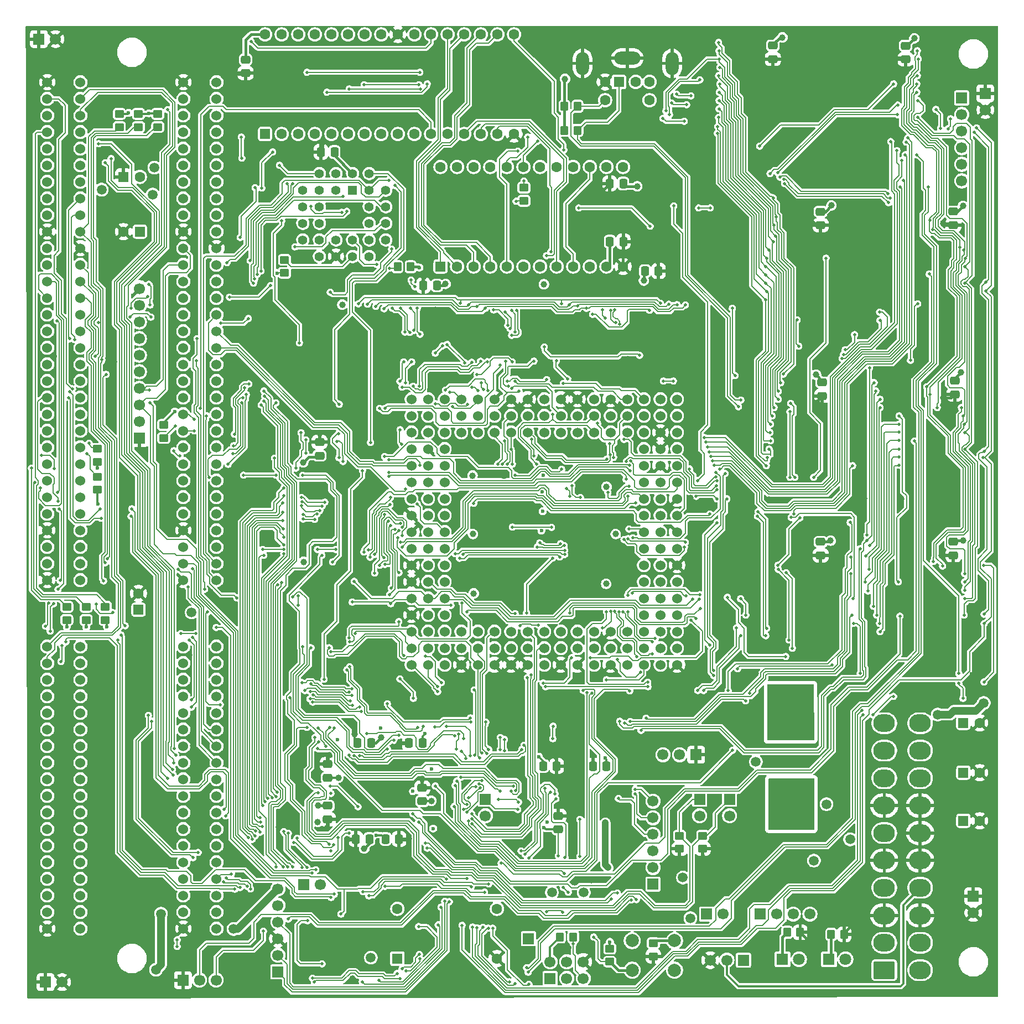
<source format=gbr>
%TF.GenerationSoftware,KiCad,Pcbnew,9.0.2+dfsg-1*%
%TF.CreationDate,2025-09-24T03:37:14+02:00*%
%TF.ProjectId,homebrew_486,686f6d65-6272-4657-975f-3438362e6b69,rev?*%
%TF.SameCoordinates,Original*%
%TF.FileFunction,Copper,L4,Bot*%
%TF.FilePolarity,Positive*%
%FSLAX46Y46*%
G04 Gerber Fmt 4.6, Leading zero omitted, Abs format (unit mm)*
G04 Created by KiCad (PCBNEW 9.0.2+dfsg-1) date 2025-09-24 03:37:14*
%MOMM*%
%LPD*%
G01*
G04 APERTURE LIST*
G04 Aperture macros list*
%AMRoundRect*
0 Rectangle with rounded corners*
0 $1 Rounding radius*
0 $2 $3 $4 $5 $6 $7 $8 $9 X,Y pos of 4 corners*
0 Add a 4 corners polygon primitive as box body*
4,1,4,$2,$3,$4,$5,$6,$7,$8,$9,$2,$3,0*
0 Add four circle primitives for the rounded corners*
1,1,$1+$1,$2,$3*
1,1,$1+$1,$4,$5*
1,1,$1+$1,$6,$7*
1,1,$1+$1,$8,$9*
0 Add four rect primitives between the rounded corners*
20,1,$1+$1,$2,$3,$4,$5,0*
20,1,$1+$1,$4,$5,$6,$7,0*
20,1,$1+$1,$6,$7,$8,$9,0*
20,1,$1+$1,$8,$9,$2,$3,0*%
G04 Aperture macros list end*
%TA.AperFunction,ComponentPad*%
%ADD10R,1.600000X1.600000*%
%TD*%
%TA.AperFunction,ComponentPad*%
%ADD11C,1.600000*%
%TD*%
%TA.AperFunction,ComponentPad*%
%ADD12O,2.000000X3.500000*%
%TD*%
%TA.AperFunction,ComponentPad*%
%ADD13O,4.000000X2.000000*%
%TD*%
%TA.AperFunction,ComponentPad*%
%ADD14RoundRect,0.250000X-0.550000X-0.550000X0.550000X-0.550000X0.550000X0.550000X-0.550000X0.550000X0*%
%TD*%
%TA.AperFunction,ComponentPad*%
%ADD15R,1.700000X1.700000*%
%TD*%
%TA.AperFunction,ComponentPad*%
%ADD16C,1.700000*%
%TD*%
%TA.AperFunction,ComponentPad*%
%ADD17C,1.524000*%
%TD*%
%TA.AperFunction,ComponentPad*%
%ADD18C,1.500000*%
%TD*%
%TA.AperFunction,ComponentPad*%
%ADD19RoundRect,0.250000X0.550000X0.550000X-0.550000X0.550000X-0.550000X-0.550000X0.550000X-0.550000X0*%
%TD*%
%TA.AperFunction,ComponentPad*%
%ADD20RoundRect,0.250001X1.399999X-1.099999X1.399999X1.099999X-1.399999X1.099999X-1.399999X-1.099999X0*%
%TD*%
%TA.AperFunction,ComponentPad*%
%ADD21O,3.300000X2.700000*%
%TD*%
%TA.AperFunction,ComponentPad*%
%ADD22RoundRect,0.250000X0.550000X-0.550000X0.550000X0.550000X-0.550000X0.550000X-0.550000X-0.550000X0*%
%TD*%
%TA.AperFunction,ComponentPad*%
%ADD23R,1.800000X1.800000*%
%TD*%
%TA.AperFunction,ComponentPad*%
%ADD24C,1.800000*%
%TD*%
%TA.AperFunction,ComponentPad*%
%ADD25R,1.422400X1.422400*%
%TD*%
%TA.AperFunction,ComponentPad*%
%ADD26C,1.422400*%
%TD*%
%TA.AperFunction,ComponentPad*%
%ADD27C,2.000000*%
%TD*%
%TA.AperFunction,SMDPad,CuDef*%
%ADD28RoundRect,0.250000X0.475000X-0.337500X0.475000X0.337500X-0.475000X0.337500X-0.475000X-0.337500X0*%
%TD*%
%TA.AperFunction,SMDPad,CuDef*%
%ADD29RoundRect,0.250000X-0.450000X0.350000X-0.450000X-0.350000X0.450000X-0.350000X0.450000X0.350000X0*%
%TD*%
%TA.AperFunction,SMDPad,CuDef*%
%ADD30RoundRect,0.250000X-0.350000X-0.450000X0.350000X-0.450000X0.350000X0.450000X-0.350000X0.450000X0*%
%TD*%
%TA.AperFunction,SMDPad,CuDef*%
%ADD31RoundRect,0.250000X-0.337500X-0.475000X0.337500X-0.475000X0.337500X0.475000X-0.337500X0.475000X0*%
%TD*%
%TA.AperFunction,SMDPad,CuDef*%
%ADD32RoundRect,0.250000X-0.475000X0.337500X-0.475000X-0.337500X0.475000X-0.337500X0.475000X0.337500X0*%
%TD*%
%TA.AperFunction,SMDPad,CuDef*%
%ADD33RoundRect,0.250000X0.337500X0.475000X-0.337500X0.475000X-0.337500X-0.475000X0.337500X-0.475000X0*%
%TD*%
%TA.AperFunction,SMDPad,CuDef*%
%ADD34RoundRect,0.250000X0.450000X-0.350000X0.450000X0.350000X-0.450000X0.350000X-0.450000X-0.350000X0*%
%TD*%
%TA.AperFunction,SMDPad,CuDef*%
%ADD35RoundRect,0.250000X0.350000X0.450000X-0.350000X0.450000X-0.350000X-0.450000X0.350000X-0.450000X0*%
%TD*%
%TA.AperFunction,ViaPad*%
%ADD36C,0.500000*%
%TD*%
%TA.AperFunction,ViaPad*%
%ADD37C,1.000000*%
%TD*%
%TA.AperFunction,ViaPad*%
%ADD38C,0.600000*%
%TD*%
%TA.AperFunction,ViaPad*%
%ADD39C,1.500000*%
%TD*%
%TA.AperFunction,Conductor*%
%ADD40C,0.400000*%
%TD*%
%TA.AperFunction,Conductor*%
%ADD41C,0.160000*%
%TD*%
%TA.AperFunction,Conductor*%
%ADD42C,0.300000*%
%TD*%
%TA.AperFunction,Conductor*%
%ADD43C,1.200000*%
%TD*%
%TA.AperFunction,Conductor*%
%ADD44C,1.000000*%
%TD*%
%TA.AperFunction,Conductor*%
%ADD45C,0.600000*%
%TD*%
G04 APERTURE END LIST*
D10*
%TO.P,J13,1*%
%TO.N,/fpga/PS2_DATA*%
X112873000Y-31971000D03*
D11*
%TO.P,J13,2*%
%TO.N,unconnected-(J13-Pad2)*%
X115473000Y-31971000D03*
%TO.P,J13,3*%
%TO.N,GND*%
X110773000Y-31971000D03*
%TO.P,J13,4*%
%TO.N,+5V*%
X117573000Y-31971000D03*
%TO.P,J13,5*%
%TO.N,/fpga/PS2_CLK*%
X110773000Y-34771000D03*
%TO.P,J13,6*%
%TO.N,unconnected-(J13-Pad6)*%
X117573000Y-34771000D03*
D12*
%TO.P,J13,7*%
%TO.N,GND*%
X121023000Y-29121000D03*
D13*
X114173000Y-28321000D03*
D12*
X107323000Y-29121000D03*
%TD*%
D14*
%TO.P,C1,1*%
%TO.N,+2V5*%
X165609388Y-137668000D03*
D11*
%TO.P,C1,2*%
%TO.N,GND*%
X168109388Y-137668000D03*
%TD*%
D10*
%TO.P,Y2,1,EN*%
%TO.N,unconnected-(Y2-EN-Pad1)*%
X78994000Y-166116000D03*
D11*
%TO.P,Y2,7,GND*%
%TO.N,GND*%
X94234000Y-166116000D03*
%TO.P,Y2,8,OUT*%
%TO.N,/fpga/CLK_FPGA*%
X94234000Y-158496000D03*
%TO.P,Y2,14,Vcc*%
%TO.N,+5V*%
X78994000Y-158496000D03*
%TD*%
D15*
%TO.P,J12,1,Pin_1*%
%TO.N,~{MEM_RD}*%
X64638000Y-154813000D03*
D16*
%TO.P,J12,2,Pin_2*%
%TO.N,~{MEM_WR}*%
X67178000Y-154813000D03*
%TD*%
D17*
%TO.P,J2,1,GND*%
%TO.N,GND*%
X46228000Y-32004000D03*
%TO.P,J2,2,RESET*%
%TO.N,CPU_RESET*%
X46228000Y-34544000D03*
%TO.P,J2,3,+5V*%
%TO.N,+5V*%
X46228000Y-37084000D03*
%TO.P,J2,4,IRQ2*%
%TO.N,/isa/IRQ2*%
X46228000Y-39624000D03*
%TO.P,J2,5,-5V*%
%TO.N,unconnected-(J2--5V-Pad5)*%
X46228000Y-42164000D03*
%TO.P,J2,6,DRQ2*%
%TO.N,unconnected-(J2-DRQ2-Pad6)*%
X46228000Y-44704000D03*
%TO.P,J2,7,-12V*%
%TO.N,-12V*%
X46228000Y-47244000D03*
%TO.P,J2,8,UNUSED*%
%TO.N,unconnected-(J2-UNUSED-Pad8)*%
X46228000Y-49784000D03*
%TO.P,J2,9,+12V*%
%TO.N,+12V*%
X46228000Y-52324000D03*
%TO.P,J2,10,GND*%
%TO.N,GND*%
X46228000Y-54864000D03*
%TO.P,J2,11,~{SMEMW}*%
%TO.N,~{ISA_MEM_WR}*%
X46228000Y-57404000D03*
%TO.P,J2,12,~{SMEMR}*%
%TO.N,~{ISA_MEM_RD}*%
X46228000Y-59944000D03*
%TO.P,J2,13,~{IOW}*%
%TO.N,~{IO_WR}*%
X46228000Y-62484000D03*
%TO.P,J2,14,~{IOR}*%
%TO.N,~{IO_RD}*%
X46228000Y-65024000D03*
%TO.P,J2,15,~{DACK3}*%
%TO.N,unconnected-(J2-~{DACK3}-Pad15)*%
X46228000Y-67564000D03*
%TO.P,J2,16,DRQ3*%
%TO.N,unconnected-(J2-DRQ3-Pad16)*%
X46228000Y-70104000D03*
%TO.P,J2,17,~{DACK1}*%
%TO.N,unconnected-(J2-~{DACK1}-Pad17)*%
X46228000Y-72644000D03*
%TO.P,J2,18,DRQ1*%
%TO.N,unconnected-(J2-DRQ1-Pad18)*%
X46228000Y-75184000D03*
%TO.P,J2,19,~{REFRESH}*%
%TO.N,+5V*%
X46228000Y-77724000D03*
%TO.P,J2,20,CLK*%
%TO.N,CLK_ISA*%
X46228000Y-80264000D03*
%TO.P,J2,21,IRQ7*%
%TO.N,/isa/IRQ7*%
X46228000Y-82804000D03*
%TO.P,J2,22,IRQ6*%
%TO.N,/isa/IRQ6*%
X46228000Y-85344000D03*
%TO.P,J2,23,IRQ5*%
%TO.N,/isa/IRQ5*%
X46228000Y-87884000D03*
%TO.P,J2,24,IRQ4*%
%TO.N,/isa/IRQ4*%
X46228000Y-90424000D03*
%TO.P,J2,25,IRQ3*%
%TO.N,/isa/IRQ3*%
X46228000Y-92964000D03*
%TO.P,J2,26,~{DACK2}*%
%TO.N,unconnected-(J2-~{DACK2}-Pad26)*%
X46228000Y-95504000D03*
%TO.P,J2,27,TC*%
%TO.N,unconnected-(J2-TC-Pad27)*%
X46228000Y-98044000D03*
%TO.P,J2,28,ALE*%
%TO.N,GND*%
X46228000Y-100584000D03*
%TO.P,J2,29,VCC*%
%TO.N,+5V*%
X46228000Y-103124000D03*
%TO.P,J2,30,OSC*%
%TO.N,CLK_14_318MHz*%
X46228000Y-105664000D03*
%TO.P,J2,31,GND*%
%TO.N,GND*%
X46228000Y-108204000D03*
%TO.P,J2,32,IO*%
%TO.N,unconnected-(J2-IO-Pad32)*%
X51308000Y-32004000D03*
%TO.P,J2,33,DB7*%
%TO.N,DT7*%
X51308000Y-34544000D03*
%TO.P,J2,34,DB6*%
%TO.N,DT6*%
X51308000Y-37084000D03*
%TO.P,J2,35,DB5*%
%TO.N,DT5*%
X51308000Y-39624000D03*
%TO.P,J2,36,DB4*%
%TO.N,DT4*%
X51308000Y-42164000D03*
%TO.P,J2,37,DB3*%
%TO.N,DT3*%
X51308000Y-44704000D03*
%TO.P,J2,38,DB2*%
%TO.N,DT2*%
X51308000Y-47244000D03*
%TO.P,J2,39,DB1*%
%TO.N,DT1*%
X51308000Y-49784000D03*
%TO.P,J2,40,DB0*%
%TO.N,DT0*%
X51308000Y-52324000D03*
%TO.P,J2,41,IO_READY*%
%TO.N,ISA_IO_READY*%
X51308000Y-54864000D03*
%TO.P,J2,42,AEN*%
%TO.N,GND*%
X51308000Y-57404000D03*
%TO.P,J2,43,BA19*%
%TO.N,A19*%
X51308000Y-59944000D03*
%TO.P,J2,44,BA18*%
%TO.N,A18*%
X51308000Y-62484000D03*
%TO.P,J2,45,BA17*%
%TO.N,A17*%
X51308000Y-65024000D03*
%TO.P,J2,46,BA16*%
%TO.N,A16*%
X51308000Y-67564000D03*
%TO.P,J2,47,BA15*%
%TO.N,A15*%
X51308000Y-70104000D03*
%TO.P,J2,48,BA14*%
%TO.N,A14*%
X51308000Y-72644000D03*
%TO.P,J2,49,BA13*%
%TO.N,A13*%
X51308000Y-75184000D03*
%TO.P,J2,50,BA12*%
%TO.N,A12*%
X51308000Y-77724000D03*
%TO.P,J2,51,BA11*%
%TO.N,A11*%
X51308000Y-80264000D03*
%TO.P,J2,52,BA10*%
%TO.N,A10*%
X51308000Y-82804000D03*
%TO.P,J2,53,BA09*%
%TO.N,A9*%
X51308000Y-85344000D03*
%TO.P,J2,54,BA08*%
%TO.N,A8*%
X51308000Y-87884000D03*
%TO.P,J2,55,BA07*%
%TO.N,A7*%
X51308000Y-90424000D03*
%TO.P,J2,56,BA06*%
%TO.N,A6*%
X51308000Y-92964000D03*
%TO.P,J2,57,BA05*%
%TO.N,A5*%
X51308000Y-95504000D03*
%TO.P,J2,58,BA04*%
%TO.N,A4*%
X51308000Y-98044000D03*
%TO.P,J2,59,BA03*%
%TO.N,A3*%
X51308000Y-100584000D03*
%TO.P,J2,60,BA02*%
%TO.N,A2*%
X51308000Y-103124000D03*
%TO.P,J2,61,BA01*%
%TO.N,A1*%
X51308000Y-105664000D03*
%TO.P,J2,62,BA00*%
%TO.N,A0*%
X51308000Y-108204000D03*
%TO.P,J2,63,~{MEMCS16}*%
%TO.N,~{ISA_MEMCS16}*%
X46228000Y-118364000D03*
%TO.P,J2,64,~{IOCS16}*%
%TO.N,~{ISA_IOCS16}*%
X46228000Y-120904000D03*
%TO.P,J2,65,IRQ10*%
%TO.N,unconnected-(J2-IRQ10-Pad65)*%
X46228000Y-123444000D03*
%TO.P,J2,66,IRQ11*%
%TO.N,unconnected-(J2-IRQ11-Pad66)*%
X46228000Y-125984000D03*
%TO.P,J2,67,IRQ12*%
%TO.N,unconnected-(J2-IRQ12-Pad67)*%
X46228000Y-128524000D03*
%TO.P,J2,68,IRQ15*%
%TO.N,unconnected-(J2-IRQ15-Pad68)*%
X46228000Y-131064000D03*
%TO.P,J2,69,IRQ14*%
%TO.N,unconnected-(J2-IRQ14-Pad69)*%
X46228000Y-133604000D03*
%TO.P,J2,70,~{DACK0}*%
%TO.N,unconnected-(J2-~{DACK0}-Pad70)*%
X46228000Y-136144000D03*
%TO.P,J2,71,DRQ0*%
%TO.N,unconnected-(J2-DRQ0-Pad71)*%
X46228000Y-138684000D03*
%TO.P,J2,72,~{DACK5}*%
%TO.N,unconnected-(J2-~{DACK5}-Pad72)*%
X46228000Y-141224000D03*
%TO.P,J2,73,DRQ5*%
%TO.N,unconnected-(J2-DRQ5-Pad73)*%
X46228000Y-143764000D03*
%TO.P,J2,74,~{DACK6}*%
%TO.N,unconnected-(J2-~{DACK6}-Pad74)*%
X46228000Y-146304000D03*
%TO.P,J2,75,DRQ6*%
%TO.N,unconnected-(J2-DRQ6-Pad75)*%
X46228000Y-148844000D03*
%TO.P,J2,76,~{DACK7}*%
%TO.N,unconnected-(J2-~{DACK7}-Pad76)*%
X46228000Y-151384000D03*
%TO.P,J2,77,DRQ7*%
%TO.N,unconnected-(J2-DRQ7-Pad77)*%
X46228000Y-153924000D03*
%TO.P,J2,78,+5V*%
%TO.N,+5V*%
X46228000Y-156464000D03*
%TO.P,J2,79,MASTER*%
%TO.N,unconnected-(J2-MASTER-Pad79)*%
X46228000Y-159004000D03*
%TO.P,J2,80,GND*%
%TO.N,GND*%
X46228000Y-161544000D03*
%TO.P,J2,81,SBHE*%
%TO.N,ISA_SBHE*%
X51308000Y-118364000D03*
%TO.P,J2,82,LA23*%
%TO.N,A23*%
X51308000Y-120904000D03*
%TO.P,J2,83,LA22*%
%TO.N,A22*%
X51308000Y-123444000D03*
%TO.P,J2,84,LA21*%
%TO.N,A21*%
X51308000Y-125984000D03*
%TO.P,J2,85,LA20*%
%TO.N,A20*%
X51308000Y-128524000D03*
%TO.P,J2,86,LA19*%
%TO.N,A19*%
X51308000Y-131064000D03*
%TO.P,J2,87,LA18*%
%TO.N,A18*%
X51308000Y-133604000D03*
%TO.P,J2,88,LA17*%
%TO.N,A17*%
X51308000Y-136144000D03*
%TO.P,J2,89,~{MEMR}*%
%TO.N,unconnected-(J2-~{MEMR}-Pad89)*%
X51308000Y-138684000D03*
%TO.P,J2,90,~{MEMW}*%
%TO.N,unconnected-(J2-~{MEMW}-Pad90)*%
X51308000Y-141224000D03*
%TO.P,J2,91,D8*%
%TO.N,DT8*%
X51308000Y-143764000D03*
%TO.P,J2,92,D9*%
%TO.N,DT9*%
X51308000Y-146304000D03*
%TO.P,J2,93,D10*%
%TO.N,DT10*%
X51308000Y-148844000D03*
%TO.P,J2,94,D11*%
%TO.N,DT11*%
X51308000Y-151384000D03*
%TO.P,J2,95,D12*%
%TO.N,DT12*%
X51308000Y-153924000D03*
%TO.P,J2,96,D13*%
%TO.N,DT13*%
X51308000Y-156464000D03*
%TO.P,J2,97,D14*%
%TO.N,DT14*%
X51308000Y-159004000D03*
%TO.P,J2,98,D15*%
%TO.N,DT15*%
X51308000Y-161544000D03*
%TD*%
D15*
%TO.P,J15,1,Pin_1*%
%TO.N,Net-(J15-Pin_1)*%
X134493000Y-159321500D03*
D16*
%TO.P,J15,2,Pin_2*%
%TO.N,unconnected-(J15-Pin_2-Pad2)*%
X137033000Y-159321500D03*
%TO.P,J15,3,Pin_3*%
%TO.N,unconnected-(J15-Pin_3-Pad3)*%
X139573000Y-159321500D03*
%TO.P,J15,4,Pin_4*%
%TO.N,+5V*%
X142113000Y-159321500D03*
%TD*%
D15*
%TO.P,J11,1,Pin_1*%
%TO.N,/fpga/~{AVR_PEN}*%
X99060000Y-163068000D03*
%TD*%
%TO.P,J17,1,Pin_1*%
%TO.N,Net-(J17-Pin_1)*%
X165354000Y-34417000D03*
D16*
%TO.P,J17,2,Pin_2*%
%TO.N,Net-(J17-Pin_2)*%
X165354000Y-36957000D03*
%TO.P,J17,3,Pin_3*%
%TO.N,Net-(J17-Pin_3)*%
X165354000Y-39497000D03*
%TO.P,J17,4,Pin_4*%
%TO.N,Net-(J17-Pin_4)*%
X165354000Y-42037000D03*
%TO.P,J17,5,Pin_5*%
%TO.N,Net-(J17-Pin_5)*%
X165354000Y-44577000D03*
%TO.P,J17,6,Pin_6*%
%TO.N,Net-(J17-Pin_6)*%
X165354000Y-47117000D03*
%TD*%
D18*
%TO.P,Y3,1,1*%
%TO.N,Net-(U22-XTAL1)*%
X107505500Y-156019500D03*
%TO.P,Y3,2,2*%
%TO.N,Net-(U22-XTAL2)*%
X102625500Y-156019500D03*
%TD*%
D15*
%TO.P,J21,1,Pin_1*%
%TO.N,GND*%
X167132000Y-156591000D03*
D16*
%TO.P,J21,2,Pin_2*%
X167132000Y-159131000D03*
%TD*%
D15*
%TO.P,J6,1,Pin_1*%
%TO.N,/fpga/AVR_SCK*%
X92456000Y-141727000D03*
D16*
%TO.P,J6,2,Pin_2*%
%TO.N,/fpga/FPGA_CCLK*%
X92456000Y-144267000D03*
%TD*%
D15*
%TO.P,J9,1,Pin_1*%
%TO.N,GND*%
X124714000Y-134937500D03*
D16*
%TO.P,J9,2,Pin_2*%
%TO.N,/cpu/CLKMUL*%
X122174000Y-134937500D03*
%TO.P,J9,3,Pin_3*%
%TO.N,+5V*%
X119634000Y-134937500D03*
%TD*%
D15*
%TO.P,J10,1,Pin_1*%
%TO.N,GND*%
X39497000Y-86487000D03*
D16*
%TO.P,J10,2,Pin_2*%
%TO.N,CLK_ISA*%
X39497000Y-83947000D03*
%TO.P,J10,3,Pin_3*%
%TO.N,~{ISA_MEM_WR}*%
X39497000Y-81407000D03*
%TO.P,J10,4,Pin_4*%
%TO.N,~{ISA_MEM_RD}*%
X39497000Y-78867000D03*
%TO.P,J10,5,Pin_5*%
%TO.N,CPU_RESET*%
X39497000Y-76327000D03*
%TO.P,J10,6,Pin_6*%
%TO.N,ISA_IO_READY*%
X39497000Y-73787000D03*
%TO.P,J10,7,Pin_7*%
%TO.N,~{ISA_IOCS16}*%
X39497000Y-71247000D03*
%TO.P,J10,8,Pin_8*%
%TO.N,~{ISA_MEMCS16}*%
X39497000Y-68707000D03*
%TO.P,J10,9,Pin_9*%
%TO.N,ISA_SBHE*%
X39497000Y-66167000D03*
%TO.P,J10,10,Pin_10*%
%TO.N,GND*%
X39497000Y-63627000D03*
%TD*%
D19*
%TO.P,C37,1*%
%TO.N,+12V*%
X39559113Y-54864000D03*
D11*
%TO.P,C37,2*%
%TO.N,GND*%
X37059113Y-54864000D03*
%TD*%
D15*
%TO.P,J22,1,Pin_1*%
%TO.N,GND*%
X25146000Y-169735500D03*
D16*
%TO.P,J22,2,Pin_2*%
X27686000Y-169735500D03*
%TD*%
D14*
%TO.P,C2,1*%
%TO.N,+3.3V*%
X165608000Y-130048000D03*
D11*
%TO.P,C2,2*%
%TO.N,GND*%
X168108000Y-130048000D03*
%TD*%
D15*
%TO.P,J16,1,Pin_1*%
%TO.N,GND*%
X46164500Y-169418000D03*
D16*
%TO.P,J16,2,Pin_2*%
%TO.N,/fpga/TXD*%
X48704500Y-169418000D03*
%TO.P,J16,3,Pin_3*%
%TO.N,/fpga/RXD*%
X51244500Y-169418000D03*
%TD*%
D15*
%TO.P,J8,1,Pin_1*%
%TO.N,/fpga/ROM_CACHE_EN*%
X129830000Y-141732000D03*
D16*
%TO.P,J8,2,Pin_2*%
%TO.N,+5V*%
X129830000Y-144272000D03*
%TD*%
D17*
%TO.P,J1,1,GND*%
%TO.N,GND*%
X25400000Y-32004000D03*
%TO.P,J1,2,RESET*%
%TO.N,CPU_RESET*%
X25400000Y-34544000D03*
%TO.P,J1,3,+5V*%
%TO.N,+5V*%
X25400000Y-37084000D03*
%TO.P,J1,4,IRQ2*%
%TO.N,/isa/IRQ2*%
X25400000Y-39624000D03*
%TO.P,J1,5,-5V*%
%TO.N,unconnected-(J1--5V-Pad5)*%
X25400000Y-42164000D03*
%TO.P,J1,6,DRQ2*%
%TO.N,unconnected-(J1-DRQ2-Pad6)*%
X25400000Y-44704000D03*
%TO.P,J1,7,-12V*%
%TO.N,-12V*%
X25400000Y-47244000D03*
%TO.P,J1,8,UNUSED*%
%TO.N,unconnected-(J1-UNUSED-Pad8)*%
X25400000Y-49784000D03*
%TO.P,J1,9,+12V*%
%TO.N,+12V*%
X25400000Y-52324000D03*
%TO.P,J1,10,GND*%
%TO.N,GND*%
X25400000Y-54864000D03*
%TO.P,J1,11,~{SMEMW}*%
%TO.N,~{ISA_MEM_WR}*%
X25400000Y-57404000D03*
%TO.P,J1,12,~{SMEMR}*%
%TO.N,~{ISA_MEM_RD}*%
X25400000Y-59944000D03*
%TO.P,J1,13,~{IOW}*%
%TO.N,~{IO_WR}*%
X25400000Y-62484000D03*
%TO.P,J1,14,~{IOR}*%
%TO.N,~{IO_RD}*%
X25400000Y-65024000D03*
%TO.P,J1,15,~{DACK3}*%
%TO.N,unconnected-(J1-~{DACK3}-Pad15)*%
X25400000Y-67564000D03*
%TO.P,J1,16,DRQ3*%
%TO.N,unconnected-(J1-DRQ3-Pad16)*%
X25400000Y-70104000D03*
%TO.P,J1,17,~{DACK1}*%
%TO.N,unconnected-(J1-~{DACK1}-Pad17)*%
X25400000Y-72644000D03*
%TO.P,J1,18,DRQ1*%
%TO.N,unconnected-(J1-DRQ1-Pad18)*%
X25400000Y-75184000D03*
%TO.P,J1,19,~{REFRESH}*%
%TO.N,+5V*%
X25400000Y-77724000D03*
%TO.P,J1,20,CLK*%
%TO.N,CLK_ISA*%
X25400000Y-80264000D03*
%TO.P,J1,21,IRQ7*%
%TO.N,/isa/IRQ7*%
X25400000Y-82804000D03*
%TO.P,J1,22,IRQ6*%
%TO.N,/isa/IRQ6*%
X25400000Y-85344000D03*
%TO.P,J1,23,IRQ5*%
%TO.N,/isa/IRQ5*%
X25400000Y-87884000D03*
%TO.P,J1,24,IRQ4*%
%TO.N,/isa/IRQ4*%
X25400000Y-90424000D03*
%TO.P,J1,25,IRQ3*%
%TO.N,/isa/IRQ3*%
X25400000Y-92964000D03*
%TO.P,J1,26,~{DACK2}*%
%TO.N,unconnected-(J1-~{DACK2}-Pad26)*%
X25400000Y-95504000D03*
%TO.P,J1,27,TC*%
%TO.N,unconnected-(J1-TC-Pad27)*%
X25400000Y-98044000D03*
%TO.P,J1,28,ALE*%
%TO.N,GND*%
X25400000Y-100584000D03*
%TO.P,J1,29,VCC*%
%TO.N,+5V*%
X25400000Y-103124000D03*
%TO.P,J1,30,OSC*%
%TO.N,CLK_14_318MHz*%
X25400000Y-105664000D03*
%TO.P,J1,31,GND*%
%TO.N,GND*%
X25400000Y-108204000D03*
%TO.P,J1,32,IO*%
%TO.N,unconnected-(J1-IO-Pad32)*%
X30480000Y-32004000D03*
%TO.P,J1,33,DB7*%
%TO.N,DT7*%
X30480000Y-34544000D03*
%TO.P,J1,34,DB6*%
%TO.N,DT6*%
X30480000Y-37084000D03*
%TO.P,J1,35,DB5*%
%TO.N,DT5*%
X30480000Y-39624000D03*
%TO.P,J1,36,DB4*%
%TO.N,DT4*%
X30480000Y-42164000D03*
%TO.P,J1,37,DB3*%
%TO.N,DT3*%
X30480000Y-44704000D03*
%TO.P,J1,38,DB2*%
%TO.N,DT2*%
X30480000Y-47244000D03*
%TO.P,J1,39,DB1*%
%TO.N,DT1*%
X30480000Y-49784000D03*
%TO.P,J1,40,DB0*%
%TO.N,DT0*%
X30480000Y-52324000D03*
%TO.P,J1,41,IO_READY*%
%TO.N,ISA_IO_READY*%
X30480000Y-54864000D03*
%TO.P,J1,42,AEN*%
%TO.N,GND*%
X30480000Y-57404000D03*
%TO.P,J1,43,BA19*%
%TO.N,A19*%
X30480000Y-59944000D03*
%TO.P,J1,44,BA18*%
%TO.N,A18*%
X30480000Y-62484000D03*
%TO.P,J1,45,BA17*%
%TO.N,A17*%
X30480000Y-65024000D03*
%TO.P,J1,46,BA16*%
%TO.N,A16*%
X30480000Y-67564000D03*
%TO.P,J1,47,BA15*%
%TO.N,A15*%
X30480000Y-70104000D03*
%TO.P,J1,48,BA14*%
%TO.N,A14*%
X30480000Y-72644000D03*
%TO.P,J1,49,BA13*%
%TO.N,A13*%
X30480000Y-75184000D03*
%TO.P,J1,50,BA12*%
%TO.N,A12*%
X30480000Y-77724000D03*
%TO.P,J1,51,BA11*%
%TO.N,A11*%
X30480000Y-80264000D03*
%TO.P,J1,52,BA10*%
%TO.N,A10*%
X30480000Y-82804000D03*
%TO.P,J1,53,BA09*%
%TO.N,A9*%
X30480000Y-85344000D03*
%TO.P,J1,54,BA08*%
%TO.N,A8*%
X30480000Y-87884000D03*
%TO.P,J1,55,BA07*%
%TO.N,A7*%
X30480000Y-90424000D03*
%TO.P,J1,56,BA06*%
%TO.N,A6*%
X30480000Y-92964000D03*
%TO.P,J1,57,BA05*%
%TO.N,A5*%
X30480000Y-95504000D03*
%TO.P,J1,58,BA04*%
%TO.N,A4*%
X30480000Y-98044000D03*
%TO.P,J1,59,BA03*%
%TO.N,A3*%
X30480000Y-100584000D03*
%TO.P,J1,60,BA02*%
%TO.N,A2*%
X30480000Y-103124000D03*
%TO.P,J1,61,BA01*%
%TO.N,A1*%
X30480000Y-105664000D03*
%TO.P,J1,62,BA00*%
%TO.N,A0*%
X30480000Y-108204000D03*
%TO.P,J1,63,~{MEMCS16}*%
%TO.N,~{ISA_MEMCS16}*%
X25400000Y-118364000D03*
%TO.P,J1,64,~{IOCS16}*%
%TO.N,~{ISA_IOCS16}*%
X25400000Y-120904000D03*
%TO.P,J1,65,IRQ10*%
%TO.N,unconnected-(J1-IRQ10-Pad65)*%
X25400000Y-123444000D03*
%TO.P,J1,66,IRQ11*%
%TO.N,unconnected-(J1-IRQ11-Pad66)*%
X25400000Y-125984000D03*
%TO.P,J1,67,IRQ12*%
%TO.N,unconnected-(J1-IRQ12-Pad67)*%
X25400000Y-128524000D03*
%TO.P,J1,68,IRQ15*%
%TO.N,unconnected-(J1-IRQ15-Pad68)*%
X25400000Y-131064000D03*
%TO.P,J1,69,IRQ14*%
%TO.N,unconnected-(J1-IRQ14-Pad69)*%
X25400000Y-133604000D03*
%TO.P,J1,70,~{DACK0}*%
%TO.N,unconnected-(J1-~{DACK0}-Pad70)*%
X25400000Y-136144000D03*
%TO.P,J1,71,DRQ0*%
%TO.N,unconnected-(J1-DRQ0-Pad71)*%
X25400000Y-138684000D03*
%TO.P,J1,72,~{DACK5}*%
%TO.N,unconnected-(J1-~{DACK5}-Pad72)*%
X25400000Y-141224000D03*
%TO.P,J1,73,DRQ5*%
%TO.N,unconnected-(J1-DRQ5-Pad73)*%
X25400000Y-143764000D03*
%TO.P,J1,74,~{DACK6}*%
%TO.N,unconnected-(J1-~{DACK6}-Pad74)*%
X25400000Y-146304000D03*
%TO.P,J1,75,DRQ6*%
%TO.N,unconnected-(J1-DRQ6-Pad75)*%
X25400000Y-148844000D03*
%TO.P,J1,76,~{DACK7}*%
%TO.N,unconnected-(J1-~{DACK7}-Pad76)*%
X25400000Y-151384000D03*
%TO.P,J1,77,DRQ7*%
%TO.N,unconnected-(J1-DRQ7-Pad77)*%
X25400000Y-153924000D03*
%TO.P,J1,78,+5V*%
%TO.N,+5V*%
X25400000Y-156464000D03*
%TO.P,J1,79,MASTER*%
%TO.N,unconnected-(J1-MASTER-Pad79)*%
X25400000Y-159004000D03*
%TO.P,J1,80,GND*%
%TO.N,GND*%
X25400000Y-161544000D03*
%TO.P,J1,81,SBHE*%
%TO.N,ISA_SBHE*%
X30480000Y-118364000D03*
%TO.P,J1,82,LA23*%
%TO.N,A23*%
X30480000Y-120904000D03*
%TO.P,J1,83,LA22*%
%TO.N,A22*%
X30480000Y-123444000D03*
%TO.P,J1,84,LA21*%
%TO.N,A21*%
X30480000Y-125984000D03*
%TO.P,J1,85,LA20*%
%TO.N,A20*%
X30480000Y-128524000D03*
%TO.P,J1,86,LA19*%
%TO.N,A19*%
X30480000Y-131064000D03*
%TO.P,J1,87,LA18*%
%TO.N,A18*%
X30480000Y-133604000D03*
%TO.P,J1,88,LA17*%
%TO.N,A17*%
X30480000Y-136144000D03*
%TO.P,J1,89,~{MEMR}*%
%TO.N,unconnected-(J1-~{MEMR}-Pad89)*%
X30480000Y-138684000D03*
%TO.P,J1,90,~{MEMW}*%
%TO.N,unconnected-(J1-~{MEMW}-Pad90)*%
X30480000Y-141224000D03*
%TO.P,J1,91,D8*%
%TO.N,DT8*%
X30480000Y-143764000D03*
%TO.P,J1,92,D9*%
%TO.N,DT9*%
X30480000Y-146304000D03*
%TO.P,J1,93,D10*%
%TO.N,DT10*%
X30480000Y-148844000D03*
%TO.P,J1,94,D11*%
%TO.N,DT11*%
X30480000Y-151384000D03*
%TO.P,J1,95,D12*%
%TO.N,DT12*%
X30480000Y-153924000D03*
%TO.P,J1,96,D13*%
%TO.N,DT13*%
X30480000Y-156464000D03*
%TO.P,J1,97,D14*%
%TO.N,DT14*%
X30480000Y-159004000D03*
%TO.P,J1,98,D15*%
%TO.N,DT15*%
X30480000Y-161544000D03*
%TD*%
D15*
%TO.P,J20,1,Pin_1*%
%TO.N,GND*%
X168973500Y-33713500D03*
D16*
%TO.P,J20,2,Pin_2*%
X168973500Y-36253500D03*
%TD*%
D15*
%TO.P,J19,1,Pin_1*%
%TO.N,GND*%
X24130000Y-25400000D03*
D16*
%TO.P,J19,2,Pin_2*%
X26670000Y-25400000D03*
%TD*%
D20*
%TO.P,J3,1,+3.3V*%
%TO.N,unconnected-(J3-+3.3V-Pad1)_1*%
X153504000Y-167912000D03*
D21*
%TO.P,J3,2,+3.3V*%
%TO.N,unconnected-(J3-+3.3V-Pad1)*%
X153504000Y-163712000D03*
%TO.P,J3,3,GND*%
%TO.N,GND*%
X153504000Y-159512000D03*
%TO.P,J3,4,+5V*%
%TO.N,+5V*%
X153504000Y-155312000D03*
%TO.P,J3,5,GND*%
%TO.N,GND*%
X153504000Y-151112000D03*
%TO.P,J3,6,+5V*%
%TO.N,+5V*%
X153504000Y-146912000D03*
%TO.P,J3,7,GND*%
%TO.N,GND*%
X153504000Y-142712000D03*
%TO.P,J3,8,PWR_OK*%
%TO.N,unconnected-(J3-PWR_OK-Pad8)*%
X153504000Y-138512000D03*
%TO.P,J3,9,+5VSB*%
%TO.N,unconnected-(J3-+5VSB-Pad9)*%
X153504000Y-134312000D03*
%TO.P,J3,10,+12V*%
%TO.N,+12V*%
X153504000Y-130112000D03*
%TO.P,J3,11,+3.3V*%
%TO.N,unconnected-(J3-+3.3V-Pad1)_2*%
X159004000Y-167912000D03*
%TO.P,J3,12,-12V*%
%TO.N,-12V*%
X159004000Y-163712000D03*
%TO.P,J3,13,GND*%
%TO.N,GND*%
X159004000Y-159512000D03*
%TO.P,J3,14,PS_ON#*%
%TO.N,Net-(J3-PS_ON#)*%
X159004000Y-155312000D03*
%TO.P,J3,15,GND*%
%TO.N,GND*%
X159004000Y-151112000D03*
%TO.P,J3,16,GND*%
X159004000Y-146912000D03*
%TO.P,J3,17,GND*%
X159004000Y-142712000D03*
%TO.P,J3,18,-5V/NC*%
%TO.N,unconnected-(J3--5V{slash}NC-Pad18)*%
X159004000Y-138512000D03*
%TO.P,J3,19,+5V*%
%TO.N,+5V*%
X159004000Y-134312000D03*
%TO.P,J3,20,+5V*%
X159004000Y-130112000D03*
%TD*%
D22*
%TO.P,C36,1*%
%TO.N,+5V*%
X39370000Y-112736000D03*
D11*
%TO.P,C36,2*%
%TO.N,GND*%
X39370000Y-110236000D03*
%TD*%
D23*
%TO.P,D1,1,K*%
%TO.N,Net-(D1-K)*%
X137922000Y-166243000D03*
D24*
%TO.P,D1,2,A*%
%TO.N,+5V*%
X140462000Y-166243000D03*
%TD*%
D25*
%TO.P,U10,1,~{CS}*%
%TO.N,~{PIC_CS}*%
X72136000Y-48514000D03*
D26*
%TO.P,U10,2,~{WR}*%
%TO.N,~{IO_WR}*%
X69596000Y-45974000D03*
%TO.P,U10,3,~{RD}*%
%TO.N,~{IO_RD}*%
X69596000Y-48514000D03*
%TO.P,U10,4,D7*%
%TO.N,DT7*%
X67056000Y-45974000D03*
%TO.P,U10,5,D6*%
%TO.N,DT6*%
X64516000Y-48514000D03*
%TO.P,U10,6,D5*%
%TO.N,DT5*%
X67056000Y-48514000D03*
%TO.P,U10,7,D4*%
%TO.N,DT4*%
X64516000Y-51054000D03*
%TO.P,U10,8,D3*%
%TO.N,DT3*%
X67056000Y-51054000D03*
%TO.P,U10,9,D2*%
%TO.N,DT2*%
X64516000Y-53594000D03*
%TO.P,U10,10,D1*%
%TO.N,DT1*%
X67056000Y-53594000D03*
%TO.P,U10,11,D0*%
%TO.N,DT0*%
X64516000Y-56134000D03*
%TO.P,U10,12,CAS0*%
%TO.N,unconnected-(U10-CAS0-Pad12)*%
X67056000Y-58674000D03*
%TO.P,U10,13,CAS1*%
%TO.N,unconnected-(U10-CAS1-Pad13)*%
X67056000Y-56134000D03*
%TO.P,U10,14,GND*%
%TO.N,GND*%
X69596000Y-58674000D03*
%TO.P,U10,15,CAS2*%
%TO.N,unconnected-(U10-CAS2-Pad15)*%
X69596000Y-56134000D03*
%TO.P,U10,16,~{SP}/~{EN}*%
%TO.N,Net-(U10-~{SP}{slash}~{EN})*%
X72136000Y-58674000D03*
%TO.P,U10,17,INT*%
%TO.N,INTR*%
X72136000Y-56134000D03*
%TO.P,U10,18,IR0*%
%TO.N,/isa/IRQ0*%
X74676000Y-58674000D03*
%TO.P,U10,19,IR1*%
%TO.N,KB_INT*%
X77216000Y-56134000D03*
%TO.P,U10,20,IR2*%
%TO.N,/isa/IRQ2*%
X74676000Y-56134000D03*
%TO.P,U10,21,IR3*%
%TO.N,/isa/IRQ3*%
X77216000Y-53594000D03*
%TO.P,U10,22,IR4*%
%TO.N,/isa/IRQ4*%
X74676000Y-53594000D03*
%TO.P,U10,23,IR5*%
%TO.N,/isa/IRQ5*%
X77216000Y-51054000D03*
%TO.P,U10,24,IR6*%
%TO.N,/isa/IRQ6*%
X74676000Y-51054000D03*
%TO.P,U10,25,IR7*%
%TO.N,/isa/IRQ7*%
X77216000Y-48514000D03*
%TO.P,U10,26,~{INTA}*%
%TO.N,~{PIC_INTA}*%
X74676000Y-45974000D03*
%TO.P,U10,27,A0*%
%TO.N,A0*%
X74676000Y-48514000D03*
%TO.P,U10,28,VCC*%
%TO.N,+5V*%
X72136000Y-45974000D03*
%TD*%
D22*
%TO.P,U9,1,D7*%
%TO.N,DT7*%
X85598000Y-60198000D03*
D11*
%TO.P,U9,2,D6*%
%TO.N,DT6*%
X88138000Y-60198000D03*
%TO.P,U9,3,D5*%
%TO.N,DT5*%
X90678000Y-60198000D03*
%TO.P,U9,4,D4*%
%TO.N,DT4*%
X93218000Y-60198000D03*
%TO.P,U9,5,D3*%
%TO.N,DT3*%
X95758000Y-60198000D03*
%TO.P,U9,6,D2*%
%TO.N,DT2*%
X98298000Y-60198000D03*
%TO.P,U9,7,D1*%
%TO.N,DT1*%
X100838000Y-60198000D03*
%TO.P,U9,8,D0*%
%TO.N,DT0*%
X103378000Y-60198000D03*
%TO.P,U9,9,CLK0*%
%TO.N,CLK_PIT*%
X105918000Y-60198000D03*
%TO.P,U9,10,OUT0*%
%TO.N,/isa/IRQ0*%
X108458000Y-60198000D03*
%TO.P,U9,11,G0*%
%TO.N,+5V*%
X110998000Y-60198000D03*
%TO.P,U9,12,GND*%
%TO.N,GND*%
X113538000Y-60198000D03*
%TO.P,U9,13,OUT1*%
%TO.N,unconnected-(U9-OUT1-Pad13)*%
X113538000Y-44958000D03*
%TO.P,U9,14,G1*%
%TO.N,+5V*%
X110998000Y-44958000D03*
%TO.P,U9,15,CLK1*%
%TO.N,CLK_PIT*%
X108458000Y-44958000D03*
%TO.P,U9,16,G2*%
%TO.N,/isa/SPK_GATE*%
X105918000Y-44958000D03*
%TO.P,U9,17,OUT2*%
%TO.N,Net-(U9-OUT2)*%
X103378000Y-44958000D03*
%TO.P,U9,18,CLK2*%
%TO.N,CLK_PIT*%
X100838000Y-44958000D03*
%TO.P,U9,19,A0*%
%TO.N,A0*%
X98298000Y-44958000D03*
%TO.P,U9,20,A1*%
%TO.N,A1*%
X95758000Y-44958000D03*
%TO.P,U9,21,~{CS}*%
%TO.N,~{PIT_CS}*%
X93218000Y-44958000D03*
%TO.P,U9,22,~{RD}*%
%TO.N,~{IO_RD}*%
X90678000Y-44958000D03*
%TO.P,U9,23,~{WR}*%
%TO.N,~{IO_WR}*%
X88138000Y-44958000D03*
%TO.P,U9,24,VCC*%
%TO.N,+5V*%
X85598000Y-44958000D03*
%TD*%
D15*
%TO.P,J18,1,Pin_1*%
%TO.N,Net-(J18-Pin_1)*%
X126301500Y-159321500D03*
D16*
%TO.P,J18,2,Pin_2*%
%TO.N,/fpga/RESET_BTN*%
X128841500Y-159321500D03*
%TD*%
D22*
%TO.P,U21,1,NC*%
%TO.N,unconnected-(U21-NC-Pad1)*%
X58737500Y-39941500D03*
D11*
%TO.P,U21,2,A16*%
%TO.N,A16*%
X61277500Y-39941500D03*
%TO.P,U21,3,A15*%
%TO.N,A15*%
X63817500Y-39941500D03*
%TO.P,U21,4,A12*%
%TO.N,A12*%
X66357500Y-39941500D03*
%TO.P,U21,5,A7*%
%TO.N,A7*%
X68897500Y-39941500D03*
%TO.P,U21,6,A6*%
%TO.N,A6*%
X71437500Y-39941500D03*
%TO.P,U21,7,A5*%
%TO.N,A5*%
X73977500Y-39941500D03*
%TO.P,U21,8,A4*%
%TO.N,A4*%
X76517500Y-39941500D03*
%TO.P,U21,9,A3*%
%TO.N,A3*%
X79057500Y-39941500D03*
%TO.P,U21,10,A2*%
%TO.N,A2*%
X81597500Y-39941500D03*
%TO.P,U21,11,A1*%
%TO.N,A1*%
X84137500Y-39941500D03*
%TO.P,U21,12,A0*%
%TO.N,A0*%
X86677500Y-39941500D03*
%TO.P,U21,13,D0*%
%TO.N,DT0*%
X89217500Y-39941500D03*
%TO.P,U21,14,D1*%
%TO.N,DT1*%
X91757500Y-39941500D03*
%TO.P,U21,15,D2*%
%TO.N,DT2*%
X94297500Y-39941500D03*
%TO.P,U21,16,GND*%
%TO.N,GND*%
X96837500Y-39941500D03*
%TO.P,U21,17,D3*%
%TO.N,DT3*%
X96837500Y-24701500D03*
%TO.P,U21,18,D4*%
%TO.N,DT4*%
X94297500Y-24701500D03*
%TO.P,U21,19,D5*%
%TO.N,DT5*%
X91757500Y-24701500D03*
%TO.P,U21,20,D6*%
%TO.N,DT6*%
X89217500Y-24701500D03*
%TO.P,U21,21,D7*%
%TO.N,DT7*%
X86677500Y-24701500D03*
%TO.P,U21,22,CE*%
%TO.N,~{ROM_OE}*%
X84137500Y-24701500D03*
%TO.P,U21,23,A10*%
%TO.N,A10*%
X81597500Y-24701500D03*
%TO.P,U21,24,OE*%
%TO.N,GND*%
X79057500Y-24701500D03*
%TO.P,U21,25,A11*%
%TO.N,A11*%
X76517500Y-24701500D03*
%TO.P,U21,26,A9*%
%TO.N,A9*%
X73977500Y-24701500D03*
%TO.P,U21,27,A8*%
%TO.N,A8*%
X71437500Y-24701500D03*
%TO.P,U21,28,A13*%
%TO.N,A13*%
X68897500Y-24701500D03*
%TO.P,U21,29,A14*%
%TO.N,A14*%
X66357500Y-24701500D03*
%TO.P,U21,30,A17*%
%TO.N,A17*%
X63817500Y-24701500D03*
%TO.P,U21,31,WE*%
%TO.N,+5V*%
X61277500Y-24701500D03*
%TO.P,U21,32,VCC*%
X58737500Y-24701500D03*
%TD*%
D15*
%TO.P,J5,1,Pin_1*%
%TO.N,/fpga/TMS*%
X60706000Y-168148000D03*
D16*
%TO.P,J5,2,Pin_2*%
%TO.N,/fpga/TCK*%
X60706000Y-165608000D03*
%TO.P,J5,3,Pin_3*%
%TO.N,GND*%
X60706000Y-163068000D03*
%TO.P,J5,4,Pin_4*%
%TO.N,/fpga/TDO*%
X60706000Y-160528000D03*
%TO.P,J5,5,Pin_5*%
%TO.N,/fpga/TDI*%
X60706000Y-157988000D03*
%TO.P,J5,6,Pin_6*%
%TO.N,+5V*%
X60706000Y-155448000D03*
%TD*%
D23*
%TO.P,D2,1,K*%
%TO.N,Net-(D2-K)*%
X145034000Y-166243000D03*
D24*
%TO.P,D2,2,A*%
%TO.N,/isa/D7_LED*%
X147574000Y-166243000D03*
%TD*%
D14*
%TO.P,C38,1*%
%TO.N,GND*%
X37059113Y-46482000D03*
D11*
%TO.P,C38,2*%
%TO.N,-12V*%
X39559113Y-46482000D03*
%TD*%
D17*
%TO.P,U1,A1,D20*%
%TO.N,D20*%
X121778500Y-80518000D03*
%TO.P,U1,A2,D22*%
%TO.N,D22*%
X121778500Y-83058000D03*
%TO.P,U1,A3,TCK*%
%TO.N,unconnected-(U1-TCK-PadA3)*%
X121778500Y-85598000D03*
%TO.P,U1,A4,D23*%
%TO.N,D23*%
X121778500Y-88138000D03*
%TO.P,U1,A5,DP3*%
%TO.N,Net-(U1-DP3)*%
X121778500Y-90678000D03*
%TO.P,U1,A6,D24*%
%TO.N,D24*%
X121778500Y-93218000D03*
%TO.P,U1,A7,VSS1*%
%TO.N,GND*%
X121778500Y-95758000D03*
%TO.P,U1,A8,D29*%
%TO.N,D29*%
X121778500Y-98298000D03*
%TO.P,U1,A9,VSS2*%
%TO.N,GND*%
X121778500Y-100838000D03*
%TO.P,U1,A10,INV*%
%TO.N,unconnected-(U1-INV-PadA10)*%
X121778500Y-103378000D03*
%TO.P,U1,A11,VSS3*%
%TO.N,GND*%
X121778500Y-105918000D03*
%TO.P,U1,A12,~{HITM}*%
%TO.N,unconnected-(U1-~{HITM}-PadA12)*%
X121778500Y-108458000D03*
%TO.P,U1,A13,NC1*%
%TO.N,unconnected-(U1-NC1-PadA13)*%
X121778500Y-110998000D03*
%TO.P,U1,A14,TDI*%
%TO.N,unconnected-(U1-TDI-PadA14)*%
X121778500Y-113538000D03*
%TO.P,U1,A15,~{IGNNE}*%
%TO.N,+5V*%
X121778500Y-116078000D03*
%TO.P,U1,A16,INTR*%
%TO.N,INTR*%
X121778500Y-118618000D03*
%TO.P,U1,A17,AHOLD*%
%TO.N,GND*%
X121778500Y-121158000D03*
%TO.P,U1,B1,D19*%
%TO.N,D19*%
X119238500Y-80518000D03*
%TO.P,U1,B2,D21*%
%TO.N,D21*%
X119238500Y-83058000D03*
%TO.P,U1,B3,VSS4*%
%TO.N,GND*%
X119238500Y-85598000D03*
%TO.P,U1,B4,VSS5*%
X119238500Y-88138000D03*
%TO.P,U1,B5,VSS6*%
X119238500Y-90678000D03*
%TO.P,U1,B6,D25*%
%TO.N,D25*%
X119238500Y-93218000D03*
%TO.P,U1,B7,VCC1*%
%TO.N,+5V*%
X119238500Y-95758000D03*
%TO.P,U1,B8,D31*%
%TO.N,D31*%
X119238500Y-98298000D03*
%TO.P,U1,B9,VCC2*%
%TO.N,+5V*%
X119238500Y-100838000D03*
%TO.P,U1,B10,~{SMI}*%
%TO.N,unconnected-(U1-~{SMI}-PadB10)*%
X119238500Y-103378000D03*
%TO.P,U1,B11,VCC3*%
%TO.N,+5V*%
X119238500Y-105918000D03*
%TO.P,U1,B12,~{CACHE}*%
%TO.N,unconnected-(U1-~{CACHE}-PadB12)*%
X119238500Y-108458000D03*
%TO.P,U1,B13,WB/~{WT}*%
%TO.N,unconnected-(U1-WB{slash}~{WT}-PadB13)*%
X119238500Y-110998000D03*
%TO.P,U1,B14,TMS*%
%TO.N,unconnected-(U1-TMS-PadB14)*%
X119238500Y-113538000D03*
%TO.P,U1,B15,NMI*%
%TO.N,NMI*%
X119238500Y-116078000D03*
%TO.P,U1,B16,TDO*%
%TO.N,unconnected-(U1-TDO-PadB16)*%
X119238500Y-118618000D03*
%TO.P,U1,B17,~{EADS}*%
%TO.N,+5V*%
X119238500Y-121158000D03*
%TO.P,U1,C1,D11*%
%TO.N,D11*%
X116698500Y-80518000D03*
%TO.P,U1,C2,D18*%
%TO.N,D18*%
X116698500Y-83058000D03*
%TO.P,U1,C3,CLK*%
%TO.N,CPU_CLK*%
X116698500Y-85598000D03*
%TO.P,U1,C4,VCC4*%
%TO.N,+5V*%
X116698500Y-88138000D03*
%TO.P,U1,C5,VCC5*%
X116698500Y-90678000D03*
%TO.P,U1,C6,D27*%
%TO.N,D27*%
X116698500Y-93218000D03*
%TO.P,U1,C7,D26*%
%TO.N,D26*%
X116698500Y-95758000D03*
%TO.P,U1,C8,D28*%
%TO.N,D28*%
X116698500Y-98298000D03*
%TO.P,U1,C9,D30*%
%TO.N,D30*%
X116698500Y-100838000D03*
%TO.P,U1,C10,SRESET*%
%TO.N,unconnected-(U1-SRESET-PadC10)*%
X116698500Y-103378000D03*
%TO.P,U1,C11,~{UP}*%
%TO.N,unconnected-(U1-~{UP}-PadC11)*%
X116698500Y-105918000D03*
%TO.P,U1,C12,~{SMIACT}*%
%TO.N,unconnected-(U1-~{SMIACT}-PadC12)*%
X116698500Y-108458000D03*
%TO.P,U1,C13,NC2*%
%TO.N,unconnected-(U1-NC2-PadC13)*%
X116698500Y-110998000D03*
%TO.P,U1,C14,~{FERR}*%
%TO.N,unconnected-(U1-~{FERR}-PadC14)*%
X116698500Y-113538000D03*
%TO.P,U1,C15,~{FLUSH}*%
%TO.N,+5V*%
X116698500Y-116078000D03*
%TO.P,U1,C16,RESET*%
%TO.N,CPU_RESET*%
X116698500Y-118618000D03*
%TO.P,U1,C17,~{BS16}*%
%TO.N,~{BS16}*%
X116698500Y-121158000D03*
%TO.P,U1,D1,D9*%
%TO.N,D9*%
X114158500Y-80518000D03*
%TO.P,U1,D2,D13*%
%TO.N,D13*%
X114158500Y-83058000D03*
%TO.P,U1,D3,D17*%
%TO.N,D17*%
X114158500Y-85598000D03*
%TO.P,U1,D15,~{A20M}*%
%TO.N,+5V*%
X114158500Y-116078000D03*
%TO.P,U1,D16,~{BS8}*%
%TO.N,~{BS8}*%
X114158500Y-118618000D03*
%TO.P,U1,D17,~{BOFF}*%
%TO.N,+5V*%
X114158500Y-121158000D03*
%TO.P,U1,E1,VSS7*%
%TO.N,GND*%
X111618500Y-80518000D03*
%TO.P,U1,E2,VCC6*%
%TO.N,+5V*%
X111618500Y-83058000D03*
%TO.P,U1,E3,D10*%
%TO.N,D10*%
X111618500Y-85598000D03*
%TO.P,U1,E15,HOLD*%
%TO.N,GND*%
X111618500Y-116078000D03*
%TO.P,U1,E16,VCC7*%
%TO.N,+5V*%
X111618500Y-118618000D03*
%TO.P,U1,E17,VSS8*%
%TO.N,GND*%
X111618500Y-121158000D03*
%TO.P,U1,F1,DP1*%
%TO.N,Net-(U1-DP1)*%
X109078500Y-80518000D03*
%TO.P,U1,F2,D8*%
%TO.N,D8*%
X109078500Y-83058000D03*
%TO.P,U1,F3,D15*%
%TO.N,D15*%
X109078500Y-85598000D03*
%TO.P,U1,F15,~{KEN}*%
%TO.N,~{KEN}*%
X109078500Y-116078000D03*
%TO.P,U1,F16,~{RDY}*%
%TO.N,~{RDY}*%
X109078500Y-118618000D03*
%TO.P,U1,F17,~{BE3}*%
%TO.N,~{BE3}*%
X109078500Y-121158000D03*
%TO.P,U1,G1,VSS9*%
%TO.N,GND*%
X106538500Y-80518000D03*
%TO.P,U1,G2,VCC8*%
%TO.N,+5V*%
X106538500Y-83058000D03*
%TO.P,U1,G3,D12*%
%TO.N,D12*%
X106538500Y-85598000D03*
%TO.P,U1,G15,~{STPCLK}*%
%TO.N,unconnected-(U1-~{STPCLK}-PadG15)*%
X106538500Y-116078000D03*
%TO.P,U1,G16,VCC9*%
%TO.N,+5V*%
X106538500Y-118618000D03*
%TO.P,U1,G17,VSS10*%
%TO.N,GND*%
X106538500Y-121158000D03*
%TO.P,U1,H1,VSS11*%
X103998500Y-80518000D03*
%TO.P,U1,H2,D3*%
%TO.N,D3*%
X103998500Y-83058000D03*
%TO.P,U1,H3,DP2*%
%TO.N,Net-(U1-DP2)*%
X103998500Y-85598000D03*
%TO.P,U1,H15,~{BRDY}*%
%TO.N,+5V*%
X103998500Y-116078000D03*
%TO.P,U1,H16,VCC10*%
X103998500Y-118618000D03*
%TO.P,U1,H17,VSS11*%
%TO.N,GND*%
X103998500Y-121158000D03*
%TO.P,U1,J1,VCC11/NC3*%
%TO.N,+5V*%
X101458500Y-80518000D03*
%TO.P,U1,J2,D5*%
%TO.N,D5*%
X101458500Y-83058000D03*
%TO.P,U1,J3,D16*%
%TO.N,D16*%
X101458500Y-85598000D03*
%TO.P,U1,J15,~{BE2}*%
%TO.N,~{BE2}*%
X101458500Y-116078000D03*
%TO.P,U1,J16,~{BE1}*%
%TO.N,~{BE1}*%
X101458500Y-118618000D03*
%TO.P,U1,J17,PCD*%
%TO.N,unconnected-(U1-PCD-PadJ17)*%
X101458500Y-121158000D03*
%TO.P,U1,K1,VSS12*%
%TO.N,GND*%
X98918500Y-80518000D03*
%TO.P,U1,K2,VCC12*%
%TO.N,+5V*%
X98918500Y-83058000D03*
%TO.P,U1,K3,D14*%
%TO.N,D14*%
X98918500Y-85598000D03*
%TO.P,U1,K15,~{BE0}*%
%TO.N,~{BE0}*%
X98918500Y-116078000D03*
%TO.P,U1,K16,VCC13*%
%TO.N,+5V*%
X98918500Y-118618000D03*
%TO.P,U1,K17,VSS13*%
%TO.N,GND*%
X98918500Y-121158000D03*
%TO.P,U1,L1,VSS14*%
X96378500Y-80518000D03*
%TO.P,U1,L2,D6*%
%TO.N,D6*%
X96378500Y-83058000D03*
%TO.P,U1,L3,D7*%
%TO.N,D7*%
X96378500Y-85598000D03*
%TO.P,U1,L15,PWT*%
%TO.N,unconnected-(U1-PWT-PadL15)*%
X96378500Y-116078000D03*
%TO.P,U1,L16,VCC14*%
%TO.N,+5V*%
X96378500Y-118618000D03*
%TO.P,U1,L17,VSS15*%
%TO.N,GND*%
X96378500Y-121158000D03*
%TO.P,U1,M1,VSS16*%
X93838500Y-80518000D03*
%TO.P,U1,M2,VCC15*%
%TO.N,+5V*%
X93838500Y-83058000D03*
%TO.P,U1,M3,D4*%
%TO.N,D4*%
X93838500Y-85598000D03*
%TO.P,U1,M15,~{D/C}*%
%TO.N,~{D{slash}C}*%
X93838500Y-116078000D03*
%TO.P,U1,M16,VCC16*%
%TO.N,+5V*%
X93838500Y-118618000D03*
%TO.P,U1,M17,VSS17*%
%TO.N,GND*%
X93838500Y-121158000D03*
%TO.P,U1,N1,D2*%
%TO.N,D2*%
X91298500Y-80518000D03*
%TO.P,U1,N2,D1*%
%TO.N,D1*%
X91298500Y-83058000D03*
%TO.P,U1,N3,DP0*%
%TO.N,Net-(U1-DP0)*%
X91298500Y-85598000D03*
%TO.P,U1,N15,~{LOCK}*%
%TO.N,unconnected-(U1-~{LOCK}-PadN15)*%
X91298500Y-116078000D03*
%TO.P,U1,N16,~{M/IO}*%
%TO.N,~{M{slash}IO}*%
X91298500Y-118618000D03*
%TO.P,U1,N17,~{W/R}*%
%TO.N,~{W{slash}R}*%
X91298500Y-121158000D03*
%TO.P,U1,P1,D0*%
%TO.N,D0*%
X88758500Y-80518000D03*
%TO.P,U1,P2,A29*%
%TO.N,A29*%
X88758500Y-83058000D03*
%TO.P,U1,P3,A30*%
%TO.N,A30*%
X88758500Y-85598000D03*
%TO.P,U1,P15,HLDA*%
%TO.N,unconnected-(U1-HLDA-PadP15)*%
X88758500Y-116078000D03*
%TO.P,U1,P16,VCC17*%
%TO.N,+5V*%
X88758500Y-118618000D03*
%TO.P,U1,P17,VSS18*%
%TO.N,GND*%
X88758500Y-121158000D03*
%TO.P,U1,Q1,A31*%
%TO.N,A31*%
X86218500Y-80518000D03*
%TO.P,U1,Q2,VSS19*%
%TO.N,GND*%
X86218500Y-83058000D03*
%TO.P,U1,Q3,A17*%
%TO.N,A17*%
X86218500Y-85598000D03*
%TO.P,U1,Q4,A19*%
%TO.N,A19*%
X86218500Y-88138000D03*
%TO.P,U1,Q5,A21*%
%TO.N,A21*%
X86218500Y-90678000D03*
%TO.P,U1,Q6,A24*%
%TO.N,A24*%
X86218500Y-93218000D03*
%TO.P,U1,Q7,A22*%
%TO.N,A22*%
X86218500Y-95758000D03*
%TO.P,U1,Q8,A20*%
%TO.N,A20*%
X86218500Y-98298000D03*
%TO.P,U1,Q9,A16*%
%TO.N,A16*%
X86218500Y-100838000D03*
%TO.P,U1,Q10,A13*%
%TO.N,A13*%
X86218500Y-103378000D03*
%TO.P,U1,Q11,A9*%
%TO.N,A9*%
X86218500Y-105918000D03*
%TO.P,U1,Q12,A5*%
%TO.N,A5*%
X86218500Y-108458000D03*
%TO.P,U1,Q13,A7*%
%TO.N,A7*%
X86218500Y-110998000D03*
%TO.P,U1,Q14,A2*%
%TO.N,A2*%
X86218500Y-113538000D03*
%TO.P,U1,Q15,BREQ*%
%TO.N,unconnected-(U1-BREQ-PadQ15)*%
X86218500Y-116078000D03*
%TO.P,U1,Q16,~{PLOCK}*%
%TO.N,unconnected-(U1-~{PLOCK}-PadQ16)*%
X86218500Y-118618000D03*
%TO.P,U1,Q17,~{PCHK}*%
%TO.N,unconnected-(U1-~{PCHK}-PadQ17)*%
X86218500Y-121158000D03*
%TO.P,U1,R1,A28*%
%TO.N,A28*%
X83678500Y-80518000D03*
%TO.P,U1,R2,A25*%
%TO.N,A25*%
X83678500Y-83058000D03*
%TO.P,U1,R3,VCC18*%
%TO.N,+5V*%
X83678500Y-85598000D03*
%TO.P,U1,R4,VSS20*%
%TO.N,GND*%
X83678500Y-88138000D03*
%TO.P,U1,R5,A18*%
%TO.N,A18*%
X83678500Y-90678000D03*
%TO.P,U1,R6,VCC19*%
%TO.N,+5V*%
X83678500Y-93218000D03*
%TO.P,U1,R7,A15*%
%TO.N,A15*%
X83678500Y-95758000D03*
%TO.P,U1,R8,VCC20*%
%TO.N,+5V*%
X83678500Y-98298000D03*
%TO.P,U1,R9,VCC21*%
X83678500Y-100838000D03*
%TO.P,U1,R10,VCC22*%
X83678500Y-103378000D03*
%TO.P,U1,R11,VCC23*%
X83678500Y-105918000D03*
%TO.P,U1,R12,A11*%
%TO.N,A11*%
X83678500Y-108458000D03*
%TO.P,U1,R13,A8*%
%TO.N,A8*%
X83678500Y-110998000D03*
%TO.P,U1,R14,VCC24*%
%TO.N,+5V*%
X83678500Y-113538000D03*
%TO.P,U1,R15,A3*%
%TO.N,A3*%
X83678500Y-116078000D03*
%TO.P,U1,R16,~{BLAST}*%
%TO.N,unconnected-(U1-~{BLAST}-PadR16)*%
X83678500Y-118618000D03*
%TO.P,U1,R17,CLKMUL*%
%TO.N,/cpu/CLKMUL*%
X83678500Y-121158000D03*
%TO.P,U1,S1,A27*%
%TO.N,A27*%
X81138500Y-80518000D03*
%TO.P,U1,S2,A26*%
%TO.N,A26*%
X81138500Y-83058000D03*
%TO.P,U1,S3,A23*%
%TO.N,A23*%
X81138500Y-85598000D03*
%TO.P,U1,S4,VOLDET*%
%TO.N,unconnected-(U1-VOLDET-PadS4)*%
X81138500Y-88138000D03*
%TO.P,U1,S5,A14*%
%TO.N,A14*%
X81138500Y-90678000D03*
%TO.P,U1,S6,VSS21*%
%TO.N,GND*%
X81138500Y-93218000D03*
%TO.P,U1,S7,A12*%
%TO.N,A12*%
X81138500Y-95758000D03*
%TO.P,U1,S8,VSS22*%
%TO.N,GND*%
X81138500Y-98298000D03*
%TO.P,U1,S9,VSS23*%
X81138500Y-100838000D03*
%TO.P,U1,S10,VSS24*%
X81138500Y-103378000D03*
%TO.P,U1,S11,VSS25*%
X81138500Y-105918000D03*
%TO.P,U1,S12,VSS26*%
X81138500Y-108458000D03*
%TO.P,U1,S13,A10*%
%TO.N,A10*%
X81138500Y-110998000D03*
%TO.P,U1,S14,VSS27*%
%TO.N,GND*%
X81138500Y-113538000D03*
%TO.P,U1,S15,A6*%
%TO.N,A6*%
X81138500Y-116078000D03*
%TO.P,U1,S16,A4*%
%TO.N,A4*%
X81138500Y-118618000D03*
%TO.P,U1,S17,~{ADS}*%
%TO.N,~{ADS}*%
X81138500Y-121158000D03*
%TD*%
D14*
%TO.P,C39,1*%
%TO.N,+5V*%
X165609388Y-145034000D03*
D11*
%TO.P,C39,2*%
%TO.N,GND*%
X168109388Y-145034000D03*
%TD*%
D15*
%TO.P,J4,1,Pin_1*%
%TO.N,/fpga/AVR_MISO*%
X102362000Y-169164000D03*
D16*
%TO.P,J4,2,Pin_2*%
%TO.N,+5V*%
X102362000Y-166624000D03*
%TO.P,J4,3,Pin_3*%
%TO.N,/fpga/AVR_SCK*%
X104902000Y-169164000D03*
%TO.P,J4,4,Pin_4*%
%TO.N,/fpga/AVR_MOSI*%
X104902000Y-166624000D03*
%TO.P,J4,5,Pin_5*%
%TO.N,/fpga/~{AVR_RESET}*%
X107442000Y-169164000D03*
%TO.P,J4,6,Pin_6*%
%TO.N,GND*%
X107442000Y-166624000D03*
%TD*%
D15*
%TO.P,J14,1,Pin_1*%
%TO.N,Net-(J14-Pin_1)*%
X118110000Y-154749500D03*
D16*
%TO.P,J14,2,Pin_2*%
%TO.N,Net-(J14-Pin_2)*%
X118110000Y-152209500D03*
%TO.P,J14,3,Pin_3*%
%TO.N,Net-(J14-Pin_3)*%
X118110000Y-149669500D03*
%TO.P,J14,4,Pin_4*%
%TO.N,Net-(J14-Pin_4)*%
X118110000Y-147129500D03*
%TO.P,J14,5,Pin_5*%
%TO.N,Net-(J14-Pin_5)*%
X118110000Y-144589500D03*
%TO.P,J14,6,Pin_6*%
%TO.N,Net-(J14-Pin_6)*%
X118110000Y-142049500D03*
%TD*%
D27*
%TO.P,SW2,1,1*%
%TO.N,Net-(J18-Pin_1)*%
X114912000Y-163394000D03*
X121412000Y-163394000D03*
%TO.P,SW2,2,2*%
%TO.N,/fpga/RESET_BTN*%
X114912000Y-167894000D03*
X121412000Y-167894000D03*
%TD*%
D15*
%TO.P,SW1,1,A*%
%TO.N,unconnected-(SW1-A-Pad1)*%
X131953000Y-166370000D03*
D16*
%TO.P,SW1,2,B*%
%TO.N,Net-(J3-PS_ON#)*%
X129413000Y-166370000D03*
%TO.P,SW1,3,C*%
%TO.N,GND*%
X126873000Y-166370000D03*
%TD*%
D15*
%TO.P,J7,1,Pin_1*%
%TO.N,/fpga/RAM_CACHE_EN*%
X125240000Y-141732000D03*
D16*
%TO.P,J7,2,Pin_2*%
%TO.N,+5V*%
X125240000Y-144272000D03*
%TD*%
D28*
%TO.P,C11,1*%
%TO.N,GND*%
X68326000Y-144801500D03*
%TO.P,C11,2*%
%TO.N,+2V5*%
X68326000Y-142726500D03*
%TD*%
D29*
%TO.P,R12,1*%
%TO.N,/fpga/RAM_CACHE_EN*%
X122174000Y-147320000D03*
%TO.P,R12,2*%
%TO.N,GND*%
X122174000Y-149320000D03*
%TD*%
D28*
%TO.P,C7,1*%
%TO.N,/fpga/RESET_BTN*%
X103632000Y-146347000D03*
%TO.P,C7,2*%
%TO.N,GND*%
X103632000Y-144272000D03*
%TD*%
D30*
%TO.P,R28,1*%
%TO.N,+5V*%
X104553000Y-35687000D03*
%TO.P,R28,2*%
%TO.N,/fpga/PS2_CLK*%
X106553000Y-35687000D03*
%TD*%
D28*
%TO.P,C31,1*%
%TO.N,GND*%
X55753000Y-30628500D03*
%TO.P,C31,2*%
%TO.N,+5V*%
X55753000Y-28553500D03*
%TD*%
D29*
%TO.P,R13,1*%
%TO.N,+5V*%
X111506000Y-164608000D03*
%TO.P,R13,2*%
%TO.N,/fpga/RESET_BTN*%
X111506000Y-166608000D03*
%TD*%
%TO.P,R23,1*%
%TO.N,/isa/IRQ4*%
X28390000Y-112300000D03*
%TO.P,R23,2*%
%TO.N,+5V*%
X28390000Y-114300000D03*
%TD*%
D31*
%TO.P,C10,1*%
%TO.N,GND*%
X72644000Y-147828000D03*
%TO.P,C10,2*%
%TO.N,+2V5*%
X74719000Y-147828000D03*
%TD*%
D29*
%TO.P,R24,1*%
%TO.N,/isa/IRQ3*%
X31340000Y-112300000D03*
%TO.P,R24,2*%
%TO.N,+5V*%
X31340000Y-114300000D03*
%TD*%
%TO.P,R18,1*%
%TO.N,+5V*%
X42320000Y-36862000D03*
%TO.P,R18,2*%
%TO.N,~{ISA_IOCS16}*%
X42320000Y-38862000D03*
%TD*%
D31*
%TO.P,C16,1*%
%TO.N,GND*%
X80772000Y-133096000D03*
%TO.P,C16,2*%
%TO.N,+3.3V*%
X82847000Y-133096000D03*
%TD*%
D29*
%TO.P,R26,1*%
%TO.N,Net-(U10-~{SP}{slash}~{EN})*%
X61722000Y-59182000D03*
%TO.P,R26,2*%
%TO.N,+5V*%
X61722000Y-61182000D03*
%TD*%
%TO.P,R16,1*%
%TO.N,+5V*%
X36420000Y-36862000D03*
%TO.P,R16,2*%
%TO.N,ISA_IO_READY*%
X36420000Y-38862000D03*
%TD*%
D28*
%TO.P,C29,1*%
%TO.N,GND*%
X143764000Y-53891000D03*
%TO.P,C29,2*%
%TO.N,+5V*%
X143764000Y-51816000D03*
%TD*%
D30*
%TO.P,R9,1*%
%TO.N,+5V*%
X103886000Y-162814000D03*
%TO.P,R9,2*%
%TO.N,/fpga/~{AVR_RESET}*%
X105886000Y-162814000D03*
%TD*%
D28*
%TO.P,C25,1*%
%TO.N,GND*%
X164084000Y-104394000D03*
%TO.P,C25,2*%
%TO.N,+5V*%
X164084000Y-102319000D03*
%TD*%
D31*
%TO.P,C32,1*%
%TO.N,GND*%
X67288500Y-42672000D03*
%TO.P,C32,2*%
%TO.N,+5V*%
X69363500Y-42672000D03*
%TD*%
D32*
%TO.P,C42,1*%
%TO.N,GND*%
X67064000Y-87079000D03*
%TO.P,C42,2*%
%TO.N,+5V*%
X67064000Y-89154000D03*
%TD*%
D33*
%TO.P,C35,1*%
%TO.N,GND*%
X113559500Y-56388000D03*
%TO.P,C35,2*%
%TO.N,+5V*%
X111484500Y-56388000D03*
%TD*%
%TO.P,C40,1*%
%TO.N,GND*%
X118957000Y-60896500D03*
%TO.P,C40,2*%
%TO.N,+5V*%
X116882000Y-60896500D03*
%TD*%
D29*
%TO.P,R17,1*%
%TO.N,+5V*%
X39370000Y-36862000D03*
%TO.P,R17,2*%
%TO.N,~{ISA_MEMCS16}*%
X39370000Y-38862000D03*
%TD*%
D31*
%TO.P,C41,1*%
%TO.N,GND*%
X82973000Y-63119000D03*
%TO.P,C41,2*%
%TO.N,+5V*%
X85048000Y-63119000D03*
%TD*%
D30*
%TO.P,R22,1*%
%TO.N,/isa/IRQ0*%
X79010000Y-60261500D03*
%TO.P,R22,2*%
%TO.N,+5V*%
X81010000Y-60261500D03*
%TD*%
D29*
%TO.P,R25,1*%
%TO.N,/isa/IRQ2*%
X34290000Y-112300000D03*
%TO.P,R25,2*%
%TO.N,+5V*%
X34290000Y-114300000D03*
%TD*%
D28*
%TO.P,C27,1*%
%TO.N,GND*%
X164084000Y-53848000D03*
%TO.P,C27,2*%
%TO.N,+5V*%
X164084000Y-51773000D03*
%TD*%
D29*
%TO.P,R11,1*%
%TO.N,/fpga/ROM_CACHE_EN*%
X125730000Y-147320000D03*
%TO.P,R11,2*%
%TO.N,GND*%
X125730000Y-149320000D03*
%TD*%
D28*
%TO.P,C26,1*%
%TO.N,GND*%
X164278000Y-79777500D03*
%TO.P,C26,2*%
%TO.N,+5V*%
X164278000Y-77702500D03*
%TD*%
D31*
%TO.P,C12,1*%
%TO.N,GND*%
X72898000Y-133096000D03*
%TO.P,C12,2*%
%TO.N,+2V5*%
X74973000Y-133096000D03*
%TD*%
D34*
%TO.P,R21,1*%
%TO.N,+5V*%
X33083500Y-94392500D03*
%TO.P,R21,2*%
%TO.N,/isa/IRQ5*%
X33083500Y-92392500D03*
%TD*%
D28*
%TO.P,C24,1*%
%TO.N,GND*%
X144018000Y-80010000D03*
%TO.P,C24,2*%
%TO.N,+5V*%
X144018000Y-77935000D03*
%TD*%
D29*
%TO.P,R10,1*%
%TO.N,Net-(U9-OUT2)*%
X98361500Y-48149000D03*
%TO.P,R10,2*%
%TO.N,Net-(J15-Pin_1)*%
X98361500Y-50149000D03*
%TD*%
%TO.P,R19,1*%
%TO.N,+5V*%
X43243500Y-84455000D03*
%TO.P,R19,2*%
%TO.N,/isa/IRQ7*%
X43243500Y-86455000D03*
%TD*%
D28*
%TO.P,C30,1*%
%TO.N,GND*%
X136452000Y-28448000D03*
%TO.P,C30,2*%
%TO.N,+5V*%
X136452000Y-26373000D03*
%TD*%
D29*
%TO.P,R29,1*%
%TO.N,Net-(J18-Pin_1)*%
X118162000Y-163782500D03*
%TO.P,R29,2*%
%TO.N,GND*%
X118162000Y-165782500D03*
%TD*%
D32*
%TO.P,C15,1*%
%TO.N,GND*%
X82804000Y-139954000D03*
%TO.P,C15,2*%
%TO.N,+3.3V*%
X82804000Y-142029000D03*
%TD*%
D33*
%TO.P,C13,1*%
%TO.N,GND*%
X79248000Y-147828000D03*
%TO.P,C13,2*%
%TO.N,+3.3V*%
X77173000Y-147828000D03*
%TD*%
D28*
%TO.P,C28,1*%
%TO.N,GND*%
X156772000Y-28491000D03*
%TO.P,C28,2*%
%TO.N,+5V*%
X156772000Y-26416000D03*
%TD*%
D32*
%TO.P,C14,1*%
%TO.N,GND*%
X68326000Y-136376500D03*
%TO.P,C14,2*%
%TO.N,+3.3V*%
X68326000Y-138451500D03*
%TD*%
D28*
%TO.P,C23,1*%
%TO.N,GND*%
X143764000Y-104415500D03*
%TO.P,C23,2*%
%TO.N,+5V*%
X143764000Y-102340500D03*
%TD*%
D34*
%TO.P,R20,1*%
%TO.N,+5V*%
X33083500Y-90106500D03*
%TO.P,R20,2*%
%TO.N,/isa/IRQ6*%
X33083500Y-88106500D03*
%TD*%
D31*
%TO.P,C34,1*%
%TO.N,GND*%
X111484500Y-47498000D03*
%TO.P,C34,2*%
%TO.N,+5V*%
X113559500Y-47498000D03*
%TD*%
D33*
%TO.P,C8,1*%
%TO.N,GND*%
X103378000Y-136652000D03*
%TO.P,C8,2*%
%TO.N,+5V*%
X101303000Y-136652000D03*
%TD*%
D31*
%TO.P,C9,1*%
%TO.N,GND*%
X108923000Y-136652000D03*
%TO.P,C9,2*%
%TO.N,+5V*%
X110998000Y-136652000D03*
%TD*%
D30*
%TO.P,R15,1*%
%TO.N,Net-(D2-K)*%
X145367500Y-162433000D03*
%TO.P,R15,2*%
%TO.N,GND*%
X147367500Y-162433000D03*
%TD*%
D35*
%TO.P,R27,1*%
%TO.N,/fpga/PS2_DATA*%
X106553000Y-39370000D03*
%TO.P,R27,2*%
%TO.N,+5V*%
X104553000Y-39370000D03*
%TD*%
D30*
%TO.P,R14,1*%
%TO.N,Net-(D1-K)*%
X138636500Y-162115500D03*
%TO.P,R14,2*%
%TO.N,GND*%
X140636500Y-162115500D03*
%TD*%
D36*
%TO.N,A18*%
X79480000Y-99540000D03*
%TO.N,/isa/IRQ7*%
X56261000Y-78168500D03*
%TO.N,TR_8B_2*%
X58547000Y-80835500D03*
%TO.N,TR_8B_3*%
X58166000Y-81407000D03*
%TO.N,D12*%
X148272500Y-99377500D03*
%TO.N,~{RAM_CS1}*%
X169068750Y-63976250D03*
X88900000Y-161036000D03*
X168783000Y-114871500D03*
X167640000Y-38989000D03*
X168592500Y-89408000D03*
%TO.N,+3.3V*%
X68770500Y-149669500D03*
X68834000Y-140843000D03*
%TO.N,/fpga/RESET_BTN*%
X109029500Y-162814000D03*
X105124250Y-155987750D03*
X103632000Y-150368000D03*
X104394000Y-155257500D03*
%TO.N,/isa/D7_LED*%
X164909500Y-124015500D03*
X164909500Y-122491500D03*
X165544500Y-126301500D03*
X160210500Y-48069500D03*
%TO.N,A9*%
X136525000Y-56388000D03*
X79248000Y-131953000D03*
X73914000Y-32385000D03*
X151193500Y-106521250D03*
X65786000Y-118554500D03*
X82296000Y-32385000D03*
X136652000Y-81788000D03*
X152844500Y-81788000D03*
X128143000Y-30988000D03*
%TO.N,DT3*%
X123063000Y-66103500D03*
X104457500Y-42354500D03*
X35179000Y-43688000D03*
X92456000Y-66611500D03*
X44704000Y-138049000D03*
X97409000Y-42545000D03*
X76962000Y-66675000D03*
X107886500Y-66611500D03*
%TO.N,~{IO_WR}*%
X62103000Y-47561500D03*
X36195000Y-117348000D03*
X24320500Y-94107000D03*
X52895500Y-59626500D03*
X54927500Y-155257500D03*
%TO.N,~{IO_RD}*%
X62928500Y-47561500D03*
X56451500Y-59309000D03*
X27051000Y-109601000D03*
X51943000Y-68897500D03*
X28257500Y-117665500D03*
X41148000Y-66103500D03*
X56165750Y-68167250D03*
X40957500Y-62928500D03*
X25844500Y-116014500D03*
X26352500Y-111823500D03*
X54102000Y-155511500D03*
%TO.N,A6*%
X155765500Y-85534500D03*
X136017000Y-85598000D03*
X128206500Y-34798000D03*
X71691500Y-117665500D03*
X135382000Y-60198000D03*
X151003000Y-109886750D03*
X88900000Y-111696500D03*
%TO.N,A23*%
X64389000Y-123888500D03*
X74803000Y-104711500D03*
X77851000Y-96647000D03*
X72009000Y-124841000D03*
%TO.N,A14*%
X136906000Y-55562500D03*
X38100000Y-67945000D03*
X41243250Y-67976750D03*
X150653750Y-104552750D03*
X51879500Y-127254000D03*
X83566000Y-32258000D03*
X68072000Y-133604000D03*
X140589000Y-98679000D03*
X128333500Y-29718000D03*
X78041500Y-109410500D03*
X48323500Y-71247000D03*
X90678000Y-96456500D03*
X126809500Y-98107500D03*
X49911000Y-113093500D03*
X152844500Y-80518000D03*
X77914500Y-99885500D03*
X137223500Y-105918000D03*
X137287000Y-80518000D03*
X62547500Y-126174500D03*
X68199000Y-33528000D03*
X49466500Y-109601000D03*
%TO.N,DT15*%
X56197500Y-147574000D03*
X67881500Y-96266000D03*
X64325500Y-95567500D03*
X61595000Y-94107000D03*
%TO.N,/isa/IRQ6*%
X57150000Y-62103000D03*
X70675500Y-49466500D03*
X31813500Y-87249000D03*
X55626000Y-78740000D03*
X53911500Y-87630000D03*
X47879000Y-85344000D03*
%TO.N,/isa/IRQ3*%
X63309500Y-57213500D03*
X55308500Y-80327500D03*
X50165000Y-92519500D03*
X23495000Y-93218000D03*
%TO.N,A11*%
X165798500Y-109728000D03*
X125349000Y-112522000D03*
X123896500Y-34108000D03*
X158496000Y-33528000D03*
X78486000Y-132715000D03*
X121729500Y-33845500D03*
X165735000Y-84328000D03*
X62928500Y-110744000D03*
X165925500Y-58928000D03*
X105346500Y-113220500D03*
X97726500Y-115189000D03*
X97028000Y-113347500D03*
X100584000Y-115062000D03*
%TO.N,/isa/IRQ2*%
X70453250Y-51911250D03*
X65786000Y-50990500D03*
%TO.N,A7*%
X68770500Y-119189500D03*
X150558500Y-108521500D03*
X136080500Y-84328000D03*
X128270000Y-33528000D03*
X125158500Y-111125000D03*
X155765500Y-84328000D03*
X79946500Y-119761000D03*
X135509000Y-58928000D03*
%TO.N,A18*%
X150844250Y-102139750D03*
X98044000Y-134112000D03*
X137668000Y-77978000D03*
X151955500Y-77978000D03*
X65623500Y-126393000D03*
X116268500Y-131191000D03*
X73226000Y-127645500D03*
X76263500Y-105918000D03*
X45466000Y-106553000D03*
X72326500Y-135064500D03*
X136969500Y-52578000D03*
X34290000Y-105537000D03*
X128206500Y-27178000D03*
%TO.N,CLK_ISA*%
X88709500Y-138366500D03*
X27051000Y-96139000D03*
X92964000Y-154686000D03*
X68834000Y-156781500D03*
X94678500Y-140525500D03*
X36703000Y-116586000D03*
X73723500Y-155892500D03*
%TO.N,A19*%
X98361500Y-133477000D03*
X72072500Y-127381000D03*
X162433000Y-106045000D03*
X34607500Y-104902000D03*
X117030500Y-129349500D03*
X66103500Y-125793500D03*
X76962000Y-104775000D03*
X158686500Y-28448000D03*
X47625000Y-106426000D03*
X77025500Y-98171000D03*
X71628000Y-135001000D03*
X160909000Y-54538000D03*
X160528000Y-79828000D03*
X148399500Y-104648000D03*
%TO.N,CPU_RESET*%
X102783500Y-132484000D03*
X69342000Y-156273500D03*
X90297000Y-155130500D03*
X29273500Y-78930500D03*
X37338000Y-115189000D03*
X34417000Y-76708000D03*
X89471500Y-135509000D03*
X88773000Y-134429500D03*
X74612500Y-156527500D03*
X51244500Y-115443000D03*
X102806500Y-130556000D03*
%TO.N,~{ISA_MEM_WR}*%
X65913000Y-153043000D03*
%TO.N,DT0*%
X29591000Y-71374000D03*
X73025000Y-65913000D03*
X104076500Y-65913000D03*
X33528000Y-97282000D03*
X88646000Y-65849500D03*
X28829000Y-79375000D03*
X119253000Y-65849500D03*
X52705000Y-144272000D03*
X38354000Y-97282000D03*
%TO.N,A20*%
X138080750Y-76676250D03*
X128143000Y-25908000D03*
X150844250Y-101314250D03*
X136525000Y-49720500D03*
X151257000Y-75692000D03*
X89058750Y-104235250D03*
X65659000Y-125222000D03*
X71755000Y-126682500D03*
X104584500Y-104267000D03*
%TO.N,ISA_IO_READY*%
X60452000Y-152082500D03*
X67445500Y-166933000D03*
X32766000Y-73977500D03*
X58547000Y-104394000D03*
X65214500Y-160337500D03*
%TO.N,A17*%
X46964536Y-109245464D03*
X77089000Y-105791000D03*
X160464500Y-53158000D03*
X34036000Y-108331000D03*
X158559500Y-27178000D03*
X82423000Y-30480000D03*
X160020000Y-78613000D03*
X87730000Y-132040000D03*
X73215500Y-135064500D03*
X79629000Y-87376000D03*
X161036000Y-105338000D03*
X77597000Y-99187000D03*
X65151000Y-30480000D03*
X149860000Y-103378000D03*
X66040000Y-126873000D03*
X79406750Y-85185250D03*
X73442000Y-128333500D03*
X113030000Y-129794000D03*
%TO.N,A2*%
X152844500Y-116078000D03*
X71247000Y-121920000D03*
X82931000Y-130619500D03*
X135445500Y-90678000D03*
X135318500Y-65278000D03*
X155765500Y-90614500D03*
X127952500Y-39814500D03*
%TO.N,DT9*%
X64960500Y-88773000D03*
X64960500Y-86741000D03*
X58063257Y-145212249D03*
X61595000Y-101600000D03*
%TO.N,DT2*%
X91186000Y-66357500D03*
X121793000Y-66040000D03*
X43815000Y-138557000D03*
X106553000Y-66230500D03*
X75692000Y-66294000D03*
X102489000Y-57912000D03*
X34290000Y-44323000D03*
%TO.N,DT7*%
X113030000Y-69024500D03*
X112268000Y-66865500D03*
X97218500Y-66929000D03*
X81661000Y-63309500D03*
X44831000Y-133985000D03*
X60960000Y-44704000D03*
X82042000Y-66611500D03*
X82454750Y-70580250D03*
X81089500Y-62293500D03*
X96456500Y-70739000D03*
%TO.N,DT11*%
X64579500Y-98869500D03*
X61404500Y-99060000D03*
X66325750Y-98901250D03*
X57930000Y-146800000D03*
%TO.N,A4*%
X101282500Y-123952000D03*
X72517000Y-116332000D03*
X135890000Y-88138000D03*
X155765500Y-88138000D03*
X128143000Y-37401500D03*
X152336500Y-113538000D03*
X135382000Y-62738000D03*
X123952000Y-114300000D03*
X83248500Y-119824500D03*
X85725000Y-123888500D03*
X108521500Y-120078500D03*
X105664000Y-120078500D03*
%TO.N,/isa/IRQ5*%
X57531000Y-61404500D03*
X31496000Y-88836500D03*
X53784500Y-88836500D03*
X55181500Y-81026000D03*
%TO.N,DT6*%
X97028000Y-70231000D03*
X96456500Y-66929000D03*
X81534000Y-69977000D03*
X45090000Y-135006000D03*
X80962500Y-66611500D03*
X112430000Y-68770000D03*
X111633000Y-66929000D03*
%TO.N,DT13*%
X64325500Y-96837500D03*
X57213500Y-147320000D03*
X61468000Y-96393000D03*
X67119500Y-97536000D03*
%TO.N,ISA_SBHE*%
X26924000Y-68516500D03*
X66000000Y-169130000D03*
X27495500Y-120650000D03*
X27241500Y-97282000D03*
X25654000Y-111696500D03*
X26987500Y-94742000D03*
X27368500Y-108267500D03*
X27654250Y-118205250D03*
X25146000Y-115252500D03*
X48133000Y-116395500D03*
X78930500Y-168402000D03*
X45847000Y-116395500D03*
%TO.N,~{ISA_MEMCS16}*%
X45275500Y-163258500D03*
X33210500Y-68770500D03*
X45275500Y-164274500D03*
%TO.N,~{ISA_MEM_RD}*%
X41021000Y-79121000D03*
X41148000Y-81089500D03*
X66484500Y-152548000D03*
%TO.N,DT5*%
X110363000Y-66865500D03*
X44767500Y-136207500D03*
X95472250Y-67151250D03*
X80899000Y-70294500D03*
X79502000Y-66548000D03*
X96266000Y-69723000D03*
X110807500Y-68135500D03*
X43815000Y-36195000D03*
%TO.N,A22*%
X65722500Y-124079000D03*
X71564500Y-125349000D03*
X79756000Y-101409500D03*
X75501500Y-104267000D03*
%TO.N,DT14*%
X67468750Y-96869250D03*
X56770000Y-147890000D03*
X64389000Y-96202500D03*
X61595000Y-95313500D03*
%TO.N,A8*%
X124174250Y-111156750D03*
X82550000Y-33020000D03*
X64516000Y-92138500D03*
X69088000Y-105410000D03*
X44767500Y-88392000D03*
X71628000Y-33020000D03*
X155638500Y-108458000D03*
X135890000Y-57658000D03*
X136334500Y-83058000D03*
X45720000Y-89217500D03*
X72390000Y-108394500D03*
X60388500Y-92138500D03*
X55435500Y-92138500D03*
X155765500Y-83058000D03*
X128333500Y-32258000D03*
%TO.N,A21*%
X72009000Y-125857000D03*
X64833500Y-125095000D03*
X75501500Y-107124500D03*
X79692500Y-100139500D03*
%TO.N,/isa/IRQ7*%
X47879000Y-83629500D03*
X45021500Y-84645500D03*
X56959500Y-62738000D03*
X54038500Y-85852000D03*
%TO.N,DT8*%
X57975500Y-144589500D03*
X61610919Y-102842307D03*
%TO.N,DT1*%
X120523000Y-65976500D03*
X52451000Y-143256000D03*
X33655000Y-98742500D03*
X74422000Y-65976500D03*
X105283000Y-66103500D03*
X28829000Y-71247000D03*
X89916000Y-66040000D03*
X101790500Y-58547000D03*
X38227000Y-98425000D03*
X28702000Y-80264000D03*
%TO.N,~{ISA_IOCS16}*%
X79375000Y-169164000D03*
X66294000Y-169735500D03*
X33782000Y-74485500D03*
%TO.N,A15*%
X148399500Y-107188000D03*
X125285500Y-31623000D03*
X158559500Y-30988000D03*
X132270500Y-126682500D03*
X132905500Y-125476000D03*
X165798500Y-107188000D03*
X165068250Y-57308750D03*
X79248000Y-107061000D03*
X89090500Y-132461000D03*
X74295000Y-131699000D03*
X79248000Y-100647500D03*
X82423000Y-90614500D03*
X161607500Y-81788000D03*
X165290500Y-81788000D03*
X120650000Y-36957000D03*
X113728500Y-130111500D03*
%TO.N,DT4*%
X95884500Y-69215000D03*
X80137000Y-70231000D03*
X33274000Y-41402000D03*
X44577000Y-137160000D03*
X78232000Y-66611500D03*
X93726000Y-66865500D03*
%TO.N,A5*%
X135382000Y-61468000D03*
X79184500Y-114554000D03*
X155765500Y-86804500D03*
X71628000Y-117030500D03*
X81442000Y-126301500D03*
X128206500Y-36068000D03*
X151828500Y-112204500D03*
X79375000Y-123317000D03*
X136080500Y-86868000D03*
%TO.N,A3*%
X135509000Y-64008000D03*
X135636000Y-89408000D03*
X152781000Y-114808000D03*
X82105500Y-130746500D03*
X128016000Y-38798500D03*
X71691500Y-121475500D03*
X155765500Y-89344500D03*
%TO.N,/isa/IRQ4*%
X71247000Y-51752500D03*
X58102500Y-60896500D03*
X53086000Y-90487500D03*
X22987000Y-91059000D03*
X55880000Y-79819500D03*
%TO.N,A16*%
X137287000Y-79311500D03*
X40767000Y-64770000D03*
X88487250Y-104870250D03*
X38227000Y-66548000D03*
X128206500Y-28448000D03*
X82042000Y-96583500D03*
X136652000Y-53848000D03*
X80264000Y-94297500D03*
X120078500Y-36385500D03*
X151257000Y-102933500D03*
X152209500Y-79248000D03*
X103822500Y-104648000D03*
%TO.N,A13*%
X54419500Y-110934500D03*
X158623000Y-34798000D03*
X123253500Y-35433000D03*
X139255500Y-98615500D03*
X64516000Y-118427500D03*
X104584500Y-103632000D03*
X148717000Y-110998000D03*
X87820500Y-104140000D03*
X165830250Y-60229750D03*
X48196500Y-74612500D03*
X77470000Y-134048500D03*
X165862000Y-110998000D03*
X120967500Y-35179000D03*
X165862000Y-85598000D03*
%TO.N,CLK_14_318MHz*%
X70358000Y-159321500D03*
X86487000Y-153987500D03*
%TO.N,A1*%
X71628000Y-146939000D03*
X41402000Y-129794000D03*
X56515000Y-155448000D03*
X63119000Y-148336000D03*
X47625000Y-116967000D03*
X52832000Y-153797000D03*
X98933000Y-40386000D03*
X48488000Y-149886000D03*
X49784000Y-83058000D03*
X47498000Y-127635000D03*
X48799750Y-81946750D03*
%TO.N,A10*%
X158496000Y-32258000D03*
X72072500Y-111569500D03*
X124714000Y-114046000D03*
X132302250Y-113569750D03*
X89598500Y-113030000D03*
X87185500Y-112077500D03*
X77978000Y-111823500D03*
X165798500Y-108458000D03*
X131508500Y-111061500D03*
X165671500Y-57658000D03*
X165544500Y-83058000D03*
%TO.N,DT12*%
X66675000Y-98107500D03*
X53594000Y-153162000D03*
X64579500Y-98171000D03*
X57277000Y-146621500D03*
X61435827Y-97864219D03*
%TO.N,A0*%
X47434500Y-126555500D03*
X100457000Y-41021000D03*
X47688500Y-150685500D03*
X77724000Y-46990000D03*
X40894000Y-128905000D03*
X52387500Y-154368500D03*
X69913500Y-147637500D03*
X63627000Y-147701000D03*
X35433000Y-113157000D03*
X47117000Y-117348000D03*
X32893000Y-111887000D03*
X56007000Y-155067000D03*
%TO.N,DT10*%
X61531500Y-100393500D03*
X58293000Y-145923000D03*
X63436500Y-91059000D03*
X64262000Y-85661500D03*
%TO.N,A12*%
X66738500Y-103505000D03*
X58356500Y-103505000D03*
X119634000Y-37528500D03*
X165735000Y-113538000D03*
X122872500Y-37973000D03*
X158623000Y-37338000D03*
X78613000Y-100457000D03*
X61595000Y-103505000D03*
X114617500Y-129857500D03*
X90170000Y-129286000D03*
X165862000Y-88138000D03*
X165798500Y-62738000D03*
X77470000Y-127127000D03*
X77787500Y-110426500D03*
X148590000Y-113538000D03*
X69532500Y-103505000D03*
%TO.N,/fpga/~{AVR_RESET}*%
X101822250Y-158972250D03*
X105886000Y-163830000D03*
X104267000Y-159067500D03*
%TO.N,/fpga/AVR_MISO*%
X101600000Y-140081000D03*
X98552000Y-150177500D03*
%TO.N,/fpga/AVR_SCK*%
X106934000Y-144843500D03*
X106934000Y-150495000D03*
X97409000Y-143320000D03*
%TO.N,/fpga/AVR_MOSI*%
X99123500Y-150749000D03*
X102393750Y-140684250D03*
%TO.N,/fpga/TDO*%
X94742000Y-134175500D03*
X94742000Y-132270500D03*
X85661500Y-158242000D03*
%TO.N,/fpga/TCK*%
X86233000Y-157353000D03*
%TO.N,/fpga/TMS*%
X86931500Y-157416500D03*
%TO.N,/fpga/TDI*%
X95377000Y-132588000D03*
X73596500Y-169672000D03*
X85217000Y-160972500D03*
X95377000Y-134302500D03*
%TO.N,/fpga/FPGA_CCLK*%
X86487000Y-130556000D03*
X90106500Y-135064500D03*
%TO.N,/fpga/RAM_CACHE_EN*%
X66929000Y-132969000D03*
%TO.N,/fpga/ROM_CACHE_EN*%
X66357500Y-132270500D03*
%TO.N,/cpu/CLKMUL*%
X85121750Y-124491750D03*
X101663500Y-124523500D03*
X117348000Y-124523500D03*
%TO.N,Net-(U9-OUT2)*%
X98361500Y-47117000D03*
%TO.N,D17*%
X140144500Y-68389500D03*
X140398500Y-72390000D03*
%TO.N,D10*%
X111569500Y-89027000D03*
X114681000Y-89979500D03*
X90360500Y-74866500D03*
X127889000Y-94361000D03*
X99504500Y-86677500D03*
X82359500Y-78486000D03*
X111442500Y-87312500D03*
%TO.N,D8*%
X95821500Y-77724000D03*
X127762000Y-91712561D03*
X114998500Y-101727000D03*
X100266500Y-90424000D03*
X101854000Y-77533500D03*
X102743000Y-82867500D03*
X104521000Y-102933500D03*
X100393500Y-103124000D03*
%TO.N,~{BS8}*%
X114554000Y-125158500D03*
X84772500Y-139700000D03*
%TO.N,D28*%
X156464000Y-46990000D03*
X126936500Y-89281000D03*
X113982500Y-92773500D03*
X77724000Y-92329000D03*
%TO.N,D1*%
X138493500Y-107061000D03*
X139446000Y-118618000D03*
X114935000Y-110172500D03*
X123190000Y-110617000D03*
%TO.N,D26*%
X156210000Y-43942000D03*
X126428500Y-87820500D03*
X79502000Y-102362000D03*
%TO.N,~{RDY}*%
X87661750Y-142843250D03*
X107442000Y-125095000D03*
%TO.N,A31*%
X77914500Y-95567500D03*
X74549000Y-103568500D03*
%TO.N,D4*%
X91313000Y-79184500D03*
X90424000Y-78676500D03*
X115633500Y-119888000D03*
X112268000Y-112966500D03*
X94361000Y-90424000D03*
%TO.N,D6*%
X86360000Y-79121000D03*
X79375000Y-77787500D03*
X95821500Y-90424000D03*
X92837000Y-79184500D03*
X117983000Y-117602000D03*
X113538000Y-113030000D03*
X79946500Y-74803000D03*
%TO.N,D21*%
X152844500Y-68453000D03*
X147256500Y-73660000D03*
%TO.N,~{KEN}*%
X108013500Y-125412500D03*
X88074500Y-138938000D03*
%TO.N,~{W{slash}R}*%
X116046250Y-73818750D03*
X91567000Y-135382000D03*
X63817500Y-112077500D03*
X69691250Y-86963250D03*
X84772500Y-73469500D03*
X89662000Y-143700500D03*
X63817500Y-110617000D03*
X85883750Y-72358250D03*
X101473000Y-72517000D03*
X70675500Y-90043000D03*
X68580000Y-118554500D03*
X95948500Y-78486000D03*
X99885500Y-74676000D03*
X91480000Y-139370000D03*
%TO.N,~{BE0}*%
X90360500Y-145478500D03*
%TO.N,D13*%
X109632750Y-84232750D03*
X114046000Y-90043000D03*
X112077500Y-89408000D03*
X94742000Y-75311000D03*
X127825500Y-93726000D03*
X77089000Y-81915000D03*
%TO.N,D30*%
X77660500Y-89789000D03*
X156845000Y-41148000D03*
X114427000Y-100393500D03*
X114617500Y-91503500D03*
X127444500Y-90614500D03*
%TO.N,D15*%
X100774500Y-102489000D03*
X91186000Y-76771500D03*
X96551750Y-74834750D03*
X114300000Y-101854000D03*
X103949500Y-102616000D03*
X139700000Y-98107500D03*
X148653500Y-90678000D03*
X123063000Y-102425500D03*
X99885500Y-89154000D03*
%TO.N,D9*%
X127889000Y-93027500D03*
X89281000Y-74930000D03*
X113665000Y-86677500D03*
X97028000Y-77787500D03*
X86614000Y-72136000D03*
%TO.N,D29*%
X77660500Y-91694000D03*
X127190500Y-89979500D03*
X156718000Y-43108000D03*
%TO.N,D2*%
X125285500Y-110426500D03*
X129476500Y-110838692D03*
X138430000Y-119888000D03*
X114236500Y-110490000D03*
X87439500Y-81661000D03*
%TO.N,CPU_CLK*%
X88328500Y-131762500D03*
X88011000Y-134048500D03*
X98742500Y-113220500D03*
X102743000Y-104838500D03*
%TO.N,~{BE1}*%
X89852500Y-145097500D03*
%TO.N,D5*%
X91821000Y-77978000D03*
X118014750Y-119538750D03*
X112903000Y-113030000D03*
X92202000Y-79057500D03*
X95059500Y-90424000D03*
X95345250Y-86899750D03*
%TO.N,D16*%
X103314500Y-74612500D03*
X105040500Y-77406500D03*
%TO.N,~{BE3}*%
X98869500Y-123126500D03*
X90360500Y-143954500D03*
%TO.N,D11*%
X105695750Y-93757750D03*
X81375250Y-78517750D03*
X91700000Y-74707750D03*
X113665000Y-101981000D03*
X106997500Y-95567500D03*
X122936000Y-103124000D03*
X104394000Y-78105000D03*
%TO.N,INTR*%
X142684500Y-92456000D03*
X144589500Y-58928000D03*
X127920750Y-99409250D03*
X75819000Y-59880500D03*
X126777750Y-118141750D03*
%TO.N,D14*%
X76263500Y-81915000D03*
X123698000Y-91186000D03*
X111212087Y-94805500D03*
X111061500Y-89662000D03*
X114427000Y-93853000D03*
X97599500Y-79311500D03*
X95567500Y-74739500D03*
X127762000Y-92392500D03*
%TO.N,D22*%
X152781000Y-67183000D03*
X147034250Y-74263250D03*
%TO.N,D20*%
X119697500Y-77724000D03*
X121221500Y-77724000D03*
X148939250Y-70643750D03*
X147510500Y-72961500D03*
%TO.N,D23*%
X157511750Y-74580750D03*
X158623000Y-65913000D03*
%TO.N,D24*%
X154495500Y-41084500D03*
X73850500Y-103886000D03*
X125920500Y-86360000D03*
%TO.N,D0*%
X137287000Y-106553000D03*
X87026750Y-79470250D03*
X138938000Y-117348000D03*
%TO.N,~{M{slash}IO}*%
X91948000Y-134683500D03*
X89598500Y-142557500D03*
X91948000Y-138902500D03*
%TO.N,D7*%
X114300000Y-113030000D03*
X81184750Y-74834750D03*
X118453500Y-117120000D03*
X84836000Y-81216500D03*
X80200500Y-78041500D03*
X96583500Y-90424000D03*
X89725500Y-81343500D03*
X96393000Y-88201500D03*
%TO.N,D3*%
X112649000Y-120332500D03*
X116173250Y-122332750D03*
X111633000Y-112966500D03*
X97028000Y-92138500D03*
X131032250Y-121761250D03*
X110331250Y-115538250D03*
X96520000Y-78867000D03*
X145478500Y-121158000D03*
X104140000Y-91249500D03*
%TO.N,~{D{slash}C}*%
X91662250Y-139985750D03*
X89852500Y-141478000D03*
X92710000Y-134747000D03*
%TO.N,~{BS16}*%
X108743750Y-125507750D03*
X110998000Y-123444000D03*
X87820500Y-139636500D03*
%TO.N,D25*%
X155448000Y-42481500D03*
X126174500Y-87058500D03*
X79692500Y-103124000D03*
X114300000Y-95377000D03*
%TO.N,~{ADS}*%
X90741500Y-125031500D03*
X90805000Y-135001000D03*
X85153500Y-125285500D03*
X89154000Y-143319500D03*
X90995500Y-139827000D03*
%TO.N,~{BE2}*%
X99441000Y-122745500D03*
X90360500Y-144716500D03*
%TO.N,D31*%
X77025500Y-89281000D03*
X128333500Y-91186000D03*
X157099000Y-40513000D03*
X114554000Y-90614500D03*
%TO.N,D12*%
X117284500Y-123825000D03*
X110998000Y-113030000D03*
X104902000Y-94170500D03*
X102552500Y-100139500D03*
X96583500Y-100076000D03*
X92740000Y-74780000D03*
X129603500Y-125095000D03*
X105378250Y-95345250D03*
X79692500Y-78676500D03*
%TO.N,D27*%
X126682500Y-88582500D03*
X79057500Y-101727000D03*
X155956000Y-48006000D03*
X115443000Y-96393000D03*
%TO.N,TR_16B_1*%
X60198000Y-89535000D03*
X58737500Y-142113000D03*
%TO.N,/fpga/CLK_FPGA*%
X66865500Y-140716000D03*
X89630250Y-153892250D03*
%TO.N,~{RAM_WE_B0}*%
X99123500Y-170053000D03*
X168719500Y-105918000D03*
X168751250Y-123793250D03*
X93599000Y-161480500D03*
%TO.N,~{RAM_WE_B2}*%
X92075000Y-161353500D03*
X96964500Y-169989500D03*
%TO.N,/fpga/PS2_CLK*%
X134175500Y-97726500D03*
X112649000Y-156083000D03*
X131191000Y-81661000D03*
X130873500Y-115506500D03*
X83312000Y-148463000D03*
X124968000Y-125095000D03*
X139065000Y-92456000D03*
X139065000Y-82423000D03*
X135509000Y-115570000D03*
%TO.N,TR_8B_0*%
X60579000Y-140652500D03*
X58547000Y-79248000D03*
%TO.N,/fpga/FPGA_DONE*%
X66865500Y-130810000D03*
X96710500Y-139763500D03*
%TO.N,/fpga/PS2_DATA*%
X83566000Y-149225000D03*
X135382000Y-116713000D03*
X139192000Y-81153000D03*
X131572000Y-80645000D03*
X139827000Y-92456000D03*
X111760000Y-156972000D03*
X134112000Y-98425000D03*
X131572000Y-116713000D03*
X125857000Y-125095000D03*
%TO.N,CLK_PIT*%
X55181500Y-43624500D03*
X62230000Y-152082500D03*
X61240000Y-108610000D03*
X57213500Y-48133000D03*
X55118000Y-40386000D03*
X54927500Y-55753000D03*
%TO.N,~{RAM_CS0}*%
X90487500Y-161290000D03*
X169037000Y-62611000D03*
X167259000Y-39687500D03*
X149817500Y-122428000D03*
X148780500Y-114808000D03*
X151733250Y-128809750D03*
X168751250Y-88487250D03*
X154908250Y-126015750D03*
X168783000Y-113411000D03*
X150241000Y-128841500D03*
%TO.N,PIT_LATCH_LE*%
X125095000Y-51244500D03*
X78105000Y-57531000D03*
X61499750Y-152114250D03*
X60642500Y-108902500D03*
X53276500Y-64897000D03*
X68707000Y-64135000D03*
X59563000Y-63119000D03*
X126873000Y-51244500D03*
%TO.N,TR_16B_3*%
X61595000Y-104140000D03*
X58420000Y-142684500D03*
%TO.N,~{MEM_RD}*%
X64389000Y-152146000D03*
X61595000Y-146685000D03*
%TO.N,TR_8B_3*%
X108870750Y-67532250D03*
X59118500Y-141605000D03*
X117570250Y-66897250D03*
%TO.N,Net-(J14-Pin_4)*%
X112807750Y-141636750D03*
%TO.N,TR_8B_2*%
X59810000Y-141541500D03*
%TO.N,~{ROM_OE}*%
X56578500Y-25781000D03*
X24511000Y-89090500D03*
X82232500Y-161226500D03*
X26479500Y-91122500D03*
X76200000Y-169418000D03*
%TO.N,~{PIC_INTA}*%
X68516500Y-148590000D03*
X67754500Y-123380500D03*
X73660000Y-91440000D03*
X65151000Y-130746500D03*
X74866500Y-87122000D03*
%TO.N,Net-(J14-Pin_6)*%
X115379500Y-140208000D03*
%TO.N,Net-(J14-Pin_5)*%
X115379500Y-140906500D03*
%TO.N,/fpga/~{FPGA_PROG}*%
X97091500Y-140398500D03*
X68643500Y-130746500D03*
%TO.N,~{PIT_CS}*%
X62992000Y-152082500D03*
X59880500Y-42672000D03*
X60388500Y-81089500D03*
X61277500Y-53213000D03*
X64008000Y-71882000D03*
X58229500Y-48196500D03*
%TO.N,/fpga/FPGA_DIN*%
X90233500Y-129921000D03*
X92964000Y-134112000D03*
X84709000Y-130683000D03*
X97536000Y-142176500D03*
X94424500Y-141795500D03*
X92519500Y-129921000D03*
%TO.N,TR_8B_1*%
X60452000Y-141351000D03*
X58674000Y-80073500D03*
%TO.N,~{RAM_WE_B1}*%
X92900500Y-161480500D03*
X96139000Y-169672000D03*
%TO.N,~{PIC_CS}*%
X70040500Y-89471500D03*
X70104000Y-81280000D03*
X69215000Y-148717000D03*
X67437000Y-104394000D03*
X78613000Y-47815500D03*
X69977000Y-85788500D03*
%TO.N,Net-(J15-Pin_1)*%
X117665500Y-54038500D03*
X106743500Y-51244500D03*
X127381000Y-122809000D03*
X130683000Y-76898500D03*
X129159000Y-91884500D03*
X130238500Y-66611500D03*
X97155000Y-50228500D03*
%TO.N,~{MEM_WR}*%
X62293500Y-146939000D03*
X65119250Y-152177750D03*
%TO.N,~{RAM_WE_B3}*%
X91186000Y-161417000D03*
X150114000Y-128143000D03*
%TO.N,/fpga/FPGA_REQ_RESET*%
X103219250Y-141700250D03*
X104521000Y-153098500D03*
X66802000Y-133985000D03*
X104648000Y-150622000D03*
%TO.N,KB_INT*%
X92329000Y-155956000D03*
X124968000Y-92964000D03*
X130302000Y-134239000D03*
X129413000Y-95758000D03*
X94869000Y-151511000D03*
X77089000Y-155067000D03*
X127889000Y-95758000D03*
X124714000Y-95377000D03*
X127381000Y-122047000D03*
X121285000Y-50927000D03*
%TO.N,/fpga/~{FPGA_INIT}*%
X69278500Y-130873500D03*
X96393000Y-140462000D03*
%TO.N,/isa/IRQ0*%
X77787500Y-60452000D03*
%TO.N,/fpga/~{AVR_PEN}*%
X97917000Y-149669500D03*
X103124000Y-140906500D03*
%TO.N,/fpga/TXD*%
X115570000Y-157099000D03*
%TO.N,/fpga/RXD*%
X114744500Y-157162500D03*
X58483500Y-161925000D03*
X62293500Y-160083500D03*
%TO.N,Net-(J17-Pin_6)*%
X138239500Y-47498000D03*
X154146250Y-50450750D03*
%TO.N,Net-(J17-Pin_4)*%
X137541000Y-46545500D03*
X154051000Y-49022000D03*
%TO.N,Net-(J17-Pin_1)*%
X154940000Y-32258000D03*
X134429500Y-41783000D03*
%TO.N,Net-(J17-Pin_2)*%
X155575000Y-35496500D03*
X136017000Y-45974000D03*
%TO.N,Net-(J17-Pin_5)*%
X154368500Y-49720500D03*
X138176000Y-46863000D03*
%TO.N,Net-(J17-Pin_3)*%
X155511500Y-36957000D03*
X137223500Y-45847000D03*
X163639500Y-37592000D03*
X163258500Y-39116000D03*
%TO.N,GND*%
X84074000Y-64262000D03*
X84836000Y-66611500D03*
X101155500Y-99377500D03*
X107315000Y-67119500D03*
X108648500Y-154368500D03*
X103632000Y-155194000D03*
%TO.N,~{RAM_OE_B0}*%
X81343500Y-143954500D03*
X72961500Y-142875000D03*
X68707000Y-139763500D03*
X155892500Y-113728500D03*
%TO.N,~{RAM_OE_B2}*%
X160369250Y-61372750D03*
X98760000Y-167510000D03*
X82359500Y-165481000D03*
X79692500Y-167703500D03*
%TO.N,~{RAM_OE_B3}*%
X80327500Y-168021000D03*
X162115500Y-39052500D03*
X82423000Y-166179500D03*
X98996500Y-168211500D03*
X158496000Y-43116500D03*
X161385250Y-36163250D03*
%TO.N,~{RAM_OE_B1}*%
X82232500Y-145224500D03*
X158115000Y-86931500D03*
D37*
%TO.N,+2V5*%
X66844000Y-142726500D03*
X137350500Y-140462000D03*
D38*
X84201000Y-137096500D03*
D37*
X139128500Y-140462000D03*
D38*
X81343500Y-140525500D03*
D37*
X140843000Y-140462000D03*
X76517500Y-132270500D03*
X73914000Y-149288500D03*
D38*
%TO.N,+3.3V*%
X75755500Y-147256500D03*
D37*
X66802000Y-145224500D03*
X84201000Y-141986000D03*
X137223500Y-126365000D03*
X69977000Y-138430000D03*
X139065000Y-126365000D03*
X140970000Y-126365000D03*
D38*
X69786500Y-132588000D03*
X76454000Y-130810000D03*
X83216750Y-131667250D03*
X84455000Y-146240500D03*
D37*
%TO.N,+5V*%
X104648000Y-31496000D03*
D38*
X33083500Y-91059000D03*
D37*
X145415000Y-50863500D03*
D38*
X82359500Y-60388500D03*
D37*
X90487500Y-92202000D03*
D39*
X161671000Y-128778000D03*
X53911500Y-161607500D03*
D37*
X143065500Y-76771500D03*
X64579500Y-90170000D03*
X70548500Y-66040000D03*
X111252000Y-152209500D03*
D39*
X168719500Y-127000000D03*
X74930000Y-165989000D03*
D37*
X158115000Y-25273000D03*
D39*
X142726500Y-151130000D03*
D38*
X100647500Y-135255000D03*
D37*
X165544500Y-50927000D03*
D39*
X122682000Y-153733500D03*
X41783000Y-45085000D03*
D37*
X115697000Y-47942500D03*
X110934500Y-108775500D03*
D39*
X148272500Y-147891500D03*
X42037000Y-167830500D03*
D38*
X101219000Y-97663000D03*
D37*
X137922000Y-25146000D03*
X64643000Y-105410000D03*
D38*
X40957500Y-36766500D03*
D37*
X110807500Y-145351500D03*
D38*
X31369000Y-115379500D03*
D37*
X110998000Y-93916500D03*
X86360000Y-62865000D03*
D39*
X123825000Y-159956500D03*
X144653000Y-142494000D03*
D37*
X101409500Y-62928500D03*
D38*
X34544000Y-115379500D03*
X37846000Y-36703000D03*
D37*
X165227000Y-76390500D03*
D38*
X101917500Y-145224500D03*
D39*
X133858000Y-136017000D03*
D38*
X101282500Y-92138500D03*
D37*
X116713000Y-62357000D03*
D39*
X42799000Y-159258000D03*
X33718500Y-48450500D03*
D38*
X60579000Y-61214000D03*
D39*
X41529000Y-49212500D03*
D37*
X90678000Y-110236000D03*
D38*
X101028500Y-100647500D03*
X110807500Y-135445500D03*
D39*
X47498000Y-113157000D03*
D37*
X145288000Y-102171500D03*
D38*
X33147000Y-96520000D03*
X44926250Y-82391250D03*
X101155500Y-94678500D03*
D37*
X112395000Y-101155500D03*
X165544500Y-102171500D03*
D38*
X28384500Y-115379500D03*
D37*
X90551000Y-101155500D03*
D38*
X111506000Y-163576000D03*
%TO.N,/fpga/RESET_BTN*%
X101409500Y-146050000D03*
D37*
%TO.N,GND*%
X101219000Y-50800000D03*
D38*
X29400500Y-76581000D03*
D37*
X104330500Y-68643500D03*
X77533500Y-44450000D03*
X156845000Y-77660500D03*
X152209500Y-121920000D03*
D38*
X76263500Y-83693000D03*
D37*
X95377000Y-101092000D03*
X79311500Y-133096000D03*
X123444000Y-125666500D03*
X89789000Y-158877000D03*
X35179000Y-72453500D03*
X168402000Y-45656500D03*
X95313500Y-92202000D03*
D38*
X58166000Y-149034500D03*
D37*
X64135000Y-66675000D03*
D38*
X142113000Y-88455500D03*
D37*
X27241500Y-60579000D03*
D38*
X130873500Y-152971500D03*
X97282000Y-150050500D03*
X125793500Y-150368000D03*
D37*
X110236000Y-48514000D03*
D38*
X122174000Y-150368000D03*
D37*
X153924000Y-35623500D03*
X127825500Y-75501500D03*
X41148000Y-135001000D03*
X99123500Y-62928500D03*
D38*
X79375000Y-164465000D03*
X73215500Y-106553000D03*
D37*
X142113000Y-52895500D03*
D38*
X163131500Y-41211500D03*
D37*
X125603000Y-83121500D03*
D38*
X125730000Y-99695000D03*
D37*
X143192500Y-81089500D03*
X128778000Y-108902500D03*
X48450500Y-34988500D03*
D38*
X63881000Y-169037000D03*
D37*
X47117000Y-119634000D03*
D38*
X50482500Y-109855000D03*
D37*
X78676500Y-49720500D03*
X37719000Y-93535500D03*
X63373000Y-107950000D03*
X149987000Y-98933000D03*
X163004500Y-69723000D03*
X35496500Y-160083500D03*
D38*
X108923000Y-135107500D03*
X131953000Y-85090000D03*
D37*
X138366500Y-51054000D03*
X39116000Y-106616500D03*
X70421500Y-93980000D03*
X47752000Y-133540500D03*
D38*
X50101500Y-81407000D03*
X83756500Y-127508000D03*
X85217000Y-151511000D03*
D37*
X67310000Y-101155500D03*
D38*
X68834000Y-127825500D03*
D37*
X70485000Y-78549500D03*
D38*
X89090500Y-90741500D03*
X60515500Y-102870000D03*
D37*
X161607500Y-90741500D03*
X68516500Y-135001000D03*
X68199000Y-146177000D03*
X73533000Y-162179000D03*
D38*
X60325000Y-93408500D03*
X100393500Y-155829000D03*
D37*
X106172000Y-154495500D03*
X54165500Y-30734000D03*
X147002500Y-46164500D03*
X150431500Y-95694500D03*
X106235500Y-88455500D03*
X71310500Y-147891500D03*
X143510000Y-99314000D03*
X47752000Y-146177000D03*
X68072000Y-113792000D03*
X123825000Y-95631000D03*
X124523500Y-44958000D03*
X47815500Y-48450500D03*
X102679500Y-88201500D03*
X131318000Y-135636000D03*
X92265500Y-151066500D03*
X35623500Y-74803000D03*
X77216000Y-78994000D03*
D38*
X76009500Y-147955000D03*
X142684500Y-63944500D03*
D37*
X129349500Y-58991500D03*
D38*
X166878000Y-122555000D03*
D37*
X27305000Y-39433500D03*
D38*
X63690500Y-139446000D03*
D37*
X54610000Y-158178500D03*
X132080000Y-53340000D03*
D38*
X113093500Y-87376000D03*
D37*
X68135500Y-108648500D03*
X49149000Y-160401000D03*
X107696000Y-101092000D03*
X98996500Y-74231500D03*
X121602500Y-41973500D03*
X72442000Y-131762500D03*
X79692500Y-136461500D03*
D38*
X89217500Y-139255500D03*
D37*
X107569000Y-110172500D03*
X134810500Y-44196000D03*
X34480500Y-61404500D03*
X72136000Y-169164000D03*
D38*
X102743000Y-135128000D03*
D37*
X162560000Y-80327500D03*
X67119500Y-85725000D03*
X83248500Y-73660000D03*
X154305000Y-71501000D03*
X156083000Y-95821500D03*
X55372000Y-49593500D03*
X58102500Y-83756500D03*
X63690500Y-62166500D03*
D38*
X123634500Y-117792500D03*
D37*
X132969000Y-71501000D03*
D38*
X145161000Y-126555500D03*
D37*
X127571500Y-142049500D03*
X155003500Y-28257500D03*
D38*
X83820000Y-79121000D03*
X63309500Y-135699500D03*
X131191000Y-161734500D03*
D37*
X60833000Y-145986500D03*
D38*
X101790500Y-150431500D03*
X118162000Y-166803000D03*
D37*
X89916000Y-62611000D03*
D38*
X47561500Y-94234000D03*
D37*
X118872000Y-59372500D03*
X28829000Y-167259000D03*
D38*
X76835000Y-125984000D03*
D37*
X52578000Y-132397500D03*
D38*
X168402000Y-98615500D03*
D37*
X87693500Y-96964500D03*
D38*
X48069500Y-65659000D03*
D37*
X129286000Y-118745000D03*
D38*
X78676500Y-156464000D03*
D37*
X62547500Y-113474500D03*
D38*
X60515500Y-104394000D03*
X26606500Y-73977500D03*
X48323500Y-153670000D03*
D37*
X67564000Y-41148000D03*
D38*
X164846000Y-50165000D03*
X148844000Y-160655000D03*
X84836000Y-140958000D03*
X127127000Y-125603000D03*
D37*
X52705000Y-91757500D03*
X41846500Y-41211500D03*
D38*
X47752000Y-129159000D03*
X54292500Y-150749000D03*
X165735000Y-115125500D03*
D37*
X63436500Y-58166000D03*
X158813500Y-57023000D03*
X147574000Y-141478000D03*
X120650000Y-140906500D03*
D38*
X145986500Y-152971500D03*
D37*
X110998000Y-142748000D03*
X114554000Y-34861500D03*
D38*
X109791500Y-152209500D03*
X93726000Y-155321000D03*
D37*
X80708500Y-147764500D03*
X87566500Y-126873000D03*
D38*
X73088500Y-154622500D03*
D37*
X38544500Y-34544000D03*
X83058000Y-61722000D03*
X32448500Y-103441500D03*
X82740500Y-138620500D03*
X52641500Y-129540000D03*
X127762000Y-129540000D03*
D38*
X61976000Y-123063000D03*
D37*
X95440500Y-110299500D03*
X134747000Y-28511500D03*
X90297000Y-43180000D03*
X162242500Y-104457500D03*
D38*
X66865500Y-138557000D03*
D37*
X162750500Y-98869500D03*
X62166500Y-131699000D03*
X71120000Y-69469000D03*
D38*
X102743000Y-90424000D03*
D37*
X96774000Y-136842500D03*
D38*
X163322000Y-122745500D03*
X142621000Y-67500500D03*
X128524000Y-114236500D03*
X105410000Y-144399000D03*
X114617500Y-103759000D03*
X137795000Y-85915500D03*
D37*
X117919500Y-55435500D03*
D38*
X101155500Y-101790500D03*
D37*
X62039500Y-74231500D03*
X135826500Y-95885000D03*
D38*
X97790000Y-87693500D03*
D37*
X133794500Y-122428000D03*
X55435500Y-76327000D03*
X42545000Y-141478000D03*
X158686500Y-49466500D03*
X114236500Y-74358500D03*
D38*
X141986000Y-163004500D03*
X105346500Y-164465000D03*
D37*
X62611000Y-44450000D03*
X162560000Y-53594000D03*
D38*
X112839500Y-89979500D03*
X52832000Y-66294000D03*
D37*
X142240000Y-104394000D03*
X92710000Y-28765500D03*
X108902500Y-93853000D03*
D38*
X149352000Y-50927000D03*
%TD*%
D40*
%TO.N,+2V5*%
X74719000Y-147828000D02*
X74719000Y-148483500D01*
X74719000Y-148483500D02*
X73914000Y-149288500D01*
X75692000Y-133096000D02*
X76517500Y-132270500D01*
X68326000Y-142726500D02*
X66844000Y-142726500D01*
X74973000Y-133096000D02*
X75692000Y-133096000D01*
D41*
%TO.N,~{RAM_CS1}*%
X168783000Y-116903500D02*
X168783000Y-114871500D01*
X169862500Y-108013500D02*
X168211500Y-106362500D01*
X169862500Y-113792000D02*
X169862500Y-108013500D01*
X168783000Y-114871500D02*
X169862500Y-113792000D01*
X155765500Y-123444000D02*
X165227000Y-123444000D01*
X88900000Y-164782500D02*
X95440500Y-171323000D01*
X95440500Y-171323000D02*
X115887500Y-171323000D01*
X150177500Y-151384000D02*
X150177500Y-129730500D01*
X145796000Y-155765500D02*
X150177500Y-151384000D01*
X121454000Y-165756500D02*
X123423616Y-165756500D01*
X169862500Y-103759000D02*
X169862500Y-90424000D01*
X168211500Y-106362500D02*
X168211500Y-105410000D01*
X139255500Y-155765500D02*
X145796000Y-155765500D01*
X131635500Y-163957000D02*
X134112000Y-161480500D01*
X138176000Y-156845000D02*
X139255500Y-155765500D01*
X169862500Y-88392000D02*
X168846500Y-89408000D01*
X166560500Y-119126000D02*
X168783000Y-116903500D01*
X151193500Y-128016000D02*
X155765500Y-123444000D01*
X123423616Y-165756500D02*
X125223116Y-163957000D01*
X167640000Y-38989000D02*
X169926000Y-41275000D01*
X165227000Y-123444000D02*
X166560500Y-122110500D01*
X138176000Y-160210500D02*
X138176000Y-156845000D01*
X150177500Y-129730500D02*
X151193500Y-128714500D01*
X134112000Y-161480500D02*
X136906000Y-161480500D01*
X125223116Y-163957000D02*
X131635500Y-163957000D01*
X166560500Y-122110500D02*
X166560500Y-119126000D01*
X168211500Y-105410000D02*
X169862500Y-103759000D01*
X115887500Y-171323000D02*
X121454000Y-165756500D01*
X169862500Y-64833500D02*
X169862500Y-88392000D01*
X169926000Y-63119000D02*
X169068750Y-63976250D01*
X168592500Y-89408000D02*
X168846500Y-89408000D01*
X136906000Y-161480500D02*
X138176000Y-160210500D01*
X169068750Y-63976250D02*
X169037000Y-64008000D01*
X169037000Y-64008000D02*
X169862500Y-64833500D01*
X169862500Y-90424000D02*
X168846500Y-89408000D01*
X151193500Y-128714500D02*
X151193500Y-128016000D01*
X169926000Y-41275000D02*
X169926000Y-63119000D01*
X88900000Y-161036000D02*
X88900000Y-164782500D01*
D42*
%TO.N,+3.3V*%
X82847000Y-132100500D02*
X83185000Y-131762500D01*
X82847000Y-133096000D02*
X82847000Y-132100500D01*
X69955500Y-138451500D02*
X69977000Y-138430000D01*
X68326000Y-138451500D02*
X69955500Y-138451500D01*
X82804000Y-142029000D02*
X84158000Y-142029000D01*
X84158000Y-142029000D02*
X84201000Y-141986000D01*
X75755500Y-147256500D02*
X76601500Y-147256500D01*
X76601500Y-147256500D02*
X77173000Y-147828000D01*
D40*
%TO.N,+5V*%
X156772000Y-26416000D02*
X156972000Y-26416000D01*
X114004000Y-47942500D02*
X113559500Y-47498000D01*
D42*
X101303000Y-135910500D02*
X100647500Y-135255000D01*
D40*
X156972000Y-26416000D02*
X158115000Y-25273000D01*
X65405000Y-89344500D02*
X66873500Y-89344500D01*
X136452000Y-26373000D02*
X136452000Y-26235000D01*
D42*
X110998000Y-136652000D02*
X110998000Y-135636000D01*
D40*
X104553000Y-31591000D02*
X104648000Y-31496000D01*
X136452000Y-26235000D02*
X137541000Y-25146000D01*
X116713000Y-61065500D02*
X116882000Y-60896500D01*
D43*
X161671000Y-128778000D02*
X163576000Y-128778000D01*
D40*
X115697000Y-47942500D02*
X114004000Y-47942500D01*
X111484500Y-59711500D02*
X110998000Y-60198000D01*
X64579500Y-90170000D02*
X65405000Y-89344500D01*
D42*
X39370000Y-36862000D02*
X40862000Y-36862000D01*
D40*
X143764000Y-102340500D02*
X145119000Y-102340500D01*
X81010000Y-60261500D02*
X82232500Y-60261500D01*
X164698500Y-51773000D02*
X165544500Y-50927000D01*
D42*
X28390000Y-114300000D02*
X28390000Y-115374000D01*
X31369000Y-115379500D02*
X31369000Y-114329000D01*
D43*
X42799000Y-167068500D02*
X42799000Y-159258000D01*
D40*
X145119000Y-102340500D02*
X145288000Y-102171500D01*
D42*
X33083500Y-90106500D02*
X33083500Y-91059000D01*
D40*
X164278000Y-77702500D02*
X164278000Y-77339500D01*
X144018000Y-77724000D02*
X143065500Y-76771500D01*
D43*
X163576000Y-128778000D02*
X164147500Y-128206500D01*
D40*
X143764000Y-51816000D02*
X144462500Y-51816000D01*
X137541000Y-25146000D02*
X137922000Y-25146000D01*
X165544500Y-102171500D02*
X164231500Y-102171500D01*
X164231500Y-102171500D02*
X164084000Y-102319000D01*
X104553000Y-39370000D02*
X104553000Y-35687000D01*
X85048000Y-63119000D02*
X86106000Y-63119000D01*
D42*
X34544000Y-114554000D02*
X34290000Y-114300000D01*
X43243500Y-84074000D02*
X44926250Y-82391250D01*
D40*
X164084000Y-51773000D02*
X164698500Y-51773000D01*
X82232500Y-60261500D02*
X82359500Y-60388500D01*
X69363500Y-43201500D02*
X69363500Y-42672000D01*
D42*
X102362000Y-166624000D02*
X102362000Y-164338000D01*
X102362000Y-164338000D02*
X103886000Y-162814000D01*
X31369000Y-114329000D02*
X31340000Y-114300000D01*
D41*
X60579000Y-61214000D02*
X60611000Y-61182000D01*
D42*
X33083500Y-94392500D02*
X33083500Y-96456500D01*
X42224500Y-36766500D02*
X42320000Y-36862000D01*
X40957500Y-36766500D02*
X42224500Y-36766500D01*
D40*
X55753000Y-25527000D02*
X56578500Y-24701500D01*
D42*
X33083500Y-96456500D02*
X33147000Y-96520000D01*
D40*
X55753000Y-28553500D02*
X55753000Y-25527000D01*
X111484500Y-56388000D02*
X111484500Y-59711500D01*
D43*
X54546500Y-161607500D02*
X53911500Y-161607500D01*
D42*
X34544000Y-115379500D02*
X34544000Y-114554000D01*
X44926250Y-82391250D02*
X44958000Y-82359500D01*
D43*
X42037000Y-167830500D02*
X42799000Y-167068500D01*
D42*
X111506000Y-163576000D02*
X111506000Y-164608000D01*
D40*
X86106000Y-63119000D02*
X86360000Y-62865000D01*
D42*
X36420000Y-36862000D02*
X37687000Y-36862000D01*
D40*
X144462500Y-51816000D02*
X145415000Y-50863500D01*
D44*
X110807500Y-151765000D02*
X111252000Y-152209500D01*
D40*
X56578500Y-24701500D02*
X58737500Y-24701500D01*
D43*
X60706000Y-155448000D02*
X54546500Y-161607500D01*
D41*
X60611000Y-61182000D02*
X61722000Y-61182000D01*
D43*
X167513000Y-128206500D02*
X168719500Y-127000000D01*
D40*
X144018000Y-77935000D02*
X144018000Y-77724000D01*
X164278000Y-77339500D02*
X165227000Y-76390500D01*
D42*
X28390000Y-115374000D02*
X28384500Y-115379500D01*
X43243500Y-84455000D02*
X43243500Y-84074000D01*
D40*
X104553000Y-35687000D02*
X104553000Y-31591000D01*
D43*
X164147500Y-128206500D02*
X167513000Y-128206500D01*
D42*
X37687000Y-36862000D02*
X37846000Y-36703000D01*
D40*
X116713000Y-62357000D02*
X116713000Y-61065500D01*
D42*
X101303000Y-136652000D02*
X101303000Y-135910500D01*
D44*
X110807500Y-145351500D02*
X110807500Y-151765000D01*
D40*
X72136000Y-45974000D02*
X69363500Y-43201500D01*
D42*
X110998000Y-135636000D02*
X110807500Y-135445500D01*
D40*
X66873500Y-89344500D02*
X67064000Y-89154000D01*
D42*
X40862000Y-36862000D02*
X40957500Y-36766500D01*
D41*
%TO.N,/fpga/RESET_BTN*%
X109664500Y-166179500D02*
X110093000Y-166608000D01*
D40*
X112792000Y-167894000D02*
X111506000Y-166608000D01*
D42*
X101409500Y-146050000D02*
X101706500Y-146347000D01*
X101706500Y-146347000D02*
X103632000Y-146347000D01*
D41*
X109664500Y-163449000D02*
X109664500Y-166179500D01*
D42*
X103632000Y-146347000D02*
X103525500Y-146240500D01*
D41*
X104394000Y-155257500D02*
X105124250Y-155987750D01*
X109029500Y-162814000D02*
X109664500Y-163449000D01*
X103632000Y-146347000D02*
X103632000Y-150368000D01*
X110093000Y-166608000D02*
X111506000Y-166608000D01*
D40*
X114912000Y-167894000D02*
X112792000Y-167894000D01*
%TO.N,Net-(D1-K)*%
X137922000Y-162830000D02*
X138636500Y-162115500D01*
X137922000Y-166243000D02*
X137922000Y-162830000D01*
D41*
%TO.N,/isa/D7_LED*%
X158750000Y-81470500D02*
X158750000Y-77787500D01*
X159639000Y-55245000D02*
X159639000Y-52387500D01*
X160210500Y-51816000D02*
X160210500Y-48069500D01*
X159512000Y-82232500D02*
X158750000Y-81470500D01*
X161480500Y-57086500D02*
X159639000Y-55245000D01*
X158750000Y-77787500D02*
X161480500Y-75057000D01*
X165544500Y-126301500D02*
X165544500Y-124777500D01*
X161480500Y-75057000D02*
X161480500Y-57086500D01*
X164909500Y-122491500D02*
X164909500Y-110617000D01*
X164909500Y-124142500D02*
X164909500Y-124015500D01*
X164909500Y-110617000D02*
X159512000Y-105219500D01*
X159512000Y-105219500D02*
X159512000Y-82232500D01*
X165544500Y-124777500D02*
X164909500Y-124142500D01*
X159639000Y-52387500D02*
X160210500Y-51816000D01*
D40*
%TO.N,Net-(D2-K)*%
X145367500Y-162433000D02*
X145367500Y-165909500D01*
X145367500Y-165909500D02*
X145034000Y-166243000D01*
D41*
%TO.N,A9*%
X152697000Y-103144500D02*
X151193500Y-104648000D01*
X136398000Y-59309000D02*
X138091500Y-61002500D01*
X151193500Y-104648000D02*
X151193500Y-106489500D01*
X135743000Y-55606000D02*
X136525000Y-56388000D01*
X74358500Y-134175500D02*
X76073000Y-134175500D01*
X65532000Y-121221500D02*
X63817500Y-122936000D01*
X65786000Y-118554500D02*
X65532000Y-118808500D01*
X129519000Y-32618000D02*
X129519000Y-34583152D01*
X129519000Y-34583152D02*
X130090500Y-35154652D01*
X63817500Y-127889000D02*
X64833500Y-128905000D01*
X73215500Y-131635500D02*
X73977500Y-132397500D01*
X136398000Y-56705500D02*
X136398000Y-59309000D01*
X82296000Y-32385000D02*
X73914000Y-32385000D01*
X130746500Y-46355000D02*
X135743000Y-51351500D01*
X65532000Y-118808500D02*
X65532000Y-121221500D01*
X152697000Y-81935500D02*
X152697000Y-103144500D01*
X138091500Y-74295000D02*
X136440500Y-75946000D01*
X130746500Y-38097768D02*
X130746500Y-46355000D01*
X128143000Y-30988000D02*
X128143000Y-31242000D01*
X130090500Y-37441768D02*
X130746500Y-38097768D01*
X64833500Y-128905000D02*
X72390000Y-128905000D01*
X78295500Y-131953000D02*
X79248000Y-131953000D01*
X128143000Y-31242000D02*
X129519000Y-32618000D01*
X130090500Y-35154652D02*
X130090500Y-37441768D01*
X136525000Y-56388000D02*
X136525000Y-56578500D01*
X152844500Y-81788000D02*
X152697000Y-81935500D01*
X151193500Y-106489500D02*
X151130000Y-106553000D01*
X73977500Y-132397500D02*
X73977500Y-133794500D01*
X135743000Y-51351500D02*
X135743000Y-55606000D01*
X73977500Y-133794500D02*
X74358500Y-134175500D01*
X73215500Y-129730500D02*
X73215500Y-131635500D01*
X136440500Y-81576500D02*
X136652000Y-81788000D01*
X138091500Y-61002500D02*
X138091500Y-74295000D01*
X72390000Y-128905000D02*
X73215500Y-129730500D01*
X136440500Y-75946000D02*
X136440500Y-81576500D01*
X63817500Y-122936000D02*
X63817500Y-127889000D01*
X76073000Y-134175500D02*
X78295500Y-131953000D01*
X136525000Y-56578500D02*
X136398000Y-56705500D01*
%TO.N,DT3*%
X105664000Y-67141000D02*
X105769500Y-67141000D01*
X92456000Y-66611500D02*
X92710000Y-66357500D01*
X95758000Y-60198000D02*
X95758000Y-47625000D01*
X44704000Y-138049000D02*
X43180000Y-136525000D01*
X39624000Y-103382464D02*
X39624000Y-91824348D01*
X39624000Y-91824348D02*
X36830000Y-89030348D01*
X122618500Y-66548000D02*
X123063000Y-66103500D01*
X42164000Y-56513884D02*
X42164000Y-51817116D01*
X107061000Y-66611500D02*
X107886500Y-66611500D01*
X36322000Y-48133000D02*
X35179000Y-46990000D01*
X92710000Y-66357500D02*
X102616000Y-66357500D01*
X102997000Y-31877000D02*
X102997000Y-36449000D01*
X96837500Y-24701500D02*
X96837500Y-25717500D01*
X43180000Y-136525000D02*
X43180000Y-106938464D01*
X77575500Y-66061500D02*
X76962000Y-66675000D01*
X108585000Y-66358000D02*
X118044768Y-66358000D01*
X42164000Y-51817116D02*
X38479884Y-48133000D01*
X106934000Y-66738500D02*
X107061000Y-66611500D01*
X103632000Y-37338000D02*
X103632000Y-40640000D01*
X103399500Y-67141000D02*
X105664000Y-67141000D01*
X108331500Y-66611500D02*
X108585000Y-66358000D01*
X36830000Y-69596000D02*
X36068000Y-68834000D01*
X35179000Y-46990000D02*
X35179000Y-43688000D01*
X120713500Y-67119500D02*
X121285000Y-66548000D01*
X95758000Y-47625000D02*
X94615000Y-46482000D01*
X36068000Y-62609884D02*
X42164000Y-56513884D01*
X94615000Y-46482000D02*
X94615000Y-43815000D01*
X104457500Y-41465500D02*
X104394000Y-41402000D01*
X94615000Y-43815000D02*
X95885000Y-42545000D01*
X121285000Y-66548000D02*
X122618500Y-66548000D01*
X104457500Y-42354500D02*
X104457500Y-41465500D01*
X102997000Y-36449000D02*
X102997000Y-36703000D01*
X118044768Y-66358000D02*
X118806268Y-67119500D01*
X87141268Y-66061500D02*
X77575500Y-66061500D01*
X106108500Y-66802000D02*
X106870500Y-66802000D01*
X118806268Y-67119500D02*
X120713500Y-67119500D01*
X38479884Y-48133000D02*
X36322000Y-48133000D01*
X106870500Y-66802000D02*
X106934000Y-66738500D01*
X102616000Y-66357500D02*
X103399500Y-67141000D01*
X88199268Y-67119500D02*
X87141268Y-66061500D01*
X96837500Y-25717500D02*
X102997000Y-31877000D01*
X36830000Y-89030348D02*
X36830000Y-69596000D01*
X91948000Y-67119500D02*
X88199268Y-67119500D01*
X43180000Y-106938464D02*
X39624000Y-103382464D01*
X105769500Y-67141000D02*
X106108500Y-66802000D01*
X103632000Y-40640000D02*
X104394000Y-41402000D01*
X107886500Y-66611500D02*
X108331500Y-66611500D01*
X36068000Y-68834000D02*
X36068000Y-62609884D01*
X92456000Y-66611500D02*
X91948000Y-67119500D01*
X102997000Y-36703000D02*
X103632000Y-37338000D01*
X95885000Y-42545000D02*
X97409000Y-42545000D01*
%TO.N,~{IO_WR}*%
X56197500Y-53020268D02*
X58036768Y-51181000D01*
X54165500Y-59118500D02*
X53403500Y-59118500D01*
X26797000Y-62738000D02*
X26543000Y-62484000D01*
X59938420Y-51181000D02*
X62314500Y-48804920D01*
X54927500Y-155257500D02*
X54546500Y-155257500D01*
X56197500Y-57086500D02*
X56197500Y-53020268D01*
X24320500Y-94488000D02*
X24320500Y-94107000D01*
X62314500Y-48804920D02*
X62314500Y-47773000D01*
X25146000Y-96774000D02*
X24109000Y-95737000D01*
X27580000Y-69342000D02*
X27580000Y-96435500D01*
X27580000Y-69342000D02*
X27580000Y-68474000D01*
X53403500Y-59118500D02*
X52895500Y-59626500D01*
X26543000Y-62484000D02*
X25400000Y-62484000D01*
X45466000Y-155003500D02*
X43402250Y-152939750D01*
X36533500Y-118067500D02*
X36195000Y-117729000D01*
X27241500Y-96774000D02*
X25146000Y-96774000D01*
X54546500Y-155257500D02*
X54292500Y-155003500D01*
X54292500Y-155003500D02*
X45466000Y-155003500D01*
X36533500Y-149733000D02*
X36533500Y-118067500D01*
X26797000Y-67691000D02*
X26797000Y-62738000D01*
X39740250Y-152939750D02*
X36533500Y-149733000D01*
X56197500Y-57086500D02*
X54165500Y-59118500D01*
X36195000Y-117729000D02*
X36195000Y-117348000D01*
X58036768Y-51181000D02*
X59938420Y-51181000D01*
X27580000Y-68474000D02*
X26797000Y-67691000D01*
X24109000Y-95737000D02*
X24109000Y-94699500D01*
X27580000Y-96435500D02*
X27241500Y-96774000D01*
X24109000Y-94699500D02*
X24320500Y-94488000D01*
X43402250Y-152939750D02*
X39740250Y-152939750D01*
X62314500Y-47773000D02*
X62103000Y-47561500D01*
%TO.N,~{IO_RD}*%
X62674500Y-47815500D02*
X62928500Y-47561500D01*
X24320500Y-61341000D02*
X24066500Y-61595000D01*
X25844500Y-112331500D02*
X26352500Y-111823500D01*
X27178000Y-67562884D02*
X27178000Y-62484000D01*
X62674500Y-48954036D02*
X62674500Y-47815500D01*
X24066500Y-63690500D02*
X25400000Y-65024000D01*
X60066536Y-51562000D02*
X62674500Y-48954036D01*
X34904000Y-117009500D02*
X36131500Y-118237000D01*
X27940000Y-68324884D02*
X27178000Y-67562884D01*
X51816000Y-155511500D02*
X54102000Y-155511500D01*
X25844500Y-116014500D02*
X25844500Y-112331500D01*
X56599500Y-53127384D02*
X58164884Y-51562000D01*
X26035000Y-61341000D02*
X24320500Y-61341000D01*
X39560500Y-153352500D02*
X43243500Y-153352500D01*
X43243500Y-153352500D02*
X45275500Y-155384500D01*
X41148000Y-65214500D02*
X41275000Y-65087500D01*
X45275500Y-155384500D02*
X51689000Y-155384500D01*
X51689000Y-155384500D02*
X51816000Y-155511500D01*
X41275000Y-63246000D02*
X40957500Y-62928500D01*
X28511500Y-117009500D02*
X34904000Y-117009500D01*
X56599500Y-59161000D02*
X56599500Y-53127384D01*
X55435500Y-68897500D02*
X56165750Y-68167250D01*
X41148000Y-66103500D02*
X41148000Y-65214500D01*
X28257500Y-117665500D02*
X28257500Y-117263500D01*
X36131500Y-149923500D02*
X39560500Y-153352500D01*
X56451500Y-59309000D02*
X56599500Y-59161000D01*
X27940000Y-108712000D02*
X27940000Y-68324884D01*
X28257500Y-117263500D02*
X28511500Y-117009500D01*
X27051000Y-109601000D02*
X27940000Y-108712000D01*
X36131500Y-118237000D02*
X36131500Y-149923500D01*
X41275000Y-65087500D02*
X41275000Y-63246000D01*
X58164884Y-51562000D02*
X60066536Y-51562000D01*
X27178000Y-62484000D02*
X26035000Y-61341000D01*
X51943000Y-68897500D02*
X55435500Y-68897500D01*
X24066500Y-61595000D02*
X24066500Y-63690500D01*
%TO.N,A6*%
X72390000Y-116903500D02*
X71988000Y-116501500D01*
X129603500Y-46861884D02*
X134663000Y-51921384D01*
X134663000Y-51921384D02*
X134663000Y-59479000D01*
X151003000Y-108902500D02*
X152082500Y-107823000D01*
X129603500Y-38544500D02*
X129603500Y-46861884D01*
X71988000Y-115908500D02*
X72199500Y-115697000D01*
X134663000Y-59479000D02*
X135382000Y-60198000D01*
X72390000Y-117348000D02*
X72390000Y-116903500D01*
X89603500Y-117216000D02*
X90106500Y-116713000D01*
X80757500Y-115697000D02*
X81138500Y-116078000D01*
X129011000Y-35602500D02*
X129011000Y-37952000D01*
X152082500Y-104966616D02*
X153479500Y-103569616D01*
X152082500Y-107823000D02*
X152082500Y-104966616D01*
X136969500Y-73766000D02*
X135361000Y-75374500D01*
X71691500Y-117665500D02*
X72072500Y-117665500D01*
X135678500Y-85598000D02*
X136017000Y-85598000D01*
X153479500Y-103569616D02*
X153479500Y-85725000D01*
X151003000Y-109886750D02*
X151003000Y-108902500D01*
X72199500Y-115697000D02*
X80757500Y-115697000D01*
X135445500Y-60198000D02*
X136969500Y-61722000D01*
X71988000Y-116501500D02*
X71988000Y-115908500D01*
X88900000Y-113220500D02*
X88900000Y-111696500D01*
X90106500Y-114427000D02*
X88900000Y-113220500D01*
X72072500Y-117665500D02*
X72390000Y-117348000D01*
X153670000Y-85534500D02*
X155765500Y-85534500D01*
X81138500Y-116078000D02*
X82276500Y-117216000D01*
X129011000Y-37952000D02*
X129603500Y-38544500D01*
X128206500Y-34798000D02*
X129011000Y-35602500D01*
X135361000Y-75374500D02*
X135361000Y-85280500D01*
X135361000Y-85280500D02*
X135678500Y-85598000D01*
X136969500Y-61722000D02*
X136969500Y-73766000D01*
X135382000Y-60198000D02*
X135445500Y-60198000D01*
X90106500Y-116713000D02*
X90106500Y-114427000D01*
X82276500Y-117216000D02*
X89603500Y-117216000D01*
X153479500Y-85725000D02*
X153670000Y-85534500D01*
%TO.N,A23*%
X65278000Y-123571000D02*
X64960500Y-123888500D01*
X75501000Y-98360884D02*
X75501000Y-103569000D01*
X64960500Y-123888500D02*
X64389000Y-123888500D01*
X72009000Y-124841000D02*
X71123348Y-124841000D01*
X66802000Y-123952000D02*
X66357500Y-123952000D01*
X65976500Y-123571000D02*
X65278000Y-123571000D01*
X66357500Y-123952000D02*
X65976500Y-123571000D01*
X75755500Y-97726500D02*
X75755500Y-98106384D01*
X75755500Y-98106384D02*
X75501000Y-98360884D01*
X77555000Y-96943000D02*
X76539000Y-96943000D01*
X70890348Y-124608000D02*
X67458000Y-124608000D01*
X74803000Y-104267000D02*
X74803000Y-104711500D01*
X71123348Y-124841000D02*
X70890348Y-124608000D01*
X77851000Y-96647000D02*
X77555000Y-96943000D01*
X75501000Y-103569000D02*
X74803000Y-104267000D01*
X67458000Y-124608000D02*
X66802000Y-123952000D01*
X76539000Y-96943000D02*
X75755500Y-97726500D01*
%TO.N,A14*%
X91185500Y-95758500D02*
X90678000Y-96266000D01*
X130492500Y-37274500D02*
X131106500Y-37888500D01*
X64262000Y-130048000D02*
X62674500Y-128460500D01*
X48577500Y-104564616D02*
X49297500Y-105284616D01*
X102531500Y-97578500D02*
X101029058Y-96076058D01*
X138493500Y-74443500D02*
X136800500Y-76136500D01*
X122338500Y-99340000D02*
X115887500Y-99340000D01*
X49699500Y-113305000D02*
X49911000Y-113093500D01*
X138874500Y-104267000D02*
X137223500Y-105918000D01*
X129921000Y-34417000D02*
X130492500Y-34988500D01*
X50144000Y-127254000D02*
X49699500Y-126809500D01*
X66230500Y-84455000D02*
X69977000Y-84455000D01*
X128714500Y-31304384D02*
X129921000Y-32510884D01*
X41243250Y-67976750D02*
X41275000Y-68008500D01*
X49297500Y-105284616D02*
X49297500Y-108394500D01*
X49297500Y-108394500D02*
X49466500Y-108563500D01*
X66484500Y-131191000D02*
X65341500Y-130048000D01*
X128397000Y-29718000D02*
X128714500Y-30035500D01*
X51308000Y-72644000D02*
X54419500Y-72644000D01*
X49699500Y-126809500D02*
X49699500Y-113305000D01*
X136969500Y-55626000D02*
X137033000Y-55689500D01*
X78041500Y-109410500D02*
X78253000Y-109199000D01*
X77682000Y-103673884D02*
X77682000Y-100118000D01*
X136103000Y-54759500D02*
X136906000Y-55562500D01*
X115104500Y-97578500D02*
X102531500Y-97578500D01*
X47716500Y-74330500D02*
X47716500Y-75783500D01*
X82720823Y-33528000D02*
X68199000Y-33528000D01*
X152337000Y-81025500D02*
X152844500Y-80518000D01*
X47879000Y-82613500D02*
X48577500Y-83312000D01*
X71310500Y-88646000D02*
X73120250Y-90455750D01*
X65341500Y-130048000D02*
X64770000Y-130048000D01*
X137033000Y-59434884D02*
X138493500Y-60895384D01*
X67753942Y-133285942D02*
X67753942Y-133096558D01*
X73120250Y-90455750D02*
X75088750Y-90455750D01*
X49466500Y-108563500D02*
X49466500Y-109601000D01*
X126809500Y-98107500D02*
X126619000Y-98298000D01*
X48323500Y-73723500D02*
X47716500Y-74330500D01*
X136103000Y-51140000D02*
X136103000Y-54759500D01*
X128714500Y-30035500D02*
X128714500Y-31304384D01*
X67753942Y-133096558D02*
X67310000Y-132652616D01*
X38608000Y-67437000D02*
X40703500Y-67437000D01*
X48133000Y-76200000D02*
X48133000Y-81237500D01*
X152337000Y-102869500D02*
X152337000Y-81025500D01*
X78253000Y-104244884D02*
X77682000Y-103673884D01*
X69977000Y-84455000D02*
X71310500Y-85788500D01*
X129921000Y-32510884D02*
X129921000Y-34417000D01*
X115570000Y-99022500D02*
X115570000Y-98044000D01*
X77682000Y-100118000D02*
X77914500Y-99885500D01*
X100265942Y-96076058D02*
X99948384Y-95758500D01*
X130492500Y-34988500D02*
X130492500Y-37274500D01*
X90678000Y-96266000D02*
X90678000Y-96456500D01*
X140589000Y-98679000D02*
X138874500Y-100393500D01*
X115570000Y-98044000D02*
X115104500Y-97578500D01*
X47879000Y-81491500D02*
X47879000Y-82613500D01*
X138874500Y-100393500D02*
X138874500Y-104267000D01*
X40703500Y-67437000D02*
X41243250Y-67976750D01*
X62674500Y-126301500D02*
X62547500Y-126174500D01*
X123380500Y-98298000D02*
X122338500Y-99340000D01*
X51879500Y-127254000D02*
X50144000Y-127254000D01*
X54419500Y-72644000D02*
X66230500Y-84455000D01*
X101029058Y-96076058D02*
X100265942Y-96076058D01*
X83566000Y-32682823D02*
X82720823Y-33528000D01*
X38100000Y-67945000D02*
X38608000Y-67437000D01*
X67310000Y-132652616D02*
X67310000Y-131953000D01*
X71310500Y-85788500D02*
X71310500Y-88646000D01*
X67310000Y-131953000D02*
X66548000Y-131191000D01*
X126619000Y-98298000D02*
X123380500Y-98298000D01*
X150653750Y-104552750D02*
X152337000Y-102869500D01*
X48323500Y-71247000D02*
X48323500Y-73723500D01*
X78253000Y-109199000D02*
X78253000Y-104244884D01*
X64770000Y-130048000D02*
X64262000Y-130048000D01*
X137033000Y-55689500D02*
X137033000Y-59434884D01*
X83566000Y-32258000D02*
X83566000Y-32682823D01*
X62674500Y-128460500D02*
X62674500Y-126301500D01*
X136800500Y-76136500D02*
X136800500Y-80031500D01*
X48577500Y-83312000D02*
X48577500Y-104564616D01*
X131106500Y-46143500D02*
X136103000Y-51140000D01*
X99948384Y-95758500D02*
X91185500Y-95758500D01*
X131106500Y-37888500D02*
X131106500Y-46143500D01*
X68072000Y-133604000D02*
X67753942Y-133285942D01*
X48133000Y-81237500D02*
X47879000Y-81491500D01*
X75311000Y-90678000D02*
X81138500Y-90678000D01*
X47716500Y-75783500D02*
X48133000Y-76200000D01*
X138493500Y-60895384D02*
X138493500Y-74443500D01*
X75088750Y-90455750D02*
X75311000Y-90678000D01*
X136800500Y-80031500D02*
X137287000Y-80518000D01*
X66548000Y-131191000D02*
X66484500Y-131191000D01*
X115887500Y-99340000D02*
X115570000Y-99022500D01*
%TO.N,DT15*%
X59817000Y-97557000D02*
X56642500Y-97557000D01*
X65278000Y-96266000D02*
X64579500Y-95567500D01*
X60071000Y-96329500D02*
X60071000Y-97303000D01*
X67881500Y-96266000D02*
X65278000Y-96266000D01*
X54949000Y-146325500D02*
X56197500Y-147574000D01*
X60071000Y-97303000D02*
X59817000Y-97557000D01*
X61595000Y-94107000D02*
X60833000Y-94869000D01*
X64579500Y-95567500D02*
X64325500Y-95567500D01*
X60833000Y-94869000D02*
X60833000Y-95567500D01*
X54949000Y-99250500D02*
X54949000Y-146325500D01*
X56642500Y-97557000D02*
X54949000Y-99250500D01*
X60833000Y-95567500D02*
X60071000Y-96329500D01*
%TO.N,/isa/IRQ6*%
X33083500Y-88106500D02*
X32861000Y-87884000D01*
X31813500Y-87439500D02*
X31813500Y-87249000D01*
X54610000Y-81662116D02*
X54250000Y-81302116D01*
X46228000Y-85344000D02*
X47879000Y-85344000D01*
X57150000Y-61912500D02*
X57023000Y-61785500D01*
X54250000Y-81302116D02*
X54250000Y-80497000D01*
X32258000Y-87884000D02*
X31813500Y-87439500D01*
X58483500Y-52324000D02*
X60322768Y-52324000D01*
X55626000Y-79121000D02*
X55626000Y-78740000D01*
X57361500Y-59880500D02*
X57361500Y-53446000D01*
X54165000Y-87630000D02*
X54610000Y-87185000D01*
X32861000Y-87884000D02*
X32258000Y-87884000D01*
X57150000Y-62103000D02*
X57150000Y-61912500D01*
X60322768Y-52324000D02*
X63053268Y-49593500D01*
X57361500Y-53446000D02*
X58483500Y-52324000D01*
X54250000Y-80497000D02*
X55626000Y-79121000D01*
X54610000Y-87185000D02*
X54610000Y-81662116D01*
X70548500Y-49593500D02*
X70675500Y-49466500D01*
X57023000Y-60219000D02*
X57361500Y-59880500D01*
X57023000Y-61785500D02*
X57023000Y-60219000D01*
X53911500Y-87630000D02*
X54165000Y-87630000D01*
X63053268Y-49593500D02*
X70548500Y-49593500D01*
%TO.N,/isa/IRQ3*%
X54417268Y-88138000D02*
X54969500Y-87585768D01*
X63309500Y-57213500D02*
X67437000Y-57213500D01*
X29847500Y-110807500D02*
X24638000Y-110807500D01*
X67437000Y-57213500D02*
X68072000Y-56578500D01*
X50165000Y-92286500D02*
X50017000Y-92138500D01*
X69024500Y-54737000D02*
X75501500Y-54737000D01*
X54969500Y-81512500D02*
X54610000Y-81153000D01*
X68072000Y-56578500D02*
X68072000Y-55689500D01*
X31340000Y-112300000D02*
X29847500Y-110807500D01*
X24638000Y-110807500D02*
X23347000Y-109516500D01*
X50017000Y-89725500D02*
X50038000Y-89725500D01*
X55308500Y-80327500D02*
X54991000Y-80327500D01*
X50673000Y-89090500D02*
X52324000Y-89090500D01*
X54991000Y-80327500D02*
X54610000Y-80708500D01*
X50017000Y-92138500D02*
X50017000Y-89725500D01*
X50038000Y-89725500D02*
X50673000Y-89090500D01*
X50165000Y-92519500D02*
X50165000Y-92286500D01*
X75501500Y-54737000D02*
X76644500Y-53594000D01*
X68072000Y-55689500D02*
X69024500Y-54737000D01*
X23347000Y-93366000D02*
X23495000Y-93218000D01*
X76644500Y-53594000D02*
X77216000Y-53594000D01*
X52324000Y-89090500D02*
X53276500Y-88138000D01*
X53276500Y-88138000D02*
X54417268Y-88138000D01*
X54969500Y-87585768D02*
X54969500Y-81512500D01*
X23347000Y-109516500D02*
X23347000Y-93366000D01*
X54610000Y-80708500D02*
X54610000Y-81153000D01*
%TO.N,A11*%
X161671000Y-40576500D02*
X160717384Y-40576500D01*
X89344500Y-110363000D02*
X90699000Y-111717500D01*
X116263500Y-114676000D02*
X122687000Y-114676000D01*
X165798500Y-109283500D02*
X166687500Y-108394500D01*
X115633500Y-112585500D02*
X115633500Y-114046000D01*
X115633500Y-114046000D02*
X116263500Y-114676000D01*
X124460000Y-113411000D02*
X125349000Y-112522000D01*
X165735000Y-84328000D02*
X166158000Y-83905000D01*
X158178500Y-38481000D02*
X157670500Y-37973000D01*
X157670500Y-36830000D02*
X158051500Y-36449000D01*
X96393000Y-113347500D02*
X97028000Y-113347500D01*
X121992000Y-34108000D02*
X121729500Y-33845500D01*
X99377500Y-114935000D02*
X97980500Y-114935000D01*
X64622000Y-129265000D02*
X63436500Y-128079500D01*
X63436500Y-128079500D02*
X63436500Y-122807884D01*
X165862000Y-59436000D02*
X165862000Y-58928000D01*
X165925500Y-58928000D02*
X166200500Y-58653000D01*
X166158000Y-83905000D02*
X166158000Y-64305116D01*
X160717384Y-40576500D02*
X158621884Y-38481000D01*
X83678500Y-108458000D02*
X83947000Y-108458000D01*
X63690500Y-109982000D02*
X62928500Y-110744000D01*
X158621884Y-38481000D02*
X158178500Y-38481000D01*
X166158000Y-64305116D02*
X164846000Y-62993116D01*
X105346500Y-113220500D02*
X105346500Y-112586616D01*
X167026000Y-90489939D02*
X164973000Y-88436939D01*
X122957000Y-113769884D02*
X123315884Y-113411000D01*
X105346500Y-112586616D02*
X105897616Y-112035500D01*
X163004500Y-52324000D02*
X163004500Y-41910000D01*
X167026000Y-102235000D02*
X167026000Y-90489939D01*
X100584000Y-115062000D02*
X99504500Y-115062000D01*
X164782500Y-87122000D02*
X164782500Y-85852000D01*
X164973000Y-88436939D02*
X164973000Y-87312500D01*
X69702000Y-129265000D02*
X64622000Y-129265000D01*
X65151000Y-117221000D02*
X65151000Y-111061500D01*
X94763000Y-111717500D02*
X96393000Y-113347500D01*
X166200500Y-58653000D02*
X166200500Y-53615000D01*
X65151000Y-121093384D02*
X65151000Y-117221000D01*
X165417500Y-52832000D02*
X163512500Y-52832000D01*
X165290500Y-61087000D02*
X165290500Y-60007500D01*
X123315884Y-113411000D02*
X124460000Y-113411000D01*
X164782500Y-85852000D02*
X165671500Y-84963000D01*
X105897616Y-112035500D02*
X115083500Y-112035500D01*
X122687000Y-114676000D02*
X122957000Y-114406000D01*
X164973000Y-87312500D02*
X164782500Y-87122000D01*
X165798500Y-109728000D02*
X165798500Y-109283500D01*
X166687500Y-102573500D02*
X167026000Y-102235000D01*
X164846000Y-61531500D02*
X165290500Y-61087000D01*
X71628000Y-133540500D02*
X71628000Y-131191000D01*
X163512500Y-52832000D02*
X163004500Y-52324000D01*
X71628000Y-131191000D02*
X69702000Y-129265000D01*
X74230384Y-134556500D02*
X73849384Y-134175500D01*
X163004500Y-41910000D02*
X161671000Y-40576500D01*
X63436500Y-122807884D02*
X65151000Y-121093384D01*
X165671500Y-84963000D02*
X165671500Y-84391500D01*
X164846000Y-62993116D02*
X164846000Y-61531500D01*
X65151000Y-111061500D02*
X64071500Y-109982000D01*
X166200500Y-53615000D02*
X165417500Y-52832000D01*
X73849384Y-134175500D02*
X72263000Y-134175500D01*
X97980500Y-114935000D02*
X97726500Y-115189000D01*
X122957000Y-114406000D02*
X122957000Y-113769884D01*
X78042616Y-132715000D02*
X76201116Y-134556500D01*
X115083500Y-112035500D02*
X115633500Y-112585500D01*
X76201116Y-134556500D02*
X74230384Y-134556500D01*
X87947500Y-110363000D02*
X89344500Y-110363000D01*
X166687500Y-108394500D02*
X166687500Y-102573500D01*
X78486000Y-132715000D02*
X78042616Y-132715000D01*
X158051500Y-36449000D02*
X158051500Y-33972500D01*
X157670500Y-37973000D02*
X157670500Y-36830000D01*
X85085000Y-109596000D02*
X87180500Y-109596000D01*
X99504500Y-115062000D02*
X99377500Y-114935000D01*
X165290500Y-60007500D02*
X165862000Y-59436000D01*
X83947000Y-108458000D02*
X85085000Y-109596000D01*
X64071500Y-109982000D02*
X63690500Y-109982000D01*
X158051500Y-33972500D02*
X158496000Y-33528000D01*
X72263000Y-134175500D02*
X71628000Y-133540500D01*
X90699000Y-111717500D02*
X94763000Y-111717500D01*
X123896500Y-34108000D02*
X121992000Y-34108000D01*
X87180500Y-109596000D02*
X87947500Y-110363000D01*
%TO.N,/isa/IRQ2*%
X23558500Y-39941500D02*
X23812500Y-39687500D01*
X67722750Y-51911250D02*
X67532250Y-52101750D01*
X23812500Y-39687500D02*
X25336500Y-39687500D01*
X24003000Y-92964000D02*
X23558500Y-92519500D01*
X67532250Y-52101750D02*
X66452750Y-52101750D01*
X34290000Y-112300000D02*
X34290000Y-111760000D01*
X23558500Y-92519500D02*
X23558500Y-39941500D01*
X70453250Y-51911250D02*
X67722750Y-51911250D01*
X24766116Y-110426500D02*
X23749000Y-109409384D01*
X34290000Y-111760000D02*
X32956500Y-110426500D01*
X23749000Y-109409384D02*
X23749000Y-93726000D01*
X65786000Y-51435000D02*
X65786000Y-50990500D01*
X24003000Y-93472000D02*
X24003000Y-92964000D01*
X23749000Y-93726000D02*
X24003000Y-93472000D01*
X25336500Y-39687500D02*
X25400000Y-39624000D01*
X66452750Y-52101750D02*
X65786000Y-51435000D01*
X32956500Y-110426500D02*
X24766116Y-110426500D01*
%TO.N,A7*%
X128270000Y-33528000D02*
X128778000Y-34036000D01*
X105748500Y-111675500D02*
X103230000Y-114194000D01*
X153057000Y-84750500D02*
X153057000Y-103483000D01*
X115293884Y-111675500D02*
X105748500Y-111675500D01*
X74019500Y-116417000D02*
X78571000Y-116417000D01*
X71564500Y-118237000D02*
X72199500Y-118237000D01*
X68770500Y-119189500D02*
X70612000Y-119189500D01*
X123825000Y-112458500D02*
X116076884Y-112458500D01*
X129371000Y-37740500D02*
X129984500Y-38354000D01*
X135023000Y-58442000D02*
X135509000Y-58928000D01*
X153479500Y-84328000D02*
X153057000Y-84750500D01*
X135023000Y-51711000D02*
X135023000Y-58442000D01*
X153479500Y-84328000D02*
X155765500Y-84328000D01*
X90340823Y-112458500D02*
X89070823Y-111188500D01*
X135721000Y-83968500D02*
X136080500Y-84328000D01*
X128778000Y-34860384D02*
X129371000Y-35453384D01*
X129984500Y-46672500D02*
X135023000Y-51711000D01*
X72199500Y-118237000D02*
X74019500Y-116417000D01*
X135721000Y-75565000D02*
X135721000Y-83968500D01*
X103230000Y-114194000D02*
X96096500Y-114194000D01*
X79692500Y-119507000D02*
X79946500Y-119761000D01*
X125158500Y-111125000D02*
X123825000Y-112458500D01*
X78571000Y-116417000D02*
X79692500Y-117538500D01*
X135509000Y-58928000D02*
X135509000Y-59499500D01*
X151701500Y-106870500D02*
X150558500Y-108013500D01*
X79692500Y-117538500D02*
X79692500Y-119507000D01*
X150558500Y-108013500D02*
X150558500Y-108521500D01*
X153057000Y-103483000D02*
X151701500Y-104838500D01*
X129371000Y-35453384D02*
X129371000Y-37740500D01*
X129984500Y-38354000D02*
X129984500Y-46672500D01*
X89070823Y-111188500D02*
X86409000Y-111188500D01*
X96096500Y-114194000D02*
X94361000Y-112458500D01*
X135509000Y-59499500D02*
X137350500Y-61341000D01*
X128778000Y-34036000D02*
X128778000Y-34860384D01*
X86409000Y-111188500D02*
X86218500Y-110998000D01*
X116076884Y-112458500D02*
X115293884Y-111675500D01*
X151701500Y-104838500D02*
X151701500Y-106870500D01*
X70612000Y-119189500D02*
X71564500Y-118237000D01*
X94361000Y-112458500D02*
X90340823Y-112458500D01*
X137350500Y-73935500D02*
X135721000Y-75565000D01*
X137350500Y-61341000D02*
X137350500Y-73935500D01*
%TO.N,A18*%
X88900000Y-136017000D02*
X92138500Y-136017000D01*
X77787500Y-98615500D02*
X78740000Y-99568000D01*
X93345000Y-134810500D02*
X97345500Y-134810500D01*
X30480000Y-62484000D02*
X32491000Y-64495000D01*
X143446500Y-134620000D02*
X144272000Y-133794500D01*
X77533500Y-104584500D02*
X76962000Y-104013000D01*
X136823000Y-50780500D02*
X136823000Y-52197000D01*
X72908500Y-127645500D02*
X72580500Y-127973500D01*
X145352058Y-124905058D02*
X145796558Y-124905058D01*
X137160000Y-53467000D02*
X137160000Y-54545384D01*
X137520500Y-76517500D02*
X137520500Y-77830500D01*
X76263500Y-105854500D02*
X76807000Y-105311000D01*
X139255500Y-74782500D02*
X137520500Y-76517500D01*
X32491000Y-72898000D02*
X31792500Y-73596500D01*
X130641000Y-33994000D02*
X131233500Y-34586500D01*
X137160000Y-54545384D02*
X137795000Y-55180384D01*
X131889500Y-45847000D02*
X136823000Y-50780500D01*
X150340000Y-103660000D02*
X150340000Y-102644000D01*
X151617000Y-78316500D02*
X151617000Y-101367000D01*
X151955500Y-77978000D02*
X151617000Y-78316500D01*
X70189616Y-126513000D02*
X66442000Y-126513000D01*
X34099500Y-105346500D02*
X34290000Y-105537000D01*
X129476500Y-28956000D02*
X129476500Y-30988000D01*
X145796558Y-124905058D02*
X147257616Y-123444000D01*
X32491000Y-67648500D02*
X31602000Y-68537500D01*
X31602000Y-69151500D02*
X32491000Y-70040500D01*
X150844250Y-102139750D02*
X151415750Y-101568250D01*
X77470000Y-98615500D02*
X77787500Y-98615500D01*
X77378500Y-105311000D02*
X77533500Y-105156000D01*
X77533500Y-105156000D02*
X77533500Y-104584500D01*
X47655076Y-111094924D02*
X47498000Y-110937848D01*
X73226000Y-127645500D02*
X72908500Y-127645500D01*
X137520500Y-77830500D02*
X137668000Y-77978000D01*
X34099500Y-104648000D02*
X34099500Y-105346500D01*
X76962000Y-104013000D02*
X76962000Y-99123500D01*
X48979500Y-112419348D02*
X48979500Y-131275500D01*
X132015384Y-134620000D02*
X143446500Y-134620000D01*
X31792500Y-74464500D02*
X32491000Y-75163000D01*
X76263500Y-105918000D02*
X76263500Y-105854500D01*
X76835000Y-135699500D02*
X77406500Y-135128000D01*
X32491000Y-64495000D02*
X32491000Y-67648500D01*
X77406500Y-135128000D02*
X77851000Y-135128000D01*
X150537500Y-121475500D02*
X150537500Y-114552884D01*
X47117000Y-106934000D02*
X45847000Y-106934000D01*
X73152000Y-135699500D02*
X76835000Y-135699500D01*
X66322000Y-126393000D02*
X65623500Y-126393000D01*
X32491000Y-70040500D02*
X32491000Y-72898000D01*
X136969500Y-52343500D02*
X136969500Y-52578000D01*
X77851000Y-135128000D02*
X78126000Y-134853000D01*
X128206500Y-27686000D02*
X129476500Y-28956000D01*
X47498000Y-110937848D02*
X47498000Y-107315000D01*
X34586000Y-87312500D02*
X34586000Y-104161500D01*
X34586000Y-104161500D02*
X34099500Y-104648000D01*
X144272000Y-125985116D02*
X145352058Y-124905058D01*
X137795000Y-59055000D02*
X139255500Y-60515500D01*
X47498000Y-107315000D02*
X47117000Y-106934000D01*
X150685500Y-122999500D02*
X150685500Y-121623500D01*
X78740000Y-99568000D02*
X79502000Y-99568000D01*
X97345500Y-134810500D02*
X98044000Y-134112000D01*
X150008500Y-114023884D02*
X150008500Y-103991500D01*
X78126000Y-134853000D02*
X87736000Y-134853000D01*
X45847000Y-106934000D02*
X45466000Y-106553000D01*
X31602000Y-68537500D02*
X31602000Y-69151500D01*
X128353884Y-130958500D02*
X132015384Y-134620000D01*
X144272000Y-133794500D02*
X144272000Y-125985116D01*
X151617000Y-101367000D02*
X151415750Y-101568250D01*
X87736000Y-134853000D02*
X88900000Y-136017000D01*
X66442000Y-126513000D02*
X66322000Y-126393000D01*
X47655076Y-111094924D02*
X48979500Y-112419348D01*
X150241000Y-123444000D02*
X150685500Y-122999500D01*
X131889500Y-37592000D02*
X131889500Y-45847000D01*
X116268500Y-131191000D02*
X116501000Y-130958500D01*
X31792500Y-73596500D02*
X31792500Y-74464500D01*
X76962000Y-99123500D02*
X77470000Y-98615500D01*
X129476500Y-30988000D02*
X130641000Y-32152500D01*
X130641000Y-32152500D02*
X130641000Y-33994000D01*
X72580500Y-127973500D02*
X71650116Y-127973500D01*
X150008500Y-103991500D02*
X150340000Y-103660000D01*
X32491000Y-85217500D02*
X34586000Y-87312500D01*
X128206500Y-27241500D02*
X128206500Y-27686000D01*
X116501000Y-130958500D02*
X128353884Y-130958500D01*
X150340000Y-102644000D02*
X150844250Y-102139750D01*
X136969500Y-52641500D02*
X136969500Y-53276500D01*
X71650116Y-127973500D02*
X70189616Y-126513000D01*
X76807000Y-105311000D02*
X77378500Y-105311000D01*
X92138500Y-136017000D02*
X93345000Y-134810500D01*
X150537500Y-114552884D02*
X150008500Y-114023884D01*
X131233500Y-34586500D02*
X131233500Y-36936000D01*
X72517000Y-135064500D02*
X73152000Y-135699500D01*
X136823000Y-52197000D02*
X136969500Y-52343500D01*
X72326500Y-135064500D02*
X72517000Y-135064500D01*
X147257616Y-123444000D02*
X150241000Y-123444000D01*
X139255500Y-60515500D02*
X139255500Y-74782500D01*
X137795000Y-55180384D02*
X137795000Y-59055000D01*
X131233500Y-36936000D02*
X131889500Y-37592000D01*
X136969500Y-53276500D02*
X137160000Y-53467000D01*
X32491000Y-75163000D02*
X32491000Y-85217500D01*
X48979500Y-131275500D02*
X51308000Y-133604000D01*
X150685500Y-121623500D02*
X150537500Y-121475500D01*
%TO.N,CLK_ISA*%
X23918500Y-91228500D02*
X23918500Y-80920000D01*
X36893500Y-149542500D02*
X39878000Y-152527000D01*
X63415500Y-156633500D02*
X68686000Y-156633500D01*
X62886000Y-155406616D02*
X62886000Y-156104000D01*
X92709442Y-138875058D02*
X92200884Y-138366500D01*
X36703000Y-116586000D02*
X36893500Y-116776500D01*
X47646000Y-154643500D02*
X49064500Y-154643500D01*
X93978884Y-140144500D02*
X94297500Y-140144500D01*
X39878000Y-152527000D02*
X43561000Y-152527000D01*
X47371000Y-154368500D02*
X47646000Y-154643500D01*
X27051000Y-95631000D02*
X26289000Y-94869000D01*
X26442000Y-93446000D02*
X26442000Y-92532389D01*
X24574500Y-80264000D02*
X25400000Y-80264000D01*
X51181000Y-152527000D02*
X55626000Y-152527000D01*
X68686000Y-156633500D02*
X68834000Y-156781500D01*
X75436884Y-155892500D02*
X73723500Y-155892500D01*
X61657384Y-154178000D02*
X62886000Y-155406616D01*
X76835000Y-153966500D02*
X85640500Y-153966500D01*
X76136500Y-155192884D02*
X76136500Y-154665000D01*
X24574500Y-91884500D02*
X23918500Y-91228500D01*
X76136500Y-154665000D02*
X76835000Y-153966500D01*
X76136500Y-155192884D02*
X75436884Y-155892500D01*
X49064500Y-154643500D02*
X51181000Y-152527000D01*
X43561000Y-152527000D02*
X43815000Y-152781000D01*
X86169500Y-154495500D02*
X90424000Y-154495500D01*
X62886000Y-156104000D02*
X63415500Y-156633500D01*
X55626000Y-152527000D02*
X57277000Y-154178000D01*
X46736000Y-152781000D02*
X47371000Y-153416000D01*
X26289000Y-94869000D02*
X26289000Y-93599000D01*
X47371000Y-153416000D02*
X47371000Y-154368500D01*
X27051000Y-96139000D02*
X27051000Y-95631000D01*
X26442000Y-92532389D02*
X25794111Y-91884500D01*
X90424000Y-154495500D02*
X90614500Y-154686000D01*
X57277000Y-154178000D02*
X61657384Y-154178000D01*
X26289000Y-93599000D02*
X26442000Y-93446000D01*
X92200884Y-138366500D02*
X88709500Y-138366500D01*
X94297500Y-140144500D02*
X94678500Y-140525500D01*
X23918500Y-80920000D02*
X24574500Y-80264000D01*
X25794111Y-91884500D02*
X24574500Y-91884500D01*
X85640500Y-153966500D02*
X86169500Y-154495500D01*
X68834000Y-156781500D02*
X68897500Y-156845000D01*
X43815000Y-152781000D02*
X46736000Y-152781000D01*
X36893500Y-116776500D02*
X36893500Y-149542500D01*
X90614500Y-154686000D02*
X92964000Y-154686000D01*
X92709442Y-138875058D02*
X93978884Y-140144500D01*
%TO.N,A19*%
X156972000Y-32893000D02*
X157543500Y-32321500D01*
X161462500Y-102759884D02*
X163320884Y-100901500D01*
X72072500Y-127381000D02*
X71566732Y-127381000D01*
X148463000Y-106362500D02*
X147891500Y-106934000D01*
X158051500Y-30923384D02*
X158051500Y-30734000D01*
X97918116Y-134747000D02*
X98192000Y-134747000D01*
X165078500Y-64752964D02*
X163724000Y-63398464D01*
X148463000Y-104648000D02*
X148463000Y-106362500D01*
X76581000Y-104394000D02*
X76962000Y-104775000D01*
X164168500Y-60431000D02*
X164168500Y-59478500D01*
X162433000Y-105791000D02*
X161462500Y-104820500D01*
X160718500Y-41656000D02*
X161036000Y-41656000D01*
X164168500Y-59478500D02*
X164528500Y-59118500D01*
X135191500Y-121793000D02*
X134620000Y-122364500D01*
X49339500Y-112270232D02*
X47909634Y-110840366D01*
X31686500Y-63119000D02*
X32851000Y-64283500D01*
X71628000Y-135128000D02*
X72072500Y-135572500D01*
X156527500Y-36258500D02*
X156972000Y-35814000D01*
X32851000Y-67818000D02*
X32152808Y-68516192D01*
X31686500Y-61150500D02*
X31686500Y-63119000D01*
X146367500Y-121094500D02*
X145669000Y-121793000D01*
X88709500Y-136398000D02*
X92329000Y-136398000D01*
X34946000Y-87143000D02*
X34946000Y-104563500D01*
X70296732Y-126111000D02*
X66548000Y-126111000D01*
X77025500Y-98488500D02*
X76581000Y-98933000D01*
X51308000Y-131064000D02*
X50165000Y-131064000D01*
X76581000Y-98933000D02*
X76581000Y-104394000D01*
X147425500Y-118958116D02*
X146367500Y-120016116D01*
X72072500Y-135572500D02*
X72515884Y-135572500D01*
X160909000Y-54538000D02*
X160909000Y-54271000D01*
X160718500Y-41656000D02*
X160147000Y-41656000D01*
X32851000Y-74930000D02*
X32851000Y-85048000D01*
X161861500Y-42481500D02*
X161544000Y-42164000D01*
X92329000Y-136398000D02*
X93535500Y-135191500D01*
X165925500Y-100519384D02*
X165925500Y-90934232D01*
X134620000Y-122936000D02*
X131868500Y-125687500D01*
X163639500Y-88648232D02*
X163639500Y-86042500D01*
X165543384Y-100901500D02*
X165925500Y-100519384D01*
X32851000Y-64283500D02*
X32851000Y-67818000D01*
X117178500Y-129497500D02*
X117030500Y-129349500D01*
X164528500Y-56136232D02*
X163891268Y-55499000D01*
X98192000Y-134747000D02*
X98573000Y-134366000D01*
X160972500Y-54207500D02*
X160972500Y-52829768D01*
X160147000Y-41656000D02*
X158157500Y-39666500D01*
X128311384Y-125687500D02*
X124501384Y-129497500D01*
X73023884Y-136080500D02*
X77407616Y-136080500D01*
X158051500Y-30734000D02*
X158686500Y-30099000D01*
X160528000Y-79828000D02*
X160528000Y-78674268D01*
X157543500Y-31431384D02*
X158051500Y-30923384D01*
X32851000Y-69891384D02*
X32851000Y-73047116D01*
X32152500Y-73745616D02*
X32152500Y-74231500D01*
X165078500Y-74123768D02*
X165078500Y-64752964D01*
X71628000Y-135001000D02*
X71628000Y-135128000D01*
X98573000Y-134366000D02*
X98573000Y-133794500D01*
X163891268Y-55499000D02*
X162114384Y-55499000D01*
X156527500Y-38481000D02*
X156527500Y-36258500D01*
X30480000Y-59944000D02*
X31686500Y-61150500D01*
X124501384Y-129497500D02*
X117178500Y-129497500D01*
X32851000Y-73047116D02*
X32152500Y-73745616D01*
X66548000Y-126111000D02*
X66230500Y-125793500D01*
X163724000Y-60875500D02*
X164168500Y-60431000D01*
X162433000Y-106045000D02*
X162433000Y-105791000D01*
X162114384Y-55499000D02*
X161161884Y-54546500D01*
X78275116Y-135213000D02*
X87524500Y-135213000D01*
X131868500Y-125687500D02*
X128311384Y-125687500D01*
X49339500Y-130238500D02*
X49339500Y-112270232D01*
X163724000Y-63398464D02*
X163724000Y-60875500D01*
X161036000Y-41656000D02*
X161544000Y-42164000D01*
X32851000Y-85048000D02*
X34946000Y-87143000D01*
X156972000Y-35814000D02*
X156972000Y-32893000D01*
X161861500Y-50800000D02*
X161861500Y-42481500D01*
X161861500Y-51940768D02*
X161861500Y-50800000D01*
X163320884Y-100901500D02*
X165543384Y-100901500D01*
X134620000Y-122364500D02*
X134620000Y-122936000D01*
X32152500Y-74231500D02*
X32851000Y-74930000D01*
X161161884Y-54546500D02*
X161036000Y-54546500D01*
X158686500Y-30099000D02*
X158686500Y-28511500D01*
X32152808Y-69193192D02*
X32851000Y-69891384D01*
X34946000Y-104563500D02*
X34607500Y-104902000D01*
X160972500Y-52829768D02*
X161861500Y-51940768D01*
X147891500Y-106934000D02*
X147891500Y-110553500D01*
X87524500Y-135213000D02*
X88709500Y-136398000D01*
X158157500Y-39666500D02*
X157713000Y-39666500D01*
X147891500Y-110553500D02*
X147425500Y-111019500D01*
X146367500Y-120016116D02*
X146367500Y-121094500D01*
X160909000Y-54271000D02*
X160972500Y-54207500D01*
X47857500Y-110788232D02*
X47909634Y-110840366D01*
X71566732Y-127381000D02*
X70296732Y-126111000D01*
X147425500Y-111019500D02*
X147425500Y-118958116D01*
X72515884Y-135572500D02*
X73023884Y-136080500D01*
X47857500Y-106658500D02*
X47857500Y-110788232D01*
X77025500Y-98171000D02*
X77025500Y-98488500D01*
X164528500Y-59118500D02*
X164528500Y-56136232D01*
X47625000Y-106426000D02*
X47857500Y-106658500D01*
X157713000Y-39666500D02*
X156527500Y-38481000D01*
X160528000Y-78674268D02*
X165078500Y-74123768D01*
X66230500Y-125793500D02*
X66103500Y-125793500D01*
X157543500Y-32321500D02*
X157543500Y-31431384D01*
X32152808Y-68516192D02*
X32152808Y-69193192D01*
X77407616Y-136080500D02*
X78275116Y-135213000D01*
X160528000Y-82931000D02*
X160528000Y-79883000D01*
X98573000Y-133688500D02*
X98361500Y-133477000D01*
X163639500Y-86042500D02*
X160528000Y-82931000D01*
X97473616Y-135191500D02*
X97918116Y-134747000D01*
X161462500Y-104820500D02*
X161462500Y-102759884D01*
X50165000Y-131064000D02*
X49339500Y-130238500D01*
X93535500Y-135191500D02*
X97473616Y-135191500D01*
X51181000Y-60071000D02*
X51308000Y-59944000D01*
X145669000Y-121793000D02*
X135191500Y-121793000D01*
X98573000Y-133794500D02*
X98573000Y-133688500D01*
X165925500Y-90934232D02*
X163639500Y-88648232D01*
%TO.N,CPU_RESET*%
X75311000Y-156527500D02*
X74612500Y-156527500D01*
X36978500Y-108289000D02*
X36026000Y-107336500D01*
X90170000Y-155003500D02*
X86042500Y-155003500D01*
X28194000Y-39751000D02*
X28194000Y-35560000D01*
X90297000Y-155130500D02*
X90170000Y-155003500D01*
X61785500Y-153797000D02*
X63246000Y-155257500D01*
X37338000Y-115189000D02*
X36978500Y-114829500D01*
X27178000Y-57785000D02*
X27178000Y-40767000D01*
X53509000Y-147806500D02*
X59499500Y-153797000D01*
X77131000Y-154326500D02*
X76517500Y-154940000D01*
X27559000Y-62355884D02*
X26442000Y-61238884D01*
X36026000Y-86572000D02*
X33930500Y-84476500D01*
X26442000Y-61238884D02*
X26442000Y-58521000D01*
X63246000Y-155892500D02*
X63627000Y-156273500D01*
X86042500Y-155003500D02*
X85365500Y-154326500D01*
X63246000Y-155257500D02*
X63246000Y-155892500D01*
X76517500Y-154940000D02*
X76517500Y-155321000D01*
X28321000Y-78105000D02*
X28321000Y-68196768D01*
X28194000Y-35560000D02*
X28003500Y-35369500D01*
X36978500Y-114829500D02*
X36978500Y-108289000D01*
X28003500Y-35369500D02*
X27178000Y-34544000D01*
X27559000Y-67434768D02*
X27559000Y-62355884D01*
X102783500Y-132484000D02*
X102783500Y-130579000D01*
X29146500Y-78930500D02*
X28321000Y-78105000D01*
X59499500Y-153797000D02*
X61785500Y-153797000D01*
X51244500Y-115443000D02*
X52239000Y-115443000D01*
X36026000Y-107336500D02*
X36026000Y-86995000D01*
X33930500Y-84476500D02*
X33930500Y-77194500D01*
X33930500Y-77194500D02*
X34417000Y-76708000D01*
X102783500Y-130579000D02*
X102806500Y-130556000D01*
X52239000Y-115443000D02*
X53509000Y-116713000D01*
X36026000Y-86995000D02*
X36026000Y-86572000D01*
X26442000Y-58521000D02*
X27178000Y-57785000D01*
X85365500Y-154326500D02*
X77131000Y-154326500D01*
X63627000Y-156273500D02*
X69342000Y-156273500D01*
X27178000Y-40767000D02*
X28194000Y-39751000D01*
X27178000Y-34544000D02*
X25400000Y-34544000D01*
X76517500Y-155321000D02*
X75311000Y-156527500D01*
X53509000Y-116713000D02*
X53509000Y-147806500D01*
X28321000Y-68196768D02*
X27559000Y-67434768D01*
X89471500Y-135128000D02*
X89471500Y-135509000D01*
X88773000Y-134429500D02*
X89471500Y-135128000D01*
X29273500Y-78930500D02*
X29146500Y-78930500D01*
%TO.N,~{ISA_MEM_WR}*%
X60015500Y-153043000D02*
X65913000Y-153043000D01*
X47307500Y-58483500D02*
X47307500Y-60515500D01*
X41211500Y-90212500D02*
X41804000Y-90805000D01*
X48577500Y-110490000D02*
X54229000Y-116141500D01*
X44005500Y-61150500D02*
X43497500Y-61658500D01*
X39497000Y-81407000D02*
X41211500Y-83121500D01*
X54229000Y-116141500D02*
X54229000Y-147256500D01*
X44958000Y-104140000D02*
X45212000Y-104394000D01*
X43497500Y-61658500D02*
X43497500Y-78994000D01*
X54229000Y-147256500D02*
X60015500Y-153043000D01*
X48577500Y-105601616D02*
X48577500Y-110490000D01*
X42132250Y-80359250D02*
X40544750Y-80359250D01*
X40544750Y-80359250D02*
X39497000Y-81407000D01*
X41804000Y-90805000D02*
X41804000Y-102764000D01*
X46672500Y-61150500D02*
X44005500Y-61150500D01*
X47307500Y-60515500D02*
X46672500Y-61150500D01*
X41804000Y-102764000D02*
X43180000Y-104140000D01*
X43497500Y-78994000D02*
X42132250Y-80359250D01*
X43180000Y-104140000D02*
X44958000Y-104140000D01*
X41211500Y-83121500D02*
X41211500Y-90212500D01*
X47369884Y-104394000D02*
X48577500Y-105601616D01*
X46228000Y-57404000D02*
X47307500Y-58483500D01*
X45212000Y-104394000D02*
X47369884Y-104394000D01*
%TO.N,DT0*%
X99188116Y-37973000D02*
X104838000Y-43622884D01*
X29083000Y-52705000D02*
X29083000Y-70485000D01*
X53149000Y-143828000D02*
X53149000Y-137731000D01*
X42418000Y-107315000D02*
X38862000Y-103759000D01*
X38862000Y-97790000D02*
X38354000Y-97282000D01*
X49530000Y-137922000D02*
X49530000Y-138809884D01*
X29591000Y-70993000D02*
X29591000Y-71374000D01*
X89217500Y-39941500D02*
X91186000Y-37973000D01*
X52604000Y-137186000D02*
X50266000Y-137186000D01*
X50266000Y-137186000D02*
X49530000Y-137922000D01*
X38862000Y-103759000D02*
X38862000Y-97790000D01*
X104838000Y-47243384D02*
X103378000Y-48703384D01*
X103378000Y-48703384D02*
X103378000Y-60198000D01*
X104076500Y-65278000D02*
X88709500Y-65278000D01*
X30480000Y-52324000D02*
X29464000Y-52324000D01*
X53149000Y-137731000D02*
X52604000Y-137186000D01*
X29464000Y-52324000D02*
X29083000Y-52705000D01*
X118681500Y-65278000D02*
X104076500Y-65278000D01*
X29998000Y-99086000D02*
X29337000Y-98425000D01*
X31724000Y-99086000D02*
X29998000Y-99086000D01*
X73977500Y-64960500D02*
X87884000Y-64960500D01*
X52705000Y-144272000D02*
X53149000Y-143828000D01*
X119253000Y-65849500D02*
X118681500Y-65278000D01*
X42418000Y-138049000D02*
X42418000Y-107315000D01*
X91186000Y-37973000D02*
X99188116Y-37973000D01*
X44095000Y-139726000D02*
X42418000Y-138049000D01*
X49530000Y-138809884D02*
X48613884Y-139726000D01*
X104838000Y-43622884D02*
X104838000Y-47243384D01*
X88709500Y-65278000D02*
X88201500Y-65278000D01*
X73025000Y-65913000D02*
X73977500Y-64960500D01*
X88709500Y-65278000D02*
X88709500Y-65786000D01*
X48613884Y-139726000D02*
X44095000Y-139726000D01*
X33528000Y-97282000D02*
X31724000Y-99086000D01*
X29337000Y-79883000D02*
X28829000Y-79375000D01*
X104076500Y-65278000D02*
X104076500Y-65913000D01*
X29083000Y-70485000D02*
X29591000Y-70993000D01*
X29337000Y-98425000D02*
X29337000Y-79883000D01*
X87884000Y-64960500D02*
X88201500Y-65278000D01*
%TO.N,A20*%
X131001000Y-33782500D02*
X131593500Y-34375000D01*
X104203500Y-104267000D02*
X104584500Y-104267000D01*
X136018116Y-49466500D02*
X136271000Y-49466500D01*
X89058750Y-104235250D02*
X89302000Y-103992000D01*
X128143000Y-25908000D02*
X128143000Y-26162000D01*
X128143000Y-26162000D02*
X128686500Y-26705500D01*
X66865500Y-125730000D02*
X66421000Y-125285500D01*
X136461500Y-49909884D02*
X136461500Y-49720500D01*
X128686500Y-27594500D02*
X129836500Y-28744500D01*
X103928500Y-103992000D02*
X104203500Y-104267000D01*
X129836500Y-30776500D02*
X131001000Y-31941000D01*
X137520000Y-52366500D02*
X137183000Y-52029500D01*
X137520000Y-54396268D02*
X137520000Y-52366500D01*
X137183000Y-50631384D02*
X136461500Y-49909884D01*
X129836500Y-28744500D02*
X129836500Y-30776500D01*
X131593500Y-34375000D02*
X131593500Y-36786884D01*
X151257000Y-99250500D02*
X151257000Y-75692000D01*
X71437500Y-126682500D02*
X70485000Y-125730000D01*
X138176000Y-58926884D02*
X138176000Y-55052268D01*
X66421000Y-125285500D02*
X65722500Y-125285500D01*
X136271000Y-49466500D02*
X136525000Y-49720500D01*
X70485000Y-125730000D02*
X66865500Y-125730000D01*
X132270500Y-37463884D02*
X132270500Y-45718884D01*
X138176000Y-55052268D02*
X137520000Y-54396268D01*
X139636500Y-60387384D02*
X138176000Y-58926884D01*
X132270500Y-45718884D02*
X136018116Y-49466500D01*
X150844250Y-101314250D02*
X150844250Y-99663250D01*
X89302000Y-103992000D02*
X103928500Y-103992000D01*
X131593500Y-36786884D02*
X132270500Y-37463884D01*
X137183000Y-52029500D02*
X137183000Y-50631384D01*
X131001000Y-31941000D02*
X131001000Y-33782500D01*
X150844250Y-99663250D02*
X151257000Y-99250500D01*
X138080750Y-76676250D02*
X139636500Y-75120500D01*
X128686500Y-26705500D02*
X128686500Y-27594500D01*
X71755000Y-126682500D02*
X71437500Y-126682500D01*
X65722500Y-125285500D02*
X65659000Y-125222000D01*
X139636500Y-75120500D02*
X139636500Y-60387384D01*
%TO.N,ISA_IO_READY*%
X33210500Y-64071500D02*
X33210500Y-67967616D01*
X57829000Y-104731000D02*
X57829000Y-143554000D01*
X32131000Y-62992000D02*
X33210500Y-64071500D01*
X36420000Y-38862000D02*
X35827500Y-39454500D01*
X58928000Y-144653000D02*
X58928000Y-150114000D01*
X58166000Y-104394000D02*
X57829000Y-104731000D01*
X30480000Y-54864000D02*
X32131000Y-56515000D01*
X33210500Y-69637384D02*
X33210500Y-72961500D01*
X63596308Y-160939692D02*
X64198500Y-160337500D01*
X33210500Y-72961500D02*
X33210500Y-73533000D01*
X60452000Y-151638000D02*
X60452000Y-152082500D01*
X64126500Y-166933000D02*
X63596308Y-166402808D01*
X67445500Y-166933000D02*
X64126500Y-166933000D01*
X58928000Y-150114000D02*
X60452000Y-151638000D01*
X32131000Y-56515000D02*
X32131000Y-62992000D01*
X35827500Y-39454500D02*
X32618000Y-39454500D01*
X64198500Y-160337500D02*
X65214500Y-160337500D01*
X33210500Y-73533000D02*
X32766000Y-73977500D01*
X31750000Y-53594000D02*
X31750000Y-40322500D01*
X33210500Y-67967616D02*
X32586558Y-68591558D01*
X63596308Y-166402808D02*
X63596308Y-160939692D01*
X32586558Y-69013442D02*
X33210500Y-69637384D01*
X32586558Y-68591558D02*
X32586558Y-69013442D01*
X32618000Y-39454500D02*
X31750000Y-40322500D01*
X57829000Y-143554000D02*
X58928000Y-144653000D01*
X58547000Y-104394000D02*
X58166000Y-104394000D01*
X30480000Y-54864000D02*
X31750000Y-53594000D01*
%TO.N,A17*%
X143891000Y-125857000D02*
X145224500Y-124523500D01*
X79311500Y-87058500D02*
X79311500Y-85280500D01*
X165163500Y-100520500D02*
X165544500Y-100139500D01*
X157670500Y-30734000D02*
X157670500Y-30543500D01*
X31242000Y-68326000D02*
X32131000Y-67437000D01*
X145224500Y-124523500D02*
X145669000Y-124523500D01*
X163258500Y-86170616D02*
X160147000Y-83059116D01*
X79629000Y-87376000D02*
X79311500Y-87058500D01*
X33718500Y-105981500D02*
X33718500Y-104457500D01*
X113030000Y-129794000D02*
X113030000Y-130238500D01*
X159935500Y-42016000D02*
X157946000Y-40026500D01*
X158178500Y-28130500D02*
X158559500Y-27749500D01*
X73912884Y-135318500D02*
X73658884Y-135064500D01*
X150177500Y-114702000D02*
X149648500Y-114173000D01*
X32131000Y-85407500D02*
X32131000Y-75374500D01*
X34036000Y-108331000D02*
X33718500Y-108013500D01*
X82423000Y-30480000D02*
X65151000Y-30480000D01*
X163258500Y-88776348D02*
X163258500Y-86170616D01*
X71501000Y-128333500D02*
X70040500Y-126873000D01*
X84646058Y-133160058D02*
X84646058Y-133477558D01*
X32131000Y-75374500D02*
X31432500Y-74676000D01*
X157162500Y-31242000D02*
X157670500Y-30734000D01*
X85916616Y-131889500D02*
X84646058Y-133160058D01*
X77893000Y-105664000D02*
X77893000Y-104394000D01*
X160147000Y-80200500D02*
X159956500Y-80010000D01*
X77851000Y-134493000D02*
X77597000Y-134747000D01*
X160020000Y-78613000D02*
X164655500Y-73977500D01*
X143297384Y-134260000D02*
X143891000Y-133666384D01*
X165544500Y-100139500D02*
X165544500Y-91062348D01*
X164147500Y-58928000D02*
X164147500Y-56264348D01*
X161163000Y-55118000D02*
X160718500Y-55118000D01*
X157946000Y-40026500D02*
X157563884Y-40026500D01*
X132164500Y-134260000D02*
X143297384Y-134260000D01*
X149648500Y-103589500D02*
X149860000Y-103378000D01*
X160718500Y-55118000D02*
X160429000Y-54828500D01*
X156146500Y-36068000D02*
X156591000Y-35623500D01*
X163131500Y-100520500D02*
X165163500Y-100520500D01*
X51308000Y-136144000D02*
X48619500Y-133455500D01*
X77322000Y-99462000D02*
X77322000Y-103823000D01*
X161036000Y-104714500D02*
X161102500Y-104648000D01*
X163742152Y-55859000D02*
X161904000Y-55859000D01*
X77597000Y-134747000D02*
X77152500Y-134747000D01*
X150304500Y-122110500D02*
X150177500Y-121983500D01*
X34226000Y-103950000D02*
X34226000Y-87502500D01*
X161102500Y-104648000D02*
X161102500Y-102549500D01*
X32131000Y-65786000D02*
X31369000Y-65024000D01*
X147129500Y-123063000D02*
X149987000Y-123063000D01*
X164147500Y-56264348D02*
X163742152Y-55859000D01*
X87503000Y-131889500D02*
X85916616Y-131889500D01*
X163322000Y-63505580D02*
X163322000Y-60706000D01*
X32131000Y-72644000D02*
X32131000Y-70231000D01*
X70040500Y-126873000D02*
X66040000Y-126873000D01*
X160429000Y-52864152D02*
X161480500Y-51812652D01*
X165544500Y-91062348D02*
X163258500Y-88776348D01*
X87757000Y-132016500D02*
X87630000Y-132016500D01*
X157162500Y-32131000D02*
X157162500Y-31242000D01*
X87630000Y-132016500D02*
X87503000Y-131889500D01*
X84646058Y-133477558D02*
X83630616Y-134493000D01*
X76581000Y-135318500D02*
X73912884Y-135318500D01*
X161102500Y-102549500D02*
X163131500Y-100520500D01*
X32131000Y-67437000D02*
X32131000Y-65786000D01*
X48619500Y-133455500D02*
X48619500Y-112568464D01*
X83630616Y-134493000D02*
X77851000Y-134493000D01*
X164655500Y-73977500D02*
X164655500Y-64839080D01*
X113030000Y-130238500D02*
X113601500Y-130810000D01*
X160845500Y-42016000D02*
X159935500Y-42016000D01*
X34226000Y-87502500D02*
X32131000Y-85407500D01*
X48619500Y-112568464D02*
X46964536Y-110913500D01*
X156591000Y-35623500D02*
X156591000Y-32702500D01*
X31432500Y-74676000D02*
X31432500Y-73342500D01*
X115189000Y-130598500D02*
X128503000Y-130598500D01*
X159956500Y-80010000D02*
X159956500Y-78676500D01*
X161480500Y-51812652D02*
X161480500Y-42651000D01*
X158178500Y-28638500D02*
X158178500Y-28130500D01*
X149987000Y-123063000D02*
X150304500Y-122745500D01*
X114977500Y-130810000D02*
X115189000Y-130598500D01*
X128503000Y-130598500D02*
X132164500Y-134260000D01*
X145669000Y-124523500D02*
X147129500Y-123063000D01*
X149648500Y-114173000D02*
X149648500Y-103589500D01*
X158559500Y-27749500D02*
X158559500Y-27178000D01*
X157563884Y-40026500D02*
X156146500Y-38609116D01*
X77152500Y-134747000D02*
X76581000Y-135318500D01*
X150177500Y-121983500D02*
X150177500Y-114702000D01*
X33718500Y-108013500D02*
X33718500Y-105981500D01*
X163322000Y-60706000D02*
X163808500Y-60219500D01*
X143891000Y-133666384D02*
X143891000Y-125857000D01*
X156591000Y-32702500D02*
X157162500Y-32131000D01*
X159956500Y-78676500D02*
X160020000Y-78613000D01*
X31432500Y-73342500D02*
X32131000Y-72644000D01*
X160147000Y-83059116D02*
X160147000Y-80200500D01*
X79311500Y-85280500D02*
X79375000Y-85217000D01*
X77322000Y-103823000D02*
X77893000Y-104394000D01*
X164655500Y-64839080D02*
X163322000Y-63505580D01*
X31242000Y-69342000D02*
X31242000Y-68326000D01*
X150304500Y-122745500D02*
X150304500Y-122110500D01*
X73658884Y-135064500D02*
X73215500Y-135064500D01*
X77597000Y-99187000D02*
X77322000Y-99462000D01*
X158326500Y-28786500D02*
X158178500Y-28638500D01*
X77089000Y-105791000D02*
X77766000Y-105791000D01*
X46964536Y-110913500D02*
X46964536Y-109245464D01*
X77766000Y-105791000D02*
X77893000Y-105664000D01*
X73442000Y-128333500D02*
X71501000Y-128333500D01*
X31369000Y-65024000D02*
X30480000Y-65024000D01*
X32131000Y-70231000D02*
X31242000Y-69342000D01*
X161480500Y-42651000D02*
X160845500Y-42016000D01*
X156146500Y-38609116D02*
X156146500Y-36068000D01*
X163808500Y-60219500D02*
X163808500Y-59267000D01*
X161036000Y-105338000D02*
X161036000Y-104714500D01*
X157670500Y-30543500D02*
X158326500Y-29887500D01*
X158326500Y-29887500D02*
X158326500Y-28786500D01*
X161904000Y-55859000D02*
X161163000Y-55118000D01*
X33718500Y-104457500D02*
X34226000Y-103950000D01*
X113601500Y-130810000D02*
X114977500Y-130810000D01*
X163808500Y-59267000D02*
X164147500Y-58928000D01*
X160429000Y-54828500D02*
X160429000Y-52864152D01*
%TO.N,A2*%
X71522000Y-122195000D02*
X71522000Y-123592000D01*
X133921500Y-89154000D02*
X133921500Y-74549000D01*
X155003500Y-90805000D02*
X155130500Y-90678000D01*
X73922000Y-128595500D02*
X74263808Y-128937308D01*
X71247000Y-121920000D02*
X71522000Y-122195000D01*
X80137000Y-131381500D02*
X82550000Y-131381500D01*
X153289000Y-115633500D02*
X153289000Y-109156500D01*
X72834500Y-126555500D02*
X73922000Y-127643000D01*
X79375000Y-130430116D02*
X79375000Y-130619500D01*
X128072500Y-47427500D02*
X133223000Y-52578000D01*
X155003500Y-104330500D02*
X155003500Y-90805000D01*
X127952500Y-39814500D02*
X128072500Y-39934500D01*
X135318500Y-73152000D02*
X133921500Y-74549000D01*
X135445500Y-90678000D02*
X133921500Y-89154000D01*
X77882192Y-128937308D02*
X79375000Y-130430116D01*
X153670000Y-108775500D02*
X153670000Y-105664000D01*
X152844500Y-116078000D02*
X153289000Y-115633500D01*
X153289000Y-109156500D02*
X153670000Y-108775500D01*
X135318500Y-65278000D02*
X135318500Y-73152000D01*
X73922000Y-127643000D02*
X73922000Y-128595500D01*
X128072500Y-39934500D02*
X128072500Y-47427500D01*
X82740500Y-131191000D02*
X82740500Y-130937000D01*
X71522000Y-123592000D02*
X72834500Y-124904500D01*
X74263808Y-128937308D02*
X77882192Y-128937308D01*
X82550000Y-131381500D02*
X82740500Y-131191000D01*
X79375000Y-130619500D02*
X80137000Y-131381500D01*
X153670000Y-105664000D02*
X155003500Y-104330500D01*
X82931000Y-130746500D02*
X82931000Y-130619500D01*
X155130500Y-90678000D02*
X155511500Y-90678000D01*
X72834500Y-124904500D02*
X72834500Y-126555500D01*
X133223000Y-52578000D02*
X133223000Y-63182500D01*
X82740500Y-130937000D02*
X82931000Y-130746500D01*
X133223000Y-63182500D02*
X135318500Y-65278000D01*
%TO.N,DT9*%
X57702232Y-99780000D02*
X57109000Y-100373232D01*
X57109000Y-144739000D02*
X57582249Y-145212249D01*
X57582249Y-145212249D02*
X58063257Y-145212249D01*
X64960500Y-88773000D02*
X64960500Y-86741000D01*
X61022942Y-100394058D02*
X60408884Y-99780000D01*
X57109000Y-100373232D02*
X57109000Y-144739000D01*
X60408884Y-99780000D02*
X57702232Y-99780000D01*
X61595000Y-101409500D02*
X61022942Y-100837442D01*
X61595000Y-101600000D02*
X61595000Y-101409500D01*
X61022942Y-100837442D02*
X61022942Y-100394058D01*
%TO.N,DT2*%
X35687000Y-69088000D02*
X35687000Y-62481768D01*
X90297000Y-66357500D02*
X91186000Y-66357500D01*
X94297500Y-39052500D02*
X94615000Y-38735000D01*
X36449000Y-69850000D02*
X35687000Y-69088000D01*
X118913384Y-66717500D02*
X120544000Y-66717500D01*
X91545500Y-65998000D02*
X102826884Y-65998000D01*
X105537000Y-66611500D02*
X105918000Y-66230500D01*
X102298000Y-47815000D02*
X102616000Y-48133000D01*
X105346500Y-66611500D02*
X105537000Y-66611500D01*
X91186000Y-66357500D02*
X91545500Y-65998000D01*
X34798000Y-44831000D02*
X34290000Y-44323000D01*
X75692000Y-66294000D02*
X76284500Y-65701500D01*
X38351768Y-48514000D02*
X36193884Y-48514000D01*
X36193884Y-48514000D02*
X34798000Y-47118116D01*
X42799000Y-137541000D02*
X42799000Y-107066580D01*
X89916000Y-66738500D02*
X90297000Y-66357500D01*
X42799000Y-107066580D02*
X39243000Y-103510580D01*
X39243000Y-103510580D02*
X39243000Y-92202000D01*
X106553000Y-66230500D02*
X106785500Y-65998000D01*
X98869000Y-38735000D02*
X102298000Y-42164000D01*
X105177000Y-66781000D02*
X105346500Y-66611500D01*
X41783000Y-51945232D02*
X38351768Y-48514000D01*
X102298000Y-42164000D02*
X102298000Y-47815000D01*
X43815000Y-138557000D02*
X42799000Y-137541000D01*
X87290384Y-65701500D02*
X88327384Y-66738500D01*
X88327384Y-66738500D02*
X89916000Y-66738500D01*
X35687000Y-62481768D02*
X41783000Y-56385768D01*
X94615000Y-38735000D02*
X98869000Y-38735000D01*
X36449000Y-89408000D02*
X36449000Y-69850000D01*
X102616000Y-48133000D02*
X102616000Y-57785000D01*
X102826884Y-65998000D02*
X103609884Y-66781000D01*
X102616000Y-57785000D02*
X102489000Y-57912000D01*
X41783000Y-56385768D02*
X41783000Y-51945232D01*
X39243000Y-92202000D02*
X36449000Y-89408000D01*
X94297500Y-39941500D02*
X94297500Y-39052500D01*
X118193884Y-65998000D02*
X118913384Y-66717500D01*
X103609884Y-66781000D02*
X105177000Y-66781000D01*
X121221500Y-66040000D02*
X121793000Y-66040000D01*
X76284500Y-65701500D02*
X87290384Y-65701500D01*
X106785500Y-65998000D02*
X118193884Y-65998000D01*
X120544000Y-66717500D02*
X121221500Y-66040000D01*
X105918000Y-66230500D02*
X106553000Y-66230500D01*
X34798000Y-47118116D02*
X34798000Y-44831000D01*
%TO.N,DT7*%
X111993000Y-67267500D02*
X112268000Y-66992500D01*
X31877000Y-33147000D02*
X30480000Y-34544000D01*
X44831000Y-133985000D02*
X44831000Y-106553000D01*
X37846000Y-66167000D02*
X37846000Y-63119000D01*
X111993000Y-67860500D02*
X111993000Y-67267500D01*
X43688000Y-43180000D02*
X44958000Y-41910000D01*
X97599500Y-70040500D02*
X97388000Y-69829000D01*
X38354000Y-68877823D02*
X37592000Y-68115823D01*
X37592000Y-66421000D02*
X37846000Y-66167000D01*
X81915000Y-54229000D02*
X85598000Y-57912000D01*
X37592000Y-68115823D02*
X37592000Y-67691000D01*
X82042000Y-70167500D02*
X82042000Y-66611500D01*
X82454750Y-70580250D02*
X82042000Y-70167500D01*
X97345500Y-70739000D02*
X97599500Y-70485000D01*
X44958000Y-41910000D02*
X44958000Y-35052000D01*
X112268000Y-66992500D02*
X112268000Y-66865500D01*
X112616692Y-68230192D02*
X112362692Y-68230192D01*
X86677500Y-32956500D02*
X85217000Y-34417000D01*
X97388000Y-67098500D02*
X97218500Y-66929000D01*
X81915000Y-44069000D02*
X81915000Y-54229000D01*
X113030000Y-69024500D02*
X113030000Y-68643500D01*
X113030000Y-68643500D02*
X112616692Y-68230192D01*
X38354000Y-69215000D02*
X38354000Y-68877823D01*
X96456500Y-70739000D02*
X97345500Y-70739000D01*
X81089500Y-62738000D02*
X81661000Y-63309500D01*
X37592000Y-67691000D02*
X37592000Y-66421000D01*
X85217000Y-34417000D02*
X85217000Y-40767000D01*
X112268000Y-66865500D02*
X112268000Y-66802000D01*
X37846000Y-63119000D02*
X43688000Y-57277000D01*
X60960000Y-44704000D02*
X62230000Y-45974000D01*
X97388000Y-69829000D02*
X97388000Y-67098500D01*
X81089500Y-62293500D02*
X81089500Y-62738000D01*
X97599500Y-70485000D02*
X97599500Y-70040500D01*
X85598000Y-57912000D02*
X85598000Y-60198000D01*
X44831000Y-106553000D02*
X41148000Y-102870000D01*
X44958000Y-35052000D02*
X43053000Y-33147000D01*
X43688000Y-57277000D02*
X43688000Y-43180000D01*
X112362692Y-68230192D02*
X111993000Y-67860500D01*
X41148000Y-91186000D02*
X38354000Y-88392000D01*
X43053000Y-33147000D02*
X31877000Y-33147000D01*
X62230000Y-45974000D02*
X67056000Y-45974000D01*
X38354000Y-88392000D02*
X38354000Y-69215000D01*
X86677500Y-24701500D02*
X86677500Y-32956500D01*
X85217000Y-40767000D02*
X81915000Y-44069000D01*
X41148000Y-102870000D02*
X41148000Y-91186000D01*
%TO.N,DT11*%
X57848500Y-146812000D02*
X57848500Y-146494500D01*
X57848500Y-146494500D02*
X57277000Y-145923000D01*
X56389000Y-100075000D02*
X57404000Y-99060000D01*
X66325750Y-98901250D02*
X64611250Y-98901250D01*
X57277000Y-145923000D02*
X56770000Y-145923000D01*
X64611250Y-98901250D02*
X64579500Y-98869500D01*
X57404000Y-99060000D02*
X61404500Y-99060000D01*
X56389000Y-145542000D02*
X56389000Y-100075000D01*
X56770000Y-145923000D02*
X56389000Y-145542000D01*
%TO.N,A4*%
X83375500Y-119951500D02*
X83248500Y-119824500D01*
X125666500Y-116014500D02*
X123952000Y-114300000D01*
X152336500Y-108902500D02*
X152908000Y-108331000D01*
X84772500Y-122936000D02*
X84772500Y-120650000D01*
X152908000Y-105283000D02*
X154241500Y-103949500D01*
X128143000Y-38227000D02*
X128841500Y-38925500D01*
X72517000Y-116332000D02*
X72517000Y-116247500D01*
X135981500Y-88928000D02*
X136144000Y-89090500D01*
X116268500Y-120078500D02*
X124650500Y-120078500D01*
X128841500Y-47178268D02*
X133943000Y-52279768D01*
X125666500Y-119062500D02*
X125666500Y-116014500D01*
X134641500Y-74930000D02*
X134641500Y-88667500D01*
X133943000Y-52279768D02*
X133943000Y-61299000D01*
X154241500Y-103949500D02*
X154241500Y-88646000D01*
X124650500Y-120078500D02*
X125666500Y-119062500D01*
X114363500Y-119824500D02*
X115062000Y-120523000D01*
X72517000Y-116247500D02*
X72707500Y-116057000D01*
X134641500Y-88667500D02*
X134902000Y-88928000D01*
X80200500Y-116840000D02*
X80200500Y-117680000D01*
X135382000Y-62738000D02*
X136207500Y-63563500D01*
X111506000Y-120078500D02*
X111760000Y-119824500D01*
X134902000Y-88928000D02*
X135981500Y-88928000D01*
X128841500Y-38925500D02*
X128841500Y-47178268D01*
X108521500Y-120078500D02*
X111506000Y-120078500D01*
X136144000Y-89090500D02*
X136144000Y-88392000D01*
X104521000Y-123952000D02*
X105410000Y-123063000D01*
X128143000Y-37401500D02*
X128143000Y-38227000D01*
X136207500Y-73364000D02*
X134641500Y-74930000D01*
X84772500Y-120650000D02*
X84074000Y-119951500D01*
X111760000Y-119824500D02*
X114363500Y-119824500D01*
X133943000Y-61299000D02*
X135382000Y-62738000D01*
X105410000Y-120332500D02*
X105664000Y-120078500D01*
X105410000Y-123063000D02*
X105410000Y-120332500D01*
X85725000Y-123888500D02*
X84772500Y-122936000D01*
X152908000Y-108331000D02*
X152908000Y-105283000D01*
X101282500Y-123952000D02*
X104521000Y-123952000D01*
X115824000Y-120523000D02*
X116268500Y-120078500D01*
X72707500Y-116057000D02*
X79417500Y-116057000D01*
X154749500Y-88138000D02*
X155765500Y-88138000D01*
X136207500Y-63563500D02*
X136207500Y-73364000D01*
X79417500Y-116057000D02*
X80200500Y-116840000D01*
X80200500Y-117680000D02*
X81138500Y-118618000D01*
X136144000Y-88392000D02*
X135890000Y-88138000D01*
X154241500Y-88646000D02*
X154749500Y-88138000D01*
X84074000Y-119951500D02*
X83375500Y-119951500D01*
X115062000Y-120523000D02*
X115824000Y-120523000D01*
X152336500Y-113538000D02*
X152336500Y-108902500D01*
%TO.N,/isa/IRQ5*%
X60387384Y-52768500D02*
X58672884Y-52768500D01*
X57721500Y-60198000D02*
X57531000Y-60388500D01*
X33083500Y-92392500D02*
X31940500Y-91249500D01*
X63093084Y-50062800D02*
X60387384Y-52768500D01*
X55329500Y-81174000D02*
X55181500Y-81026000D01*
X57531000Y-60388500D02*
X57531000Y-61404500D01*
X77216000Y-51054000D02*
X76517500Y-51054000D01*
X75526300Y-50062800D02*
X63093084Y-50062800D01*
X31940500Y-91249500D02*
X31940500Y-89281000D01*
X57721500Y-53719884D02*
X57721500Y-60198000D01*
X76517500Y-51054000D02*
X75526300Y-50062800D01*
X54227884Y-88836500D02*
X55329500Y-87734884D01*
X55329500Y-87734884D02*
X55329500Y-81174000D01*
X58672884Y-52768500D02*
X57721500Y-53719884D01*
X31940500Y-89281000D02*
X31496000Y-88836500D01*
X53784500Y-88836500D02*
X54227884Y-88836500D01*
%TO.N,DT6*%
X33147000Y-33528000D02*
X42924884Y-33528000D01*
X86043058Y-58103058D02*
X88138000Y-60198000D01*
X44323000Y-133731000D02*
X44323000Y-134239000D01*
X37973000Y-88646000D02*
X40767000Y-91440000D01*
X37211000Y-68326000D02*
X37973000Y-69088000D01*
X43307000Y-57148884D02*
X37211000Y-63244884D01*
X82296000Y-54100884D02*
X86043058Y-57847942D01*
X40767000Y-91440000D02*
X40767000Y-102998116D01*
X81682000Y-67331000D02*
X80962500Y-66611500D01*
X43307000Y-43051884D02*
X43307000Y-57148884D01*
X112458500Y-68770500D02*
X112141000Y-68770500D01*
X87037500Y-26881500D02*
X87037500Y-33231500D01*
X30480000Y-37084000D02*
X30480000Y-36195000D01*
X97028000Y-67500500D02*
X96456500Y-66929000D01*
X44577000Y-35180116D02*
X44577000Y-41781884D01*
X112141000Y-68770500D02*
X111633000Y-68262500D01*
X37973000Y-69088000D02*
X37973000Y-88646000D01*
X86043058Y-57847942D02*
X86043058Y-58103058D01*
X44577000Y-41781884D02*
X43307000Y-43051884D01*
X89217500Y-24701500D02*
X87037500Y-26881500D01*
X111633000Y-68262500D02*
X111633000Y-66992500D01*
X85598000Y-41021000D02*
X82296000Y-44323000D01*
X97028000Y-70231000D02*
X97028000Y-67500500D01*
X37211000Y-63244884D02*
X37211000Y-68326000D01*
X81534000Y-69977000D02*
X81682000Y-69829000D01*
X85598000Y-34671000D02*
X85598000Y-41021000D01*
X82296000Y-44323000D02*
X82296000Y-54100884D01*
X87037500Y-33231500D02*
X85598000Y-34671000D01*
X44323000Y-134239000D02*
X45090000Y-135006000D01*
X44450000Y-106681116D02*
X44450000Y-133604000D01*
X40767000Y-102998116D02*
X44450000Y-106681116D01*
X30480000Y-36195000D02*
X33147000Y-33528000D01*
X44450000Y-133604000D02*
X44323000Y-133731000D01*
X81682000Y-69829000D02*
X81682000Y-67331000D01*
X42924884Y-33528000D02*
X44577000Y-35180116D01*
%TO.N,DT13*%
X55669000Y-146027268D02*
X55669000Y-99652000D01*
X57023000Y-98298000D02*
X60579000Y-98298000D01*
X67119500Y-97536000D02*
X66483383Y-97536000D01*
X56567192Y-146673692D02*
X56315424Y-146673692D01*
X66483383Y-97536000D02*
X66292883Y-97726500D01*
X66292883Y-97726500D02*
X65024000Y-97726500D01*
X60896500Y-97980500D02*
X60896500Y-96964500D01*
X57213500Y-147320000D02*
X56567192Y-146673692D01*
X64325500Y-97028000D02*
X64325500Y-96837500D01*
X65024000Y-97726500D02*
X64325500Y-97028000D01*
X60896500Y-96964500D02*
X61468000Y-96393000D01*
X55669000Y-99652000D02*
X57023000Y-98298000D01*
X60579000Y-98298000D02*
X60896500Y-97980500D01*
X56315424Y-146673692D02*
X55669000Y-146027268D01*
%TO.N,ISA_SBHE*%
X78930500Y-168402000D02*
X78549500Y-168783000D01*
X27580000Y-97620500D02*
X27241500Y-97282000D01*
X25463500Y-115019500D02*
X25463500Y-111887000D01*
X48133000Y-116395500D02*
X45847000Y-116395500D01*
X26987500Y-94742000D02*
X27220000Y-94509500D01*
X27654250Y-118205250D02*
X27654250Y-120491250D01*
X27220000Y-68812500D02*
X26924000Y-68516500D01*
X73089616Y-168465500D02*
X72581616Y-167957500D01*
X66082500Y-169121500D02*
X66040000Y-169164000D01*
X25463500Y-111887000D02*
X25654000Y-111696500D01*
X27654250Y-120491250D02*
X27495500Y-120650000D01*
X70464000Y-169121500D02*
X66082500Y-169121500D01*
X25146000Y-115252500D02*
X25230500Y-115252500D01*
X78549500Y-168783000D02*
X77153616Y-168783000D01*
X25230500Y-115252500D02*
X25463500Y-115019500D01*
X76836116Y-168465500D02*
X73089616Y-168465500D01*
X77153616Y-168783000D02*
X76836116Y-168465500D01*
X71628000Y-167957500D02*
X70464000Y-169121500D01*
X72581616Y-167957500D02*
X71628000Y-167957500D01*
X27220000Y-94509500D02*
X27220000Y-68812500D01*
X27580000Y-108056000D02*
X27580000Y-97620500D01*
X27368500Y-108267500D02*
X27580000Y-108056000D01*
%TO.N,~{ISA_MEMCS16}*%
X33591500Y-63817500D02*
X32512000Y-62738000D01*
X33591500Y-68770500D02*
X33210500Y-68770500D01*
X33210500Y-84898384D02*
X33210500Y-74168000D01*
X35306000Y-107759500D02*
X35306000Y-86993884D01*
X45275500Y-164274500D02*
X45275500Y-163258500D01*
X36258500Y-115252500D02*
X36258500Y-108712000D01*
X35306000Y-86993884D02*
X33210500Y-84898384D01*
X38671500Y-38862000D02*
X37719000Y-39814500D01*
X36258500Y-108712000D02*
X35306000Y-107759500D01*
X32808500Y-39814500D02*
X32131000Y-40492000D01*
X33591500Y-68770500D02*
X33591500Y-63817500D01*
X33591500Y-73787000D02*
X33591500Y-68770500D01*
X25400000Y-118364000D02*
X27495500Y-116268500D01*
X35242500Y-116268500D02*
X36258500Y-115252500D01*
X32131000Y-40492000D02*
X32131000Y-55943500D01*
X27495500Y-116268500D02*
X35242500Y-116268500D01*
X37719000Y-39814500D02*
X32808500Y-39814500D01*
X33210500Y-74168000D02*
X33591500Y-73787000D01*
X32512000Y-62738000D02*
X32512000Y-56324500D01*
X39370000Y-38862000D02*
X38671500Y-38862000D01*
X32131000Y-55943500D02*
X32512000Y-56324500D01*
%TO.N,~{ISA_MEM_RD}*%
X65532000Y-152683000D02*
X60164616Y-152683000D01*
X54589000Y-115992384D02*
X48937500Y-110340884D01*
X43116500Y-77533500D02*
X43116500Y-60833000D01*
X39497000Y-78867000D02*
X40322500Y-78867000D01*
X39751000Y-79121000D02*
X39497000Y-78867000D01*
X65667000Y-152548000D02*
X65532000Y-152683000D01*
X48196500Y-103378000D02*
X46799500Y-101981000D01*
X42164000Y-100393500D02*
X42164000Y-90551000D01*
X54589000Y-147107384D02*
X54589000Y-115992384D01*
X42100500Y-78549500D02*
X43116500Y-77533500D01*
X40640000Y-78549500D02*
X42100500Y-78549500D01*
X43751500Y-101981000D02*
X42164000Y-100393500D01*
X46799500Y-101981000D02*
X43751500Y-101981000D01*
X48196500Y-104711500D02*
X48196500Y-103378000D01*
X40322500Y-78867000D02*
X40640000Y-78549500D01*
X44005500Y-59944000D02*
X46228000Y-59944000D01*
X41021000Y-79121000D02*
X39751000Y-79121000D01*
X42164000Y-90551000D02*
X41656000Y-90043000D01*
X60164616Y-152683000D02*
X54589000Y-147107384D01*
X48937500Y-110340884D02*
X48937500Y-105452500D01*
X43116500Y-60833000D02*
X44005500Y-59944000D01*
X41656000Y-90043000D02*
X41656000Y-81597500D01*
X48937500Y-105452500D02*
X48196500Y-104711500D01*
X66484500Y-152548000D02*
X65667000Y-152548000D01*
X41656000Y-81597500D02*
X41148000Y-81089500D01*
%TO.N,DT5*%
X44767500Y-136207500D02*
X44767500Y-135699500D01*
X79502000Y-66548000D02*
X80518000Y-67564000D01*
X96393000Y-68072000D02*
X96393000Y-69596000D01*
X44069000Y-132969000D02*
X44069000Y-106809232D01*
X80518000Y-67564000D02*
X80518000Y-69913500D01*
X44196000Y-36576000D02*
X43815000Y-36195000D01*
X36830000Y-62992000D02*
X42926000Y-56896000D01*
X87757000Y-40513000D02*
X87757000Y-37084000D01*
X43942000Y-134874000D02*
X43942000Y-133096000D01*
X110363000Y-66865500D02*
X110363000Y-67691000D01*
X85853116Y-41275000D02*
X86995000Y-41275000D01*
X80518000Y-69913500D02*
X80899000Y-70294500D01*
X42926000Y-42799000D02*
X44196000Y-41529000D01*
X87757000Y-37084000D02*
X89662000Y-35179000D01*
X90678000Y-58039000D02*
X89535000Y-56896000D01*
X95472250Y-67151250D02*
X96393000Y-68072000D01*
X90678000Y-60198000D02*
X90678000Y-58039000D01*
X37592000Y-69216116D02*
X36830000Y-68454116D01*
X43942000Y-133096000D02*
X44069000Y-132969000D01*
X44196000Y-41529000D02*
X44196000Y-37084000D01*
X37592000Y-88774116D02*
X37592000Y-69216116D01*
X40386000Y-103126232D02*
X40386000Y-91568116D01*
X89535000Y-56896000D02*
X85600232Y-56896000D01*
X44196000Y-37084000D02*
X44196000Y-36576000D01*
X86995000Y-41275000D02*
X87757000Y-40513000D01*
X89662000Y-35179000D02*
X89662000Y-26797000D01*
X42926000Y-56896000D02*
X42926000Y-42799000D01*
X89662000Y-26797000D02*
X91757500Y-24701500D01*
X82677000Y-44451116D02*
X85853116Y-41275000D01*
X36830000Y-68454116D02*
X36830000Y-62992000D01*
X110363000Y-67691000D02*
X110807500Y-68135500D01*
X85600232Y-56896000D02*
X82677000Y-53972768D01*
X96393000Y-69596000D02*
X96266000Y-69723000D01*
X44069000Y-106809232D02*
X40386000Y-103126232D01*
X82677000Y-53972768D02*
X82677000Y-44451116D01*
X40386000Y-91568116D02*
X37592000Y-88774116D01*
X44767500Y-135699500D02*
X43942000Y-134874000D01*
%TO.N,A22*%
X75861000Y-98510000D02*
X75861000Y-103907500D01*
X77618000Y-97303000D02*
X76705561Y-97303000D01*
X79756000Y-100774500D02*
X79756000Y-101409500D01*
X79841616Y-98636500D02*
X78951500Y-98636500D01*
X80163695Y-100339194D02*
X80391000Y-100111889D01*
X78951500Y-98636500D02*
X77618000Y-97303000D01*
X80391000Y-99185884D02*
X79841616Y-98636500D01*
X80177500Y-100353000D02*
X79756000Y-100774500D01*
X76136500Y-98234500D02*
X75861000Y-98510000D01*
X75861000Y-103907500D02*
X75501500Y-104267000D01*
X76705561Y-97303000D02*
X76136500Y-97872061D01*
X71501000Y-125412500D02*
X71564500Y-125349000D01*
X65722500Y-124079000D02*
X65997500Y-124354000D01*
X76136500Y-97872061D02*
X76136500Y-98234500D01*
X70741232Y-124968000D02*
X71185732Y-125412500D01*
X66632500Y-124354000D02*
X67246500Y-124968000D01*
X80391000Y-100111889D02*
X80391000Y-99185884D01*
X65997500Y-124354000D02*
X66632500Y-124354000D01*
X71185732Y-125412500D02*
X71501000Y-125412500D01*
X67246500Y-124968000D02*
X70741232Y-124968000D01*
%TO.N,DT14*%
X61595000Y-95440500D02*
X61595000Y-95313500D01*
X56725877Y-147875113D02*
X56725877Y-147423554D01*
X67468750Y-96869250D02*
X65246250Y-96869250D01*
X60515500Y-97726500D02*
X60515500Y-96520000D01*
X56725877Y-147423554D02*
X56336015Y-147033692D01*
X56832500Y-97917000D02*
X60325000Y-97917000D01*
X64579500Y-96202500D02*
X64389000Y-96202500D01*
X56336015Y-147033692D02*
X56166308Y-147033692D01*
X65246250Y-96869250D02*
X64579500Y-96202500D01*
X60325000Y-97917000D02*
X60515500Y-97726500D01*
X60515500Y-96520000D02*
X61595000Y-95440500D01*
X55309000Y-99440500D02*
X56832500Y-97917000D01*
X56166308Y-147033692D02*
X55309000Y-146176384D01*
X55309000Y-146176384D02*
X55309000Y-99440500D01*
%TO.N,A8*%
X86969000Y-109956000D02*
X87757000Y-110744000D01*
X79248000Y-109918500D02*
X82599000Y-109918500D01*
X89154000Y-110744000D02*
X90487500Y-112077500D01*
X135383000Y-57151000D02*
X135890000Y-57658000D01*
X102955000Y-113834000D02*
X105473500Y-111315500D01*
X116205000Y-112077500D02*
X123253500Y-112077500D01*
X137731500Y-74104500D02*
X136080500Y-75755500D01*
X85751000Y-109956000D02*
X86969000Y-109956000D01*
X155448000Y-108267500D02*
X155638500Y-108458000D01*
X130344500Y-38204884D02*
X130344500Y-46523384D01*
X70104000Y-95250000D02*
X69151500Y-94297500D01*
X44767500Y-88519000D02*
X45466000Y-89217500D01*
X74993500Y-110998000D02*
X78168500Y-110998000D01*
X69151500Y-93218000D02*
X68072000Y-92138500D01*
X70104000Y-104394000D02*
X70104000Y-95250000D01*
X156908500Y-95313500D02*
X156908500Y-97155000D01*
X78168500Y-110998000D02*
X79248000Y-109918500D01*
X72390000Y-108394500D02*
X74993500Y-110998000D01*
X136017000Y-57785000D02*
X136017000Y-59498384D01*
X137731500Y-61212884D02*
X137731500Y-74104500D01*
X129730500Y-35303768D02*
X129730500Y-37590884D01*
X82550000Y-33020000D02*
X71628000Y-33020000D01*
X128333500Y-32639000D02*
X129159000Y-33464500D01*
X87757000Y-110744000D02*
X89154000Y-110744000D01*
X115443000Y-111315500D02*
X116205000Y-112077500D01*
X129159000Y-34732268D02*
X129730500Y-35303768D01*
X130344500Y-46523384D02*
X135383000Y-51561884D01*
X129730500Y-37590884D02*
X130344500Y-38204884D01*
X69151500Y-94297500D02*
X69151500Y-93218000D01*
X94551500Y-112077500D02*
X96308000Y-113834000D01*
X136080500Y-82804000D02*
X136334500Y-83058000D01*
X68072000Y-92138500D02*
X64516000Y-92138500D01*
X96308000Y-113834000D02*
X102955000Y-113834000D01*
X83678500Y-110998000D02*
X84709000Y-110998000D01*
X128333500Y-32258000D02*
X128333500Y-32639000D01*
X135383000Y-51561884D02*
X135383000Y-57151000D01*
X105473500Y-111315500D02*
X115443000Y-111315500D01*
X44767500Y-88392000D02*
X44767500Y-88519000D01*
X123253500Y-112077500D02*
X124174250Y-111156750D01*
X155448000Y-98615500D02*
X155448000Y-108267500D01*
X156273500Y-94678500D02*
X156908500Y-95313500D01*
X135890000Y-57658000D02*
X136017000Y-57785000D01*
X136017000Y-59498384D02*
X137731500Y-61212884D01*
X129159000Y-33464500D02*
X129159000Y-34732268D01*
X136080500Y-75755500D02*
X136080500Y-82804000D01*
X45466000Y-89217500D02*
X45720000Y-89217500D01*
X82599000Y-109918500D02*
X83678500Y-110998000D01*
X90487500Y-112077500D02*
X94551500Y-112077500D01*
X156908500Y-97155000D02*
X155448000Y-98615500D01*
X69088000Y-105410000D02*
X70104000Y-104394000D01*
X156273500Y-83566000D02*
X156273500Y-94678500D01*
X84709000Y-110998000D02*
X85751000Y-109956000D01*
X155765500Y-83058000D02*
X156273500Y-83566000D01*
X60388500Y-92138500D02*
X55435500Y-92138500D01*
%TO.N,A21*%
X76221000Y-98721500D02*
X76221000Y-105135000D01*
X80010000Y-99822000D02*
X80010000Y-99314000D01*
X77406500Y-97663000D02*
X76854677Y-97663000D01*
X76854677Y-97663000D02*
X76517500Y-98000177D01*
X70613116Y-125349000D02*
X67056000Y-125349000D01*
X80010000Y-99314000D02*
X79692500Y-98996500D01*
X79692500Y-98996500D02*
X78740000Y-98996500D01*
X75501500Y-105854500D02*
X75501500Y-107124500D01*
X71121116Y-125857000D02*
X70613116Y-125349000D01*
X66421000Y-124714000D02*
X65214500Y-124714000D01*
X78740000Y-98996500D02*
X77406500Y-97663000D01*
X64833500Y-125095000D02*
X64770000Y-125158500D01*
X79692500Y-100139500D02*
X80010000Y-99822000D01*
X76221000Y-105135000D02*
X75501500Y-105854500D01*
X65214500Y-124714000D02*
X64833500Y-125095000D01*
X76517500Y-98000177D02*
X76517500Y-98425000D01*
X67056000Y-125349000D02*
X66421000Y-124714000D01*
X72009000Y-125857000D02*
X71121116Y-125857000D01*
X76517500Y-98425000D02*
X76221000Y-98721500D01*
%TO.N,/isa/IRQ7*%
X55118000Y-78549500D02*
X55499000Y-78168500D01*
X58293000Y-51943000D02*
X60194652Y-51943000D01*
X74104500Y-49593500D02*
X76136500Y-49593500D01*
X46228000Y-82804000D02*
X47053500Y-82804000D01*
X76136500Y-49593500D02*
X77216000Y-48514000D01*
X73002884Y-47350000D02*
X73469500Y-47816616D01*
X47053500Y-82804000D02*
X47879000Y-83629500D01*
X56642000Y-60007500D02*
X56959500Y-59690000D01*
X56959500Y-59690000D02*
X56959500Y-53276500D01*
X63055500Y-49082152D02*
X63055500Y-48196500D01*
X54229000Y-81790232D02*
X53890000Y-81451232D01*
X54038500Y-85852000D02*
X54229000Y-85661500D01*
X43656500Y-86010500D02*
X44958000Y-84709000D01*
X63055500Y-48196500D02*
X63902000Y-47350000D01*
X73469500Y-48958500D02*
X74104500Y-49593500D01*
X60194652Y-51943000D02*
X63055500Y-49082152D01*
X56642000Y-62420500D02*
X56642000Y-60007500D01*
X53890000Y-80347884D02*
X55118000Y-79119884D01*
X54229000Y-85661500D02*
X54229000Y-81790232D01*
X43656500Y-86455000D02*
X43656500Y-86010500D01*
X56959500Y-53276500D02*
X58293000Y-51943000D01*
X56959500Y-62738000D02*
X56642000Y-62420500D01*
X73469500Y-47816616D02*
X73469500Y-48958500D01*
X55499000Y-78168500D02*
X56261000Y-78168500D01*
X55118000Y-79119884D02*
X55118000Y-78549500D01*
X43243500Y-86455000D02*
X43656500Y-86455000D01*
X53890000Y-81451232D02*
X53890000Y-80347884D01*
X63902000Y-47350000D02*
X73002884Y-47350000D01*
%TO.N,DT8*%
X60071500Y-100140000D02*
X60579000Y-100647500D01*
X57469000Y-100709500D02*
X58038500Y-100140000D01*
X58038500Y-100140000D02*
X60071500Y-100140000D01*
X60579000Y-100647500D02*
X60579000Y-101810388D01*
X57469000Y-144335500D02*
X57469000Y-103886000D01*
X57723000Y-144589500D02*
X57469000Y-144335500D01*
X57469000Y-103886000D02*
X57469000Y-100709500D01*
X60579000Y-101810388D02*
X61610919Y-102842307D01*
X57975500Y-144589500D02*
X57723000Y-144589500D01*
%TO.N,DT1*%
X28956000Y-80518000D02*
X28702000Y-80264000D01*
X49911000Y-138054000D02*
X50419000Y-137546000D01*
X105283000Y-66103500D02*
X105748500Y-65638000D01*
X89916000Y-66040000D02*
X89598500Y-66357500D01*
X42037000Y-138430000D02*
X42037000Y-107443116D01*
X52789000Y-142918000D02*
X52451000Y-143256000D01*
X32576616Y-98742500D02*
X33655000Y-98742500D01*
X88455500Y-66357500D02*
X87439500Y-65341500D01*
X102997000Y-58293000D02*
X102743000Y-58547000D01*
X102976000Y-65638000D02*
X103759000Y-66421000D01*
X32480808Y-98838308D02*
X32576616Y-98742500D01*
X32480808Y-98838308D02*
X31873116Y-99446000D01*
X38481000Y-103887116D02*
X38481000Y-98679000D01*
X89916000Y-66040000D02*
X90318000Y-65638000D01*
X50419000Y-137546000D02*
X52329000Y-137546000D01*
X31873116Y-99446000D02*
X29723000Y-99446000D01*
X28702000Y-71120000D02*
X28829000Y-71247000D01*
X105748500Y-65638000D02*
X118343000Y-65638000D01*
X120142000Y-66357500D02*
X120523000Y-65976500D01*
X87439500Y-65341500D02*
X75057000Y-65341500D01*
X102743000Y-58547000D02*
X101790500Y-58547000D01*
X91821000Y-39878000D02*
X91821000Y-38989000D01*
X104478000Y-43772000D02*
X104478000Y-47094268D01*
X91757500Y-39941500D02*
X91821000Y-39878000D01*
X92456000Y-38354000D02*
X99060000Y-38354000D01*
X28702000Y-51562000D02*
X28702000Y-71120000D01*
X42862500Y-139255500D02*
X43789000Y-140182000D01*
X119062500Y-66357500D02*
X120142000Y-66357500D01*
X42862500Y-139255500D02*
X42037000Y-138430000D01*
X103759000Y-66421000D02*
X104965500Y-66421000D01*
X43789000Y-140182000D02*
X48667000Y-140182000D01*
X104965500Y-66421000D02*
X105283000Y-66103500D01*
X90318000Y-65638000D02*
X102976000Y-65638000D01*
X89598500Y-66357500D02*
X88455500Y-66357500D01*
X52329000Y-137546000D02*
X52789000Y-138006000D01*
X118343000Y-65638000D02*
X119062500Y-66357500D01*
X42037000Y-107443116D02*
X38481000Y-103887116D01*
X38481000Y-98679000D02*
X38227000Y-98425000D01*
X49911000Y-138938000D02*
X49911000Y-138054000D01*
X104478000Y-47094268D02*
X102997000Y-48575268D01*
X91821000Y-38989000D02*
X92456000Y-38354000D01*
X28956000Y-98679000D02*
X28956000Y-80518000D01*
X52789000Y-138006000D02*
X52789000Y-142918000D01*
X99060000Y-38354000D02*
X104478000Y-43772000D01*
X48667000Y-140182000D02*
X49911000Y-138938000D01*
X75057000Y-65341500D02*
X74422000Y-65976500D01*
X102997000Y-48575268D02*
X102997000Y-58293000D01*
X29723000Y-99446000D02*
X28956000Y-98679000D01*
X30480000Y-49784000D02*
X28702000Y-51562000D01*
%TO.N,~{ISA_IOCS16}*%
X41973500Y-38862000D02*
X42320000Y-38862000D01*
X40640000Y-40195500D02*
X41973500Y-38862000D01*
X32512000Y-55753000D02*
X32512000Y-40620116D01*
X70675500Y-169481500D02*
X71818500Y-168338500D01*
X32512000Y-40620116D02*
X32936616Y-40195500D01*
X33782000Y-74485500D02*
X33782000Y-74803000D01*
X36618500Y-115401616D02*
X35370616Y-116649500D01*
X33782000Y-74105616D02*
X33951500Y-73936116D01*
X35666000Y-107548000D02*
X36618500Y-108500500D01*
X66548000Y-169481500D02*
X70675500Y-169481500D01*
X26543000Y-118808500D02*
X25400000Y-119951500D01*
X32893000Y-62547500D02*
X32893000Y-56134000D01*
X66294000Y-169735500D02*
X66548000Y-169481500D01*
X26543000Y-117835000D02*
X26543000Y-118808500D01*
X35370616Y-116649500D02*
X27728500Y-116649500D01*
X25400000Y-119951500D02*
X25400000Y-120904000D01*
X33782000Y-74803000D02*
X33570500Y-75014500D01*
X33570500Y-75014500D02*
X33570500Y-84749268D01*
X76708000Y-168846500D02*
X77025500Y-169164000D01*
X72453500Y-168338500D02*
X72961500Y-168846500D01*
X33951500Y-63606000D02*
X32893000Y-62547500D01*
X27728500Y-116649500D02*
X26543000Y-117835000D01*
X33951500Y-73936116D02*
X33951500Y-63606000D01*
X77025500Y-169164000D02*
X79375000Y-169164000D01*
X35666000Y-86844768D02*
X35666000Y-107548000D01*
X32893000Y-56134000D02*
X32512000Y-55753000D01*
X72961500Y-168846500D02*
X76708000Y-168846500D01*
X71818500Y-168338500D02*
X72453500Y-168338500D01*
X32936616Y-40195500D02*
X40640000Y-40195500D01*
X33782000Y-74485500D02*
X33782000Y-74105616D01*
X36618500Y-108500500D02*
X36618500Y-115401616D01*
X33570500Y-84749268D02*
X35666000Y-86844768D01*
%TO.N,A15*%
X156929500Y-36428000D02*
X157331500Y-36026000D01*
X80010000Y-131953000D02*
X79438500Y-131381500D01*
X163068000Y-102997000D02*
X163068000Y-101663500D01*
X81470500Y-131953000D02*
X80010000Y-131953000D01*
X165068250Y-57308750D02*
X165068250Y-56166866D01*
X78740000Y-101155500D02*
X79248000Y-100647500D01*
X166306500Y-100647500D02*
X166306500Y-90806116D01*
X165798500Y-103695500D02*
X165544500Y-103441500D01*
X135001000Y-122492616D02*
X135319616Y-122174000D01*
X162221500Y-55097000D02*
X161374500Y-54250000D01*
X73247808Y-90074192D02*
X75216308Y-90074192D01*
X165438500Y-74272884D02*
X165438500Y-64603848D01*
X113728500Y-130111500D02*
X113919000Y-130111500D01*
X135001000Y-123126500D02*
X135001000Y-122492616D01*
X165068250Y-57308750D02*
X165100000Y-57277000D01*
X157331500Y-33105000D02*
X157924500Y-32512000D01*
X146748500Y-121222616D02*
X146748500Y-120144232D01*
X86042500Y-131254500D02*
X84074000Y-133223000D01*
X157924500Y-31559500D02*
X158496000Y-30988000D01*
X162242500Y-52068884D02*
X162242500Y-42312500D01*
X78973000Y-106786000D02*
X78973000Y-103863884D01*
X122238616Y-31877000D02*
X125031500Y-31877000D01*
X71691500Y-88517884D02*
X73247808Y-90074192D01*
X114935000Y-130238500D02*
X124778616Y-130238500D01*
X161780000Y-81044000D02*
X161780000Y-77931384D01*
X163512500Y-103441500D02*
X163068000Y-102997000D01*
X75439116Y-90297000D02*
X79946500Y-90297000D01*
X75216308Y-90074192D02*
X75439116Y-90297000D01*
X165544500Y-103441500D02*
X163512500Y-103441500D01*
X157924500Y-32512000D02*
X157924500Y-31559500D01*
X83502500Y-134112000D02*
X82294040Y-134112000D01*
X164844884Y-82868616D02*
X165290500Y-82423000D01*
X132905500Y-125222000D02*
X135001000Y-123126500D01*
X165068250Y-56166866D02*
X163998384Y-55097000D01*
X164020500Y-88520116D02*
X164020500Y-85595768D01*
X164844884Y-84771384D02*
X164844884Y-82868616D01*
X165438500Y-64603848D02*
X164084000Y-63249348D01*
X124778616Y-130238500D02*
X128609616Y-126407500D01*
X166306500Y-90806116D02*
X164020500Y-88520116D01*
X165036500Y-57340500D02*
X165068250Y-57308750D01*
X131995500Y-126407500D02*
X132270500Y-126682500D01*
X76027500Y-131490500D02*
X75819000Y-131699000D01*
X147785500Y-114998500D02*
X147785500Y-111250677D01*
X157331500Y-36026000D02*
X157331500Y-33105000D01*
X163449000Y-101282500D02*
X165671500Y-101282500D01*
X164528500Y-59688884D02*
X165036500Y-59180884D01*
X88582500Y-131254500D02*
X86042500Y-131254500D01*
X120650000Y-35835000D02*
X120438500Y-35623500D01*
X81851500Y-132334000D02*
X81470500Y-131953000D01*
X161780000Y-77931384D02*
X165438500Y-74272884D01*
X165798500Y-107188000D02*
X165798500Y-103695500D01*
X79946500Y-90297000D02*
X80613250Y-89630250D01*
X165671500Y-101282500D02*
X166306500Y-100647500D01*
X128609616Y-126407500D02*
X131995500Y-126407500D01*
X147785500Y-114998500D02*
X147785500Y-119107232D01*
X120650000Y-36957000D02*
X120650000Y-35835000D01*
X82294040Y-134112000D02*
X81851500Y-133669460D01*
X89090500Y-131762500D02*
X88582500Y-131254500D01*
X71691500Y-85471000D02*
X71691500Y-88517884D01*
X78803500Y-131381500D02*
X78694500Y-131490500D01*
X75819000Y-131699000D02*
X74295000Y-131699000D01*
X162242500Y-42312500D02*
X161226500Y-41296500D01*
X82423000Y-90233500D02*
X82423000Y-90614500D01*
X165290500Y-82423000D02*
X165290500Y-81788000D01*
X66358616Y-84074000D02*
X70294500Y-84074000D01*
X164528500Y-60706000D02*
X164528500Y-59688884D01*
X163998384Y-55097000D02*
X162221500Y-55097000D01*
X125031500Y-31877000D02*
X125285500Y-31623000D01*
X157924500Y-39306500D02*
X156929500Y-38311500D01*
X146748500Y-120144232D02*
X147606866Y-119285866D01*
X81819750Y-89630250D02*
X82423000Y-90233500D01*
X164084000Y-63249348D02*
X164084000Y-61150500D01*
X163068000Y-101663500D02*
X163449000Y-101282500D01*
X114236500Y-130429000D02*
X114744500Y-130429000D01*
X78486000Y-101155500D02*
X78740000Y-101155500D01*
X89090500Y-132461000D02*
X89090500Y-131762500D01*
X53488000Y-72284000D02*
X54568616Y-72284000D01*
X161607500Y-81216500D02*
X161780000Y-81044000D01*
X147785500Y-119107232D02*
X147606866Y-119285866D01*
X84074000Y-133540500D02*
X83502500Y-134112000D01*
X161607500Y-81788000D02*
X161607500Y-81216500D01*
X80613250Y-89630250D02*
X81819750Y-89630250D01*
X78402000Y-101239500D02*
X78486000Y-101155500D01*
X70294500Y-84074000D02*
X71691500Y-85471000D01*
X164084000Y-61150500D02*
X164528500Y-60706000D01*
X78973000Y-103863884D02*
X78402000Y-103292884D01*
X161226500Y-41296500D02*
X160359000Y-41296500D01*
X160359000Y-41296500D02*
X158369000Y-39306500D01*
X164020500Y-85595768D02*
X164844884Y-84771384D01*
X147785500Y-111250677D02*
X148399500Y-110636677D01*
X84074000Y-133223000D02*
X84074000Y-133540500D01*
X161374500Y-54250000D02*
X161374500Y-52936884D01*
X79438500Y-131381500D02*
X78803500Y-131381500D01*
X158369000Y-39306500D02*
X157924500Y-39306500D01*
X145415000Y-122174000D02*
X145797116Y-122174000D01*
X113919000Y-130111500D02*
X114236500Y-130429000D01*
X161374500Y-52936884D02*
X162242500Y-52068884D01*
X132905500Y-125476000D02*
X132905500Y-125222000D01*
X145797116Y-122174000D02*
X146748500Y-121222616D01*
X78694500Y-131490500D02*
X76027500Y-131490500D01*
X120438500Y-35623500D02*
X120438500Y-33677116D01*
X135319616Y-122174000D02*
X145415000Y-122174000D01*
X148399500Y-110636677D02*
X148399500Y-107188000D01*
X51308000Y-70104000D02*
X53488000Y-72284000D01*
X54568616Y-72284000D02*
X66358616Y-84074000D01*
X81851500Y-133669460D02*
X81851500Y-132334000D01*
X114744500Y-130429000D02*
X114935000Y-130238500D01*
X79248000Y-107061000D02*
X78973000Y-106786000D01*
X156929500Y-38311500D02*
X156929500Y-36428000D01*
X120438500Y-33677116D02*
X122238616Y-31877000D01*
X78402000Y-103292884D02*
X78402000Y-101239500D01*
X165036500Y-59180884D02*
X165036500Y-57340500D01*
%TO.N,DT4*%
X80137000Y-67818000D02*
X79311500Y-66992500D01*
X42545000Y-51689000D02*
X38608000Y-47752000D01*
X38608000Y-47752000D02*
X38354000Y-47498000D01*
X43561000Y-132842000D02*
X43688000Y-132715000D01*
X95884500Y-68242323D02*
X95884500Y-69215000D01*
X80137000Y-70231000D02*
X80137000Y-67818000D01*
X92964000Y-26035000D02*
X91059000Y-26035000D01*
X42545000Y-56642000D02*
X42545000Y-51689000D01*
X78613000Y-66992500D02*
X78232000Y-66611500D01*
X36449000Y-68582232D02*
X36449000Y-62738000D01*
X94507677Y-66865500D02*
X95884500Y-68242323D01*
X94297500Y-24701500D02*
X92964000Y-26035000D01*
X35179000Y-41402000D02*
X33274000Y-41402000D01*
X38354000Y-47498000D02*
X38354000Y-44577000D01*
X91059000Y-56515000D02*
X93218000Y-58674000D01*
X40005000Y-103254348D02*
X40005000Y-91696232D01*
X93726000Y-66865500D02*
X94507677Y-66865500D01*
X40005000Y-91696232D02*
X37211000Y-88902232D01*
X88138000Y-40641116D02*
X87122000Y-41657116D01*
X43561000Y-136144000D02*
X43561000Y-132842000D01*
X90043000Y-35433000D02*
X88138000Y-37338000D01*
X79311500Y-66992500D02*
X78613000Y-66992500D01*
X85980116Y-41657116D02*
X83058000Y-44579232D01*
X37211000Y-88902232D02*
X37211000Y-77597000D01*
X43688000Y-106937348D02*
X40005000Y-103254348D01*
X93218000Y-58674000D02*
X93218000Y-60198000D01*
X36449000Y-62738000D02*
X42545000Y-56642000D01*
X83058000Y-44579232D02*
X83058000Y-53844652D01*
X37211000Y-77597000D02*
X37211000Y-69344232D01*
X91059000Y-26035000D02*
X90043000Y-27051000D01*
X83058000Y-53844652D02*
X85728348Y-56515000D01*
X85728348Y-56515000D02*
X91059000Y-56515000D01*
X38354000Y-44577000D02*
X35179000Y-41402000D01*
X37211000Y-69344232D02*
X36449000Y-68582232D01*
X43688000Y-132715000D02*
X43688000Y-106937348D01*
X44577000Y-137160000D02*
X43561000Y-136144000D01*
X87122000Y-41657116D02*
X85980116Y-41657116D01*
X88138000Y-37338000D02*
X88138000Y-40641116D01*
X90043000Y-27051000D02*
X90043000Y-35433000D01*
%TO.N,A5*%
X79121000Y-115252500D02*
X72009000Y-115252500D01*
X129222500Y-38735000D02*
X129222500Y-46990000D01*
X79184500Y-115189000D02*
X79121000Y-115252500D01*
X135128000Y-86868000D02*
X136080500Y-86868000D01*
X134303000Y-52070500D02*
X134303000Y-60389000D01*
X129222500Y-46990000D02*
X134303000Y-52070500D01*
X135382000Y-61468000D02*
X136588500Y-62674500D01*
X72009000Y-115252500D02*
X71628000Y-115633500D01*
X135001000Y-75120500D02*
X135001000Y-86741000D01*
X71628000Y-115633500D02*
X71628000Y-117030500D01*
X81442000Y-125384000D02*
X81442000Y-126301500D01*
X152463500Y-105094732D02*
X153860500Y-103697732D01*
X153860500Y-87312500D02*
X154368500Y-86804500D01*
X151828500Y-108839000D02*
X152463500Y-108204000D01*
X79375000Y-123317000D02*
X81442000Y-125384000D01*
X154368500Y-86804500D02*
X155765500Y-86804500D01*
X134303000Y-60389000D02*
X135382000Y-61468000D01*
X136588500Y-62674500D02*
X136588500Y-63817500D01*
X152463500Y-108204000D02*
X152463500Y-105094732D01*
X153860500Y-103697732D02*
X153860500Y-87312500D01*
X128206500Y-36068000D02*
X128651000Y-36512500D01*
X71628000Y-117030500D02*
X71628000Y-117094000D01*
X136588500Y-73533000D02*
X135001000Y-75120500D01*
X151828500Y-112204500D02*
X151828500Y-108839000D01*
X135001000Y-86741000D02*
X135128000Y-86868000D01*
X79184500Y-114554000D02*
X79184500Y-115189000D01*
X128651000Y-38163500D02*
X129222500Y-38735000D01*
X128651000Y-36512500D02*
X128651000Y-38163500D01*
X136588500Y-63817500D02*
X136588500Y-73533000D01*
%TO.N,A3*%
X79756000Y-130450000D02*
X80327500Y-131021500D01*
X71691500Y-121475500D02*
X71691500Y-121602500D01*
X154940000Y-89344500D02*
X155638500Y-89344500D01*
X152781000Y-113982500D02*
X152908000Y-113855500D01*
X134281500Y-74739500D02*
X134281500Y-89004884D01*
X128016000Y-38798500D02*
X128016000Y-39199177D01*
X81830500Y-131021500D02*
X82105500Y-130746500D01*
X135636000Y-89979500D02*
X135636000Y-89408000D01*
X71882000Y-123442883D02*
X73215500Y-124776383D01*
X74282000Y-128333500D02*
X74504250Y-128555750D01*
X128432500Y-47278384D02*
X133583000Y-52428884D01*
X74504250Y-128555750D02*
X78009750Y-128555750D01*
X73215500Y-126427384D02*
X74282000Y-127493884D01*
X152908000Y-108902500D02*
X153268000Y-108542500D01*
X153268000Y-108542500D02*
X153268000Y-105432116D01*
X128432500Y-39615677D02*
X128432500Y-47278384D01*
X78009750Y-128555750D02*
X79756000Y-130302000D01*
X134281500Y-89004884D02*
X135256116Y-89979500D01*
X73215500Y-124776383D02*
X73215500Y-126427384D01*
X135798500Y-64297500D02*
X135798500Y-64996000D01*
X71882000Y-121793000D02*
X71882000Y-123442883D01*
X152781000Y-114808000D02*
X152781000Y-113982500D01*
X153268000Y-105432116D02*
X154622500Y-104077616D01*
X74282000Y-127493884D02*
X74282000Y-128333500D01*
X154622500Y-104077616D02*
X154622500Y-89662000D01*
X71691500Y-121602500D02*
X71882000Y-121793000D01*
X128016000Y-39199177D02*
X128432500Y-39615677D01*
X135256116Y-89979500D02*
X135636000Y-89979500D01*
X135798500Y-73222500D02*
X134281500Y-74739500D01*
X80327500Y-131021500D02*
X81830500Y-131021500D01*
X135509000Y-64008000D02*
X135798500Y-64297500D01*
X152908000Y-113855500D02*
X152908000Y-108902500D01*
X135798500Y-64996000D02*
X135798500Y-73222500D01*
X133583000Y-52428884D02*
X133583000Y-62082000D01*
X79756000Y-130302000D02*
X79756000Y-130450000D01*
X133583000Y-62082000D02*
X135509000Y-64008000D01*
X154622500Y-89662000D02*
X154940000Y-89344500D01*
%TO.N,/isa/IRQ4*%
X71247000Y-51943000D02*
X71247000Y-51752500D01*
X58801000Y-53149500D02*
X60515500Y-53149500D01*
X61150500Y-52514500D02*
X70675500Y-52514500D01*
X58102500Y-60896500D02*
X58102500Y-53848000D01*
X60515500Y-53149500D02*
X61150500Y-52514500D01*
X70675500Y-52514500D02*
X71247000Y-51943000D01*
X55689500Y-87884000D02*
X55689500Y-80772000D01*
X28390000Y-112300000D02*
X27278500Y-111188500D01*
X27278500Y-111188500D02*
X24447500Y-111188500D01*
X24447500Y-111188500D02*
X22987000Y-109728000D01*
X55880000Y-80581500D02*
X55880000Y-79819500D01*
X22987000Y-109728000D02*
X22987000Y-91059000D01*
X55689500Y-80772000D02*
X55880000Y-80581500D01*
X58102500Y-53848000D02*
X58801000Y-53149500D01*
X53086000Y-90487500D02*
X55689500Y-87884000D01*
%TO.N,A16*%
X70929500Y-85916616D02*
X70929500Y-88836500D01*
X103822500Y-104648000D02*
X103526500Y-104352000D01*
X131508500Y-46036384D02*
X136463000Y-50990884D01*
X128206500Y-28448000D02*
X128206500Y-28892500D01*
X122110500Y-31496000D02*
X123317000Y-31496000D01*
X38989000Y-65024000D02*
X40513000Y-65024000D01*
X130281000Y-32361768D02*
X130281000Y-34205500D01*
X78644192Y-94582692D02*
X80105808Y-94582692D01*
X72961500Y-90868500D02*
X74930000Y-90868500D01*
X151977000Y-79756000D02*
X151977000Y-102213500D01*
X80105808Y-94582692D02*
X80264000Y-94424500D01*
X51943000Y-73723500D02*
X52641500Y-73025000D01*
X120078500Y-33528000D02*
X122110500Y-31496000D01*
X137160500Y-79185000D02*
X137287000Y-79311500D01*
X80264000Y-94424500D02*
X80264000Y-94297500D01*
X89767500Y-104352000D02*
X89217500Y-104902000D01*
X130281000Y-34205500D02*
X130873500Y-34798000D01*
X123317000Y-31496000D02*
X126365000Y-28448000D01*
X126365000Y-28448000D02*
X128206500Y-28448000D01*
X50800000Y-73723500D02*
X51943000Y-73723500D01*
X137393000Y-55287500D02*
X137393000Y-59224500D01*
X130873500Y-34798000D02*
X130873500Y-37146384D01*
X54291384Y-73025000D02*
X66102384Y-84836000D01*
X103526500Y-104352000D02*
X89767500Y-104352000D01*
X136463000Y-50990884D02*
X136463000Y-53659000D01*
X129095500Y-29781500D02*
X129095500Y-31176268D01*
X136652000Y-54546500D02*
X137393000Y-55287500D01*
X74930000Y-90868500D02*
X78644192Y-94582692D01*
X130873500Y-37146384D02*
X131508500Y-37781384D01*
X120078500Y-36385500D02*
X120078500Y-33528000D01*
X82486500Y-98996500D02*
X83121500Y-99631500D01*
X137160500Y-76327000D02*
X137160500Y-79185000D01*
X138853500Y-60685000D02*
X138853500Y-74634000D01*
X152209500Y-79248000D02*
X152209500Y-79523500D01*
X136652000Y-53848000D02*
X136652000Y-54546500D01*
X82042000Y-96583500D02*
X82486500Y-97028000D01*
X66102384Y-84836000D02*
X69848884Y-84836000D01*
X128206500Y-28892500D02*
X129095500Y-29781500D01*
X151977000Y-102213500D02*
X151257000Y-102933500D01*
X52641500Y-73025000D02*
X54291384Y-73025000D01*
X82486500Y-97028000D02*
X82486500Y-98996500D01*
X89217500Y-104902000D02*
X88519000Y-104902000D01*
X40513000Y-65024000D02*
X40767000Y-64770000D01*
X85012000Y-99631500D02*
X86218500Y-100838000D01*
X50101500Y-68834000D02*
X50101500Y-73025000D01*
X138853500Y-74634000D02*
X137160500Y-76327000D01*
X83121500Y-99631500D02*
X85012000Y-99631500D01*
X70929500Y-88836500D02*
X72961500Y-90868500D01*
X136463000Y-53659000D02*
X136652000Y-53848000D01*
X50101500Y-73025000D02*
X50800000Y-73723500D01*
X129095500Y-31176268D02*
X130281000Y-32361768D01*
X137393000Y-59224500D02*
X138853500Y-60685000D01*
X51308000Y-67627500D02*
X50101500Y-68834000D01*
X152209500Y-79523500D02*
X151977000Y-79756000D01*
X69848884Y-84836000D02*
X70929500Y-85916616D01*
X38227000Y-65786000D02*
X38989000Y-65024000D01*
X38227000Y-66548000D02*
X38227000Y-65786000D01*
X137287000Y-79311500D02*
X137287000Y-79248000D01*
X131508500Y-37781384D02*
X131508500Y-46036384D01*
X51308000Y-67564000D02*
X51308000Y-67627500D01*
%TO.N,A13*%
X158559500Y-37909500D02*
X158242000Y-37909500D01*
X166560500Y-41529000D02*
X165703808Y-40672308D01*
X48937500Y-104415500D02*
X49805000Y-105283000D01*
X165382000Y-87939177D02*
X165850485Y-87470692D01*
X167047500Y-110828500D02*
X166878000Y-110998000D01*
X165608000Y-63246000D02*
X165227000Y-62865000D01*
X48196500Y-75501500D02*
X48196500Y-74612500D01*
X48260000Y-82359500D02*
X48937500Y-83037000D01*
X140483000Y-98023000D02*
X139890500Y-98615500D01*
X165227000Y-62484000D02*
X165544500Y-62166500D01*
X164623192Y-40672308D02*
X164146384Y-40195500D01*
X48514000Y-81470500D02*
X48260000Y-81724500D01*
X165989000Y-85598000D02*
X165925500Y-85598000D01*
X159004000Y-36766500D02*
X159448500Y-36322000D01*
X158369000Y-36766500D02*
X159004000Y-36766500D01*
X73660000Y-134556500D02*
X74041000Y-134937500D01*
X48260000Y-81724500D02*
X48260000Y-82359500D01*
X166560500Y-59499500D02*
X166560500Y-41529000D01*
X166518000Y-63712616D02*
X166051384Y-63246000D01*
X158051500Y-37719000D02*
X158051500Y-37084000D01*
X148928500Y-98552000D02*
X148399500Y-98023000D01*
X167386000Y-102616000D02*
X167047500Y-102954500D01*
X166306500Y-61720884D02*
X166306500Y-60706000D01*
X167386000Y-102616000D02*
X167386000Y-90340823D01*
X148399500Y-98023000D02*
X140483000Y-98023000D01*
X74041000Y-134937500D02*
X76390500Y-134937500D01*
X76390500Y-134937500D02*
X77279500Y-134048500D01*
X148717000Y-110998000D02*
X148928500Y-110786500D01*
X166051384Y-63246000D02*
X165608000Y-63246000D01*
X63076500Y-128291000D02*
X64452500Y-129667000D01*
X87820500Y-104140000D02*
X87757000Y-104140000D01*
X165862000Y-85598000D02*
X166518000Y-84942000D01*
X48514000Y-75819000D02*
X48514000Y-81470500D01*
X165544500Y-62166500D02*
X165860884Y-62166500D01*
X64516000Y-119443500D02*
X64770000Y-119697500D01*
X164146384Y-40195500D02*
X160845500Y-40195500D01*
X159448500Y-35560000D02*
X158686500Y-34798000D01*
X77279500Y-134048500D02*
X77470000Y-134048500D01*
X165860884Y-62166500D02*
X166306500Y-61720884D01*
X88328500Y-104140000D02*
X87820500Y-104140000D01*
X121221500Y-35433000D02*
X120967500Y-35179000D01*
X123253500Y-35433000D02*
X121221500Y-35433000D01*
X64452500Y-129667000D02*
X69594884Y-129667000D01*
X64516000Y-118427500D02*
X64516000Y-119443500D01*
X53975000Y-110490000D02*
X54419500Y-110934500D01*
X48196500Y-75501500D02*
X48514000Y-75819000D01*
X167047500Y-102954500D02*
X167047500Y-110828500D01*
X71268000Y-133752000D02*
X72072500Y-134556500D01*
X165862000Y-110998000D02*
X166878000Y-110998000D01*
X166518000Y-86972884D02*
X166518000Y-86127000D01*
X165227000Y-62865000D02*
X165227000Y-62484000D01*
X64770000Y-120904000D02*
X63076500Y-122597500D01*
X139890500Y-98615500D02*
X139255500Y-98615500D01*
X104584500Y-103632000D02*
X88836500Y-103632000D01*
X165382000Y-88336823D02*
X165382000Y-87939177D01*
X158242000Y-37909500D02*
X158051500Y-37719000D01*
X166306500Y-60706000D02*
X165862000Y-60261500D01*
X50228500Y-107759500D02*
X50228500Y-108712000D01*
X71268000Y-131340116D02*
X71268000Y-133752000D01*
X88836500Y-103632000D02*
X88328500Y-104140000D01*
X63076500Y-122597500D02*
X63076500Y-128291000D01*
X50228500Y-108712000D02*
X52006500Y-110490000D01*
X166518000Y-84942000D02*
X166518000Y-63712616D01*
X158051500Y-37084000D02*
X158369000Y-36766500D01*
X160845500Y-40195500D02*
X158559500Y-37909500D01*
X49805000Y-107336000D02*
X50228500Y-107759500D01*
X139255500Y-98615500D02*
X139192000Y-98615500D01*
X64770000Y-119697500D02*
X64770000Y-120904000D01*
X166020192Y-87470692D02*
X166518000Y-86972884D01*
X165830250Y-60229750D02*
X166560500Y-59499500D01*
X148928500Y-110786500D02*
X148928500Y-98552000D01*
X159448500Y-36322000D02*
X159448500Y-35560000D01*
X52006500Y-110490000D02*
X53975000Y-110490000D01*
X72072500Y-134556500D02*
X73660000Y-134556500D01*
X166518000Y-86127000D02*
X165989000Y-85598000D01*
X48937500Y-83037000D02*
X48937500Y-104415500D01*
X49805000Y-105283000D02*
X49805000Y-107336000D01*
X69594884Y-129667000D02*
X71268000Y-131340116D01*
X165850485Y-87470692D02*
X166020192Y-87470692D01*
X165703808Y-40672308D02*
X164623192Y-40672308D01*
X167386000Y-90340823D02*
X165382000Y-88336823D01*
%TO.N,CLK_14_318MHz*%
X46228000Y-105664000D02*
X47815500Y-105664000D01*
X53869000Y-147531500D02*
X59753500Y-153416000D01*
X72898000Y-155511500D02*
X73025000Y-155384500D01*
X65532000Y-153416000D02*
X65722500Y-153606500D01*
X48217500Y-106066000D02*
X48217500Y-110639116D01*
X59753500Y-153416000D02*
X65532000Y-153416000D01*
X47815500Y-105664000D02*
X48217500Y-106066000D01*
X65722500Y-153606500D02*
X67945000Y-153606500D01*
X53869000Y-116290616D02*
X53869000Y-147531500D01*
X76644500Y-153606500D02*
X86106000Y-153606500D01*
X69850000Y-155511500D02*
X70802500Y-155511500D01*
X86106000Y-153606500D02*
X86487000Y-153987500D01*
X70358000Y-159321500D02*
X70294500Y-159321500D01*
X74866500Y-155384500D02*
X76644500Y-153606500D01*
X70802500Y-158877000D02*
X70358000Y-159321500D01*
X70802500Y-155511500D02*
X70802500Y-158877000D01*
X67945000Y-153606500D02*
X69850000Y-155511500D01*
X48217500Y-110639116D02*
X53869000Y-116290616D01*
X73025000Y-155384500D02*
X74866500Y-155384500D01*
X70802500Y-155511500D02*
X72898000Y-155511500D01*
%TO.N,A1*%
X56261000Y-154559000D02*
X56007000Y-154305000D01*
X53086000Y-154051000D02*
X52832000Y-153797000D01*
X56007000Y-154305000D02*
X54991000Y-154305000D01*
X48259500Y-126873500D02*
X47498000Y-127635000D01*
X49784000Y-83629500D02*
X49657000Y-83756500D01*
X47625000Y-116967000D02*
X48259500Y-117601500D01*
X84137500Y-38100000D02*
X84137500Y-39941500D01*
X41402000Y-130810000D02*
X39370000Y-132842000D01*
X98933000Y-41910000D02*
X98933000Y-40386000D01*
X48259500Y-117601500D02*
X48259500Y-125857000D01*
X69089116Y-150876000D02*
X65913000Y-150876000D01*
X39370000Y-132842000D02*
X39370000Y-144615500D01*
X48895000Y-81851500D02*
X48895000Y-36957000D01*
X52768500Y-36195000D02*
X52260500Y-35687000D01*
X41402000Y-129794000D02*
X41402000Y-130810000D01*
X95758000Y-44958000D02*
X95758000Y-44069000D01*
X50165000Y-35687000D02*
X52260500Y-35687000D01*
X48799750Y-81946750D02*
X48895000Y-81851500D01*
X49784000Y-83058000D02*
X49784000Y-83629500D01*
X49657000Y-83756500D02*
X49657000Y-104013000D01*
X70421500Y-36195000D02*
X82232500Y-36195000D01*
X56515000Y-154813000D02*
X56261000Y-154559000D01*
X56515000Y-155448000D02*
X56515000Y-154813000D01*
X70485000Y-147447000D02*
X70485000Y-149480116D01*
X96266000Y-43561000D02*
X97282000Y-43561000D01*
X97282000Y-43561000D02*
X98933000Y-41910000D01*
X71628000Y-146939000D02*
X70993000Y-146939000D01*
X70421500Y-36195000D02*
X52768500Y-36195000D01*
X44640500Y-149886000D02*
X48488000Y-149886000D01*
X65913000Y-150876000D02*
X63373000Y-148336000D01*
X49657000Y-104013000D02*
X51308000Y-105664000D01*
X54737000Y-154051000D02*
X53086000Y-154051000D01*
X39370000Y-144615500D02*
X44640500Y-149886000D01*
X70993000Y-146939000D02*
X70485000Y-147447000D01*
X48799750Y-81946750D02*
X48768000Y-81978500D01*
X70485000Y-149480116D02*
X69089116Y-150876000D01*
X48895000Y-36957000D02*
X50165000Y-35687000D01*
X82232500Y-36195000D02*
X84137500Y-38100000D01*
X63373000Y-148336000D02*
X63119000Y-148336000D01*
X95758000Y-44069000D02*
X96266000Y-43561000D01*
X48259500Y-125857000D02*
X48259500Y-126873500D01*
X54991000Y-154305000D02*
X54737000Y-154051000D01*
%TO.N,A10*%
X160568268Y-40936500D02*
X158493768Y-38862000D01*
X164973000Y-75628500D02*
X165798500Y-74803000D01*
X165417500Y-59309000D02*
X165417500Y-58674000D01*
X165798500Y-64454732D02*
X164465000Y-63121232D01*
X166666000Y-102044500D02*
X166306500Y-102404000D01*
X95821500Y-114554000D02*
X94086000Y-112818500D01*
X89810000Y-112818500D02*
X89598500Y-113030000D01*
X164401500Y-88392000D02*
X166666000Y-90656500D01*
X165735000Y-58356500D02*
X165735000Y-57658000D01*
X165227000Y-84898384D02*
X164401500Y-85723884D01*
X164592000Y-75628500D02*
X164973000Y-75628500D01*
X115252500Y-112713616D02*
X114933884Y-112395000D01*
X164465000Y-63121232D02*
X164465000Y-61341000D01*
X165798000Y-79120500D02*
X165417500Y-78740000D01*
X80948000Y-111188500D02*
X81138500Y-110998000D01*
X165544500Y-83820000D02*
X165227000Y-84137500D01*
X164909500Y-60896500D02*
X164909500Y-59817000D01*
X165671500Y-57658000D02*
X165840500Y-57489000D01*
X106047232Y-112395000D02*
X105844000Y-112598232D01*
X77978000Y-111823500D02*
X78613000Y-111188500D01*
X158050384Y-38862000D02*
X157289500Y-38101116D01*
X104256500Y-113781500D02*
X103484000Y-114554000D01*
X158493768Y-38862000D02*
X158050384Y-38862000D01*
X77724000Y-111569500D02*
X77978000Y-111823500D01*
X157924500Y-33528000D02*
X157924500Y-33083500D01*
X87185500Y-112077500D02*
X82218000Y-112077500D01*
X166306500Y-102404000D02*
X166306500Y-107950000D01*
X123317000Y-113919000D02*
X123317000Y-114744500D01*
X103484000Y-114554000D02*
X95821500Y-114554000D01*
X165417500Y-78740000D02*
X163576000Y-78740000D01*
X132302250Y-111855250D02*
X132302250Y-113569750D01*
X165840500Y-57489000D02*
X165840500Y-56430000D01*
X124714000Y-114046000D02*
X124650500Y-114046000D01*
X163195000Y-77025500D02*
X164592000Y-75628500D01*
X161734500Y-53086000D02*
X162644500Y-52176000D01*
X105844000Y-113591000D02*
X105653500Y-113781500D01*
X165798000Y-82804500D02*
X165798000Y-79120500D01*
X157924500Y-33083500D02*
X158496000Y-32512000D01*
X162644500Y-52176000D02*
X162644500Y-42164000D01*
X157691500Y-33761000D02*
X157924500Y-33528000D01*
X164909500Y-59817000D02*
X165417500Y-59309000D01*
X165544500Y-83058000D02*
X165798000Y-82804500D01*
X165840500Y-56430000D02*
X164147500Y-54737000D01*
X163195000Y-78359000D02*
X163195000Y-77025500D01*
X114933884Y-112395000D02*
X106047232Y-112395000D01*
X164147500Y-54737000D02*
X162433000Y-54737000D01*
X82218000Y-112077500D02*
X81138500Y-110998000D01*
X161734500Y-54038500D02*
X161734500Y-53086000D01*
X162433000Y-54737000D02*
X161734500Y-54038500D01*
X72072500Y-111569500D02*
X77724000Y-111569500D01*
X157289500Y-38101116D02*
X157289500Y-36639500D01*
X164465000Y-61341000D02*
X164909500Y-60896500D01*
X165227000Y-84137500D02*
X165227000Y-84898384D01*
X165544500Y-83058000D02*
X165544500Y-83820000D01*
X158496000Y-32512000D02*
X158496000Y-32258000D01*
X131508500Y-111061500D02*
X132302250Y-111855250D01*
X78613000Y-111188500D02*
X80948000Y-111188500D01*
X166666000Y-90656500D02*
X166666000Y-102044500D01*
X94086000Y-112818500D02*
X89810000Y-112818500D01*
X116078000Y-115036000D02*
X115252500Y-114210500D01*
X123317000Y-114744500D02*
X123025500Y-115036000D01*
X105844000Y-112598232D02*
X105844000Y-113591000D01*
X161417000Y-40936500D02*
X160568268Y-40936500D01*
X166306500Y-107950000D02*
X165798500Y-108458000D01*
X165798500Y-74803000D02*
X165798500Y-64454732D01*
X157289500Y-36639500D02*
X157691500Y-36237500D01*
X123025500Y-115036000D02*
X116078000Y-115036000D01*
X115252500Y-114210500D02*
X115252500Y-112713616D01*
X124650500Y-114046000D02*
X124396500Y-113792000D01*
X105653500Y-113781500D02*
X104256500Y-113781500D01*
X162644500Y-42164000D02*
X161417000Y-40936500D01*
X157691500Y-36237500D02*
X157691500Y-33761000D01*
X164401500Y-85723884D02*
X164401500Y-88392000D01*
X123444000Y-113792000D02*
X123317000Y-113919000D01*
X163576000Y-78740000D02*
X163195000Y-78359000D01*
X165417500Y-58674000D02*
X165735000Y-58356500D01*
X124396500Y-113792000D02*
X123444000Y-113792000D01*
%TO.N,DT12*%
X51943000Y-153289000D02*
X53467000Y-153289000D01*
X60769500Y-98679000D02*
X57275884Y-98679000D01*
X66040000Y-98488500D02*
X65024000Y-98488500D01*
X53467000Y-153289000D02*
X53594000Y-153162000D01*
X66421000Y-98107500D02*
X66040000Y-98488500D01*
X51308000Y-153924000D02*
X51943000Y-153289000D01*
X65024000Y-98488500D02*
X64706500Y-98171000D01*
X66675000Y-98107500D02*
X66421000Y-98107500D01*
X57275884Y-98679000D02*
X56029000Y-99925884D01*
X61435827Y-98012673D02*
X60769500Y-98679000D01*
X57277000Y-146621500D02*
X56969192Y-146313692D01*
X56969192Y-146313692D02*
X56464540Y-146313692D01*
X56464540Y-146313692D02*
X56029000Y-145878152D01*
X56029000Y-145878152D02*
X56029000Y-100520500D01*
X61435827Y-97864219D02*
X61435827Y-98012673D01*
X56029000Y-99925884D02*
X56029000Y-100520500D01*
X64706500Y-98171000D02*
X64579500Y-98171000D01*
%TO.N,A0*%
X35306000Y-113284000D02*
X33528000Y-113284000D01*
X32893000Y-112649000D02*
X32893000Y-111887000D01*
X55816500Y-52832000D02*
X57848500Y-50800000D01*
X49297500Y-58991500D02*
X49678500Y-58610500D01*
X98298000Y-43180000D02*
X100457000Y-41021000D01*
X44455000Y-150246000D02*
X38989000Y-144780000D01*
X74676000Y-48514000D02*
X76200000Y-46990000D01*
X47899500Y-118130500D02*
X47899500Y-126111000D01*
X56007000Y-155067000D02*
X55626000Y-154686000D01*
X49297500Y-104203500D02*
X49297500Y-58991500D01*
X76200000Y-46990000D02*
X77724000Y-46990000D01*
X66167000Y-150495000D02*
X63627000Y-147955000D01*
X51308000Y-108204000D02*
X50165000Y-107061000D01*
X33528000Y-113284000D02*
X32893000Y-112649000D01*
X69913500Y-147637500D02*
X69913500Y-149542500D01*
X38989000Y-144780000D02*
X38989000Y-132713884D01*
X40894000Y-130808884D02*
X40894000Y-128905000D01*
X47688500Y-150685500D02*
X47249000Y-150246000D01*
X54610000Y-154559000D02*
X52959000Y-154559000D01*
X61785500Y-46990000D02*
X73152000Y-46990000D01*
X47117000Y-117348000D02*
X47899500Y-118130500D01*
X63627000Y-147955000D02*
X63627000Y-147701000D01*
X61341000Y-47434500D02*
X61785500Y-46990000D01*
X98298000Y-44958000D02*
X98298000Y-43180000D01*
X52578000Y-154559000D02*
X52387500Y-154368500D01*
X68961000Y-150495000D02*
X66167000Y-150495000D01*
X47879000Y-126111000D02*
X47434500Y-126555500D01*
X59626500Y-50800000D02*
X61341000Y-49085500D01*
X52387500Y-154368500D02*
X52324000Y-154305000D01*
X47249000Y-150246000D02*
X44455000Y-150246000D01*
X54102000Y-58610500D02*
X55816500Y-56896000D01*
X47688500Y-150685500D02*
X47752000Y-150749000D01*
X35433000Y-113157000D02*
X35306000Y-113284000D01*
X55626000Y-154686000D02*
X54737000Y-154686000D01*
X61341000Y-49085500D02*
X61341000Y-47434500D01*
X73152000Y-46990000D02*
X74676000Y-48514000D01*
X69913500Y-149542500D02*
X68961000Y-150495000D01*
X57848500Y-50800000D02*
X59626500Y-50800000D01*
X49678500Y-58610500D02*
X54102000Y-58610500D01*
X50165000Y-105071000D02*
X49297500Y-104203500D01*
X52959000Y-154559000D02*
X52578000Y-154559000D01*
X38989000Y-132713884D02*
X40894000Y-130808884D01*
X50165000Y-107061000D02*
X50165000Y-105071000D01*
X55816500Y-56896000D02*
X55816500Y-52832000D01*
X54737000Y-154686000D02*
X54610000Y-154559000D01*
X47899500Y-126111000D02*
X47879000Y-126111000D01*
%TO.N,DT10*%
X56980500Y-145563000D02*
X57488500Y-145563000D01*
X63436500Y-91059000D02*
X63436500Y-90170000D01*
X64262000Y-86804500D02*
X64262000Y-85661500D01*
X64325500Y-89281000D02*
X64325500Y-88455500D01*
X60558000Y-99420000D02*
X57553116Y-99420000D01*
X56749000Y-100224116D02*
X56749000Y-145331500D01*
X56749000Y-145331500D02*
X56980500Y-145563000D01*
X63436500Y-90170000D02*
X64325500Y-89281000D01*
X57488500Y-145563000D02*
X57848500Y-145923000D01*
X64579500Y-87122000D02*
X64262000Y-86804500D01*
X57553116Y-99420000D02*
X56749000Y-100224116D01*
X57848500Y-145923000D02*
X58293000Y-145923000D01*
X64579500Y-88201500D02*
X64579500Y-87122000D01*
X61531500Y-100393500D02*
X60558000Y-99420000D01*
X64325500Y-88455500D02*
X64579500Y-88201500D01*
%TO.N,A12*%
X165735000Y-111887000D02*
X166264000Y-111358000D01*
X161099500Y-39814500D02*
X163576000Y-39814500D01*
X85958000Y-129561000D02*
X89895000Y-129561000D01*
X66738500Y-103505000D02*
X69532500Y-103505000D01*
X147129500Y-120332500D02*
X147129500Y-121412000D01*
X78232000Y-100457000D02*
X78042000Y-100647000D01*
X167767000Y-90106500D02*
X167767000Y-102955000D01*
X148209000Y-119253000D02*
X147129500Y-120332500D01*
X85598000Y-129921000D02*
X85958000Y-129561000D01*
X165735000Y-113538000D02*
X165735000Y-111887000D01*
X166941500Y-40957500D02*
X166941500Y-61595000D01*
X163576000Y-39814500D02*
X164084000Y-39306500D01*
X77470000Y-127127000D02*
X77470000Y-127506884D01*
X166687500Y-40703500D02*
X166941500Y-40957500D01*
X124650500Y-129857500D02*
X114617500Y-129857500D01*
X148590000Y-113538000D02*
X148209000Y-113919000D01*
X78613000Y-104013000D02*
X78613000Y-109601000D01*
X147129500Y-121412000D02*
X146007500Y-122534000D01*
X78613000Y-100457000D02*
X78232000Y-100457000D01*
X166264000Y-111358000D02*
X167111000Y-111358000D01*
X89895000Y-129561000D02*
X90170000Y-129286000D01*
X148209000Y-113919000D02*
X148209000Y-119253000D01*
X166052500Y-62738000D02*
X165925500Y-62738000D01*
X164084000Y-39306500D02*
X164084000Y-38798500D01*
X165862000Y-88138000D02*
X166878000Y-87122000D01*
X164592000Y-38290500D02*
X166116000Y-38290500D01*
X135593500Y-122534000D02*
X135361000Y-122766500D01*
X166116000Y-38290500D02*
X166687500Y-38862000D01*
X78042000Y-100647000D02*
X78042000Y-103442000D01*
X135361000Y-122766500D02*
X135361000Y-123338000D01*
X166878000Y-63563500D02*
X166052500Y-62738000D01*
X166687500Y-38862000D02*
X166687500Y-40703500D01*
X166878000Y-87122000D02*
X166878000Y-63563500D01*
X166941500Y-61595000D02*
X165798500Y-62738000D01*
X165862000Y-88138000D02*
X165862000Y-88201500D01*
X58356500Y-103505000D02*
X61595000Y-103505000D01*
X164084000Y-38798500D02*
X164592000Y-38290500D01*
X167767000Y-102955000D02*
X167407500Y-103314500D01*
X78613000Y-109601000D02*
X77787500Y-110426500D01*
X146007500Y-122534000D02*
X135593500Y-122534000D01*
X120078500Y-37973000D02*
X122872500Y-37973000D01*
X79884116Y-129921000D02*
X85598000Y-129921000D01*
X135361000Y-123338000D02*
X133858000Y-124841000D01*
X119634000Y-37528500D02*
X120078500Y-37973000D01*
X158623000Y-37338000D02*
X161099500Y-39814500D01*
X77470000Y-127506884D02*
X79884116Y-129921000D01*
X165862000Y-88201500D02*
X167767000Y-90106500D01*
X133858000Y-125285500D02*
X133096000Y-126047500D01*
X133096000Y-126047500D02*
X128460500Y-126047500D01*
X128460500Y-126047500D02*
X124650500Y-129857500D01*
X133858000Y-124841000D02*
X133858000Y-125285500D01*
X167407500Y-103314500D02*
X167407500Y-111061500D01*
X167111000Y-111358000D02*
X167407500Y-111061500D01*
X78042000Y-103442000D02*
X78613000Y-104013000D01*
%TO.N,Net-(U10-~{SP}{slash}~{EN})*%
X61722000Y-59182000D02*
X62738000Y-60198000D01*
X70612000Y-60198000D02*
X72136000Y-58674000D01*
X62738000Y-60198000D02*
X70612000Y-60198000D01*
D42*
%TO.N,Net-(J3-PS_ON#)*%
X129413000Y-168592500D02*
X131191000Y-170370500D01*
X156019500Y-170370500D02*
X156400500Y-169989500D01*
X156400500Y-169989500D02*
X156400500Y-157915500D01*
X131191000Y-170370500D02*
X156019500Y-170370500D01*
X156400500Y-157915500D02*
X159004000Y-155312000D01*
X129413000Y-166370000D02*
X129413000Y-168592500D01*
D41*
%TO.N,/fpga/~{AVR_RESET}*%
X104013000Y-158813500D02*
X104267000Y-159067500D01*
X103314500Y-158813500D02*
X104013000Y-158813500D01*
X103314500Y-158813500D02*
X101981000Y-158813500D01*
X105886000Y-162814000D02*
X105886000Y-163830000D01*
X101822250Y-158972250D02*
X101790500Y-159004000D01*
X101981000Y-158813500D02*
X101822250Y-158972250D01*
X105886000Y-165385500D02*
X106235500Y-165735000D01*
X106235500Y-165735000D02*
X106235500Y-167957500D01*
X106235500Y-167957500D02*
X107442000Y-169164000D01*
X105886000Y-163830000D02*
X105886000Y-165385500D01*
%TO.N,/fpga/AVR_MISO*%
X101727000Y-140716000D02*
X101600000Y-140589000D01*
X101600000Y-140589000D02*
X101600000Y-140081000D01*
X100393500Y-148336000D02*
X100393500Y-145286884D01*
X100393500Y-145286884D02*
X101727000Y-143953384D01*
X98552000Y-150177500D02*
X100393500Y-148336000D01*
X101727000Y-143953384D02*
X101727000Y-140716000D01*
%TO.N,/fpga/AVR_SCK*%
X97281500Y-143192500D02*
X93921500Y-143192500D01*
X106934000Y-150495000D02*
X106934000Y-144843500D01*
X97409000Y-143320000D02*
X97281500Y-143192500D01*
X93921500Y-143192500D02*
X92456000Y-141727000D01*
%TO.N,/fpga/AVR_MOSI*%
X99123500Y-150749000D02*
X99123500Y-150812500D01*
X100901500Y-146304000D02*
X100774500Y-146177000D01*
X102108000Y-140970000D02*
X102393750Y-140684250D01*
X99123500Y-150749000D02*
X100901500Y-148971000D01*
X100774500Y-146177000D02*
X100774500Y-145415000D01*
X100774500Y-145415000D02*
X102108000Y-144081500D01*
X102108000Y-144081500D02*
X102108000Y-140970000D01*
X10090150
... [1448619 chars truncated]
</source>
